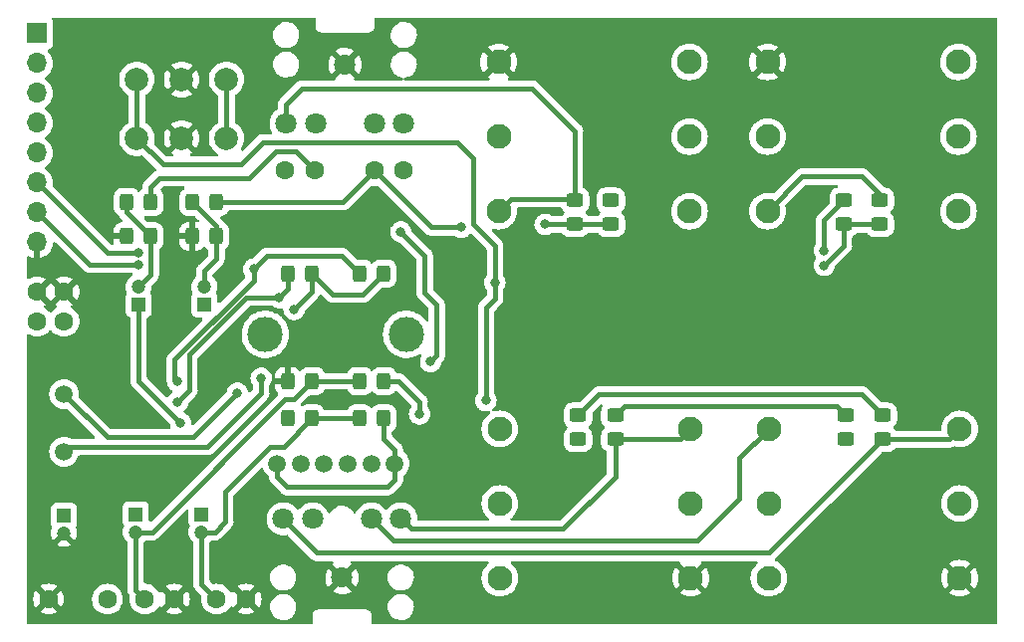
<source format=gbr>
%TF.GenerationSoftware,KiCad,Pcbnew,(5.99.0-11640-gb6664eecf2)*%
%TF.CreationDate,2021-09-02T00:48:36+05:30*%
%TF.ProjectId,AudioInterface,41756469-6f49-46e7-9465-72666163652e,rev?*%
%TF.SameCoordinates,Original*%
%TF.FileFunction,Copper,L2,Bot*%
%TF.FilePolarity,Positive*%
%FSLAX46Y46*%
G04 Gerber Fmt 4.6, Leading zero omitted, Abs format (unit mm)*
G04 Created by KiCad (PCBNEW (5.99.0-11640-gb6664eecf2)) date 2021-09-02 00:48:36*
%MOMM*%
%LPD*%
G01*
G04 APERTURE LIST*
G04 Aperture macros list*
%AMRoundRect*
0 Rectangle with rounded corners*
0 $1 Rounding radius*
0 $2 $3 $4 $5 $6 $7 $8 $9 X,Y pos of 4 corners*
0 Add a 4 corners polygon primitive as box body*
4,1,4,$2,$3,$4,$5,$6,$7,$8,$9,$2,$3,0*
0 Add four circle primitives for the rounded corners*
1,1,$1+$1,$2,$3*
1,1,$1+$1,$4,$5*
1,1,$1+$1,$6,$7*
1,1,$1+$1,$8,$9*
0 Add four rect primitives between the rounded corners*
20,1,$1+$1,$2,$3,$4,$5,0*
20,1,$1+$1,$4,$5,$6,$7,0*
20,1,$1+$1,$6,$7,$8,$9,0*
20,1,$1+$1,$8,$9,$2,$3,0*%
G04 Aperture macros list end*
%TA.AperFunction,ComponentPad*%
%ADD10C,2.000000*%
%TD*%
%TA.AperFunction,ComponentPad*%
%ADD11R,1.700000X1.700000*%
%TD*%
%TA.AperFunction,ComponentPad*%
%ADD12O,1.700000X1.700000*%
%TD*%
%TA.AperFunction,ComponentPad*%
%ADD13C,2.100000*%
%TD*%
%TA.AperFunction,ComponentPad*%
%ADD14C,1.600000*%
%TD*%
%TA.AperFunction,ComponentPad*%
%ADD15C,1.500000*%
%TD*%
%TA.AperFunction,ComponentPad*%
%ADD16C,1.800000*%
%TD*%
%TA.AperFunction,ComponentPad*%
%ADD17C,3.000000*%
%TD*%
%TA.AperFunction,ComponentPad*%
%ADD18R,1.200000X1.200000*%
%TD*%
%TA.AperFunction,ComponentPad*%
%ADD19C,1.200000*%
%TD*%
%TA.AperFunction,SMDPad,CuDef*%
%ADD20RoundRect,0.250000X0.325000X0.450000X-0.325000X0.450000X-0.325000X-0.450000X0.325000X-0.450000X0*%
%TD*%
%TA.AperFunction,SMDPad,CuDef*%
%ADD21RoundRect,0.250000X-0.450000X0.325000X-0.450000X-0.325000X0.450000X-0.325000X0.450000X0.325000X0*%
%TD*%
%TA.AperFunction,SMDPad,CuDef*%
%ADD22RoundRect,0.250000X-0.325000X-0.450000X0.325000X-0.450000X0.325000X0.450000X-0.325000X0.450000X0*%
%TD*%
%TA.AperFunction,SMDPad,CuDef*%
%ADD23RoundRect,0.250000X0.450000X-0.325000X0.450000X0.325000X-0.450000X0.325000X-0.450000X-0.325000X0*%
%TD*%
%TA.AperFunction,ViaPad*%
%ADD24C,0.800000*%
%TD*%
%TA.AperFunction,Conductor*%
%ADD25C,0.381000*%
%TD*%
G04 APERTURE END LIST*
D10*
%TO.P,J4,1,Pin_1*%
%TO.N,Net-(J4-Pad1)*%
X153265000Y-57930000D03*
X153265000Y-52930000D03*
%TO.P,J4,2,Pin_2*%
%TO.N,GND*%
X149455000Y-57930000D03*
X149455000Y-52930000D03*
%TO.P,J4,3,Pin_3*%
%TO.N,Net-(J4-Pad3)*%
X145645000Y-52930000D03*
X145645000Y-57930000D03*
%TD*%
D11*
%TO.P,J8,1,Pin_1*%
%TO.N,/+3V3*%
X137162000Y-48990000D03*
D12*
%TO.P,J8,2,Pin_2*%
%TO.N,/I2S_SCK*%
X137162000Y-51530000D03*
%TO.P,J8,3,Pin_3*%
%TO.N,/I2S_SOUT*%
X137162000Y-54070000D03*
%TO.P,J8,4,Pin_4*%
%TO.N,/I2S_LRCK*%
X137162000Y-56610000D03*
%TO.P,J8,5,Pin_5*%
%TO.N,/I2S_SIN*%
X137162000Y-59150000D03*
%TO.P,J8,6,Pin_6*%
%TO.N,/I2C_SCL*%
X137162000Y-61690000D03*
%TO.P,J8,7,Pin_7*%
%TO.N,/I2C_SDA*%
X137162000Y-64230000D03*
%TO.P,J8,8,Pin_8*%
%TO.N,GND*%
X137162000Y-66770000D03*
%TD*%
D13*
%TO.P,J2,R*%
%TO.N,unconnected-(J2-PadR)*%
X192720000Y-88990000D03*
%TO.P,J2,RN*%
%TO.N,unconnected-(J2-PadRN)*%
X176490000Y-88990000D03*
%TO.P,J2,S*%
%TO.N,GND*%
X192720000Y-95340000D03*
%TO.P,J2,SN*%
%TO.N,unconnected-(J2-PadSN)*%
X176490000Y-95340000D03*
%TO.P,J2,T*%
%TO.N,Net-(J2-PadT)*%
X192720000Y-82640000D03*
%TO.P,J2,TN*%
%TO.N,unconnected-(J2-PadTN)*%
X176490000Y-82640000D03*
%TD*%
D14*
%TO.P,C12,1*%
%TO.N,Net-(C12-Pad1)*%
X168308000Y-60674000D03*
%TO.P,C12,2*%
%TO.N,Net-(C12-Pad2)*%
X165808000Y-60674000D03*
%TD*%
%TO.P,C11,1*%
%TO.N,Net-(C11-Pad1)*%
X158264000Y-60674000D03*
%TO.P,C11,2*%
%TO.N,Net-(C11-Pad2)*%
X160764000Y-60674000D03*
%TD*%
D15*
%TO.P,Y1,1,1*%
%TO.N,Net-(C4-Pad2)*%
X139448000Y-79687000D03*
%TO.P,Y1,2,2*%
%TO.N,Net-(C3-Pad1)*%
X139448000Y-84587000D03*
%TD*%
D14*
%TO.P,C4,1*%
%TO.N,GND*%
X139448000Y-70981000D03*
%TO.P,C4,2*%
%TO.N,Net-(C4-Pad2)*%
X139448000Y-73481000D03*
%TD*%
D13*
%TO.P,J5,R*%
%TO.N,unconnected-(J5-PadR)*%
X199250000Y-57780000D03*
%TO.P,J5,RN*%
%TO.N,unconnected-(J5-PadRN)*%
X215480000Y-57780000D03*
%TO.P,J5,S*%
%TO.N,GND*%
X199250000Y-51430000D03*
%TO.P,J5,SN*%
%TO.N,unconnected-(J5-PadSN)*%
X215480000Y-51430000D03*
%TO.P,J5,T*%
%TO.N,Net-(J5-PadT)*%
X199250000Y-64130000D03*
%TO.P,J5,TN*%
%TO.N,unconnected-(J5-PadTN)*%
X215480000Y-64130000D03*
%TD*%
D16*
%TO.P,J3,R*%
%TO.N,Net-(J1-PadT)*%
X158075000Y-90290000D03*
%TO.P,J3,RN*%
%TO.N,unconnected-(J3-PadRN)*%
X160575000Y-90290000D03*
%TO.P,J3,S*%
%TO.N,GND*%
X163075000Y-95290000D03*
%TO.P,J3,T*%
%TO.N,Net-(J2-PadT)*%
X168075000Y-90290000D03*
%TO.P,J3,TN*%
%TO.N,Net-(J1-PadTN)*%
X165575000Y-90290000D03*
%TD*%
D13*
%TO.P,J1,R*%
%TO.N,unconnected-(J1-PadR)*%
X215580000Y-88990000D03*
%TO.P,J1,RN*%
%TO.N,unconnected-(J1-PadRN)*%
X199350000Y-88990000D03*
%TO.P,J1,S*%
%TO.N,GND*%
X215580000Y-95340000D03*
%TO.P,J1,SN*%
%TO.N,unconnected-(J1-PadSN)*%
X199350000Y-95340000D03*
%TO.P,J1,T*%
%TO.N,Net-(J1-PadT)*%
X215580000Y-82640000D03*
%TO.P,J1,TN*%
%TO.N,Net-(J1-PadTN)*%
X199350000Y-82640000D03*
%TD*%
D14*
%TO.P,C1,1*%
%TO.N,Net-(C1-Pad1)*%
X143142000Y-97123000D03*
%TO.P,C1,2*%
%TO.N,GND*%
X138142000Y-97123000D03*
%TD*%
D17*
%TO.P,RV1,*%
%TO.N,*%
X156562000Y-74599000D03*
X168562000Y-74599000D03*
D15*
%TO.P,RV1,1,1*%
%TO.N,Net-(R5-Pad2)*%
X161562000Y-85599000D03*
%TO.P,RV1,2,2*%
%TO.N,Net-(R7-Pad1)*%
X163562000Y-85599000D03*
%TO.P,RV1,3,3*%
X165562000Y-85599000D03*
%TO.P,RV1,4,4*%
%TO.N,Net-(R6-Pad2)*%
X159562000Y-85599000D03*
%TO.P,RV1,5,5*%
%TO.N,Net-(R8-Pad1)*%
X157562000Y-85599000D03*
%TO.P,RV1,6,6*%
X167562000Y-85599000D03*
%TD*%
D18*
%TO.P,C9,1*%
%TO.N,/ROUT*%
X145798000Y-72064600D03*
D19*
%TO.P,C9,2*%
%TO.N,Net-(C9-Pad2)*%
X145798000Y-70564600D03*
%TD*%
D14*
%TO.P,C3,1*%
%TO.N,Net-(C3-Pad1)*%
X137162000Y-73481000D03*
%TO.P,C3,2*%
%TO.N,GND*%
X137162000Y-70981000D03*
%TD*%
D16*
%TO.P,J7,R*%
%TO.N,Net-(J5-PadT)*%
X168330000Y-56640000D03*
%TO.P,J7,RN*%
%TO.N,unconnected-(J7-PadRN)*%
X165830000Y-56640000D03*
%TO.P,J7,S*%
%TO.N,GND*%
X163330000Y-51640000D03*
%TO.P,J7,T*%
%TO.N,Net-(J6-PadT)*%
X158330000Y-56640000D03*
%TO.P,J7,TN*%
%TO.N,unconnected-(J7-PadTN)*%
X160830000Y-56640000D03*
%TD*%
D18*
%TO.P,C8,1*%
%TO.N,/LIN*%
X151132000Y-89923401D03*
D19*
%TO.P,C8,2*%
%TO.N,Net-(C6-Pad2)*%
X151132000Y-91423401D03*
%TD*%
D18*
%TO.P,C2,1*%
%TO.N,Net-(C1-Pad1)*%
X139448000Y-90050401D03*
D19*
%TO.P,C2,2*%
%TO.N,GND*%
X139448000Y-91550401D03*
%TD*%
D13*
%TO.P,J6,R*%
%TO.N,unconnected-(J6-PadR)*%
X176390000Y-57780000D03*
%TO.P,J6,RN*%
%TO.N,unconnected-(J6-PadRN)*%
X192620000Y-57780000D03*
%TO.P,J6,S*%
%TO.N,GND*%
X176390000Y-51430000D03*
%TO.P,J6,SN*%
%TO.N,unconnected-(J6-PadSN)*%
X192620000Y-51430000D03*
%TO.P,J6,T*%
%TO.N,Net-(J6-PadT)*%
X176390000Y-64130000D03*
%TO.P,J6,TN*%
%TO.N,unconnected-(J6-PadTN)*%
X192620000Y-64130000D03*
%TD*%
D18*
%TO.P,C7,1*%
%TO.N,/RIN*%
X145544000Y-89923401D03*
D19*
%TO.P,C7,2*%
%TO.N,Net-(C5-Pad2)*%
X145544000Y-91423401D03*
%TD*%
D14*
%TO.P,C5,1*%
%TO.N,GND*%
X148826000Y-97123000D03*
%TO.P,C5,2*%
%TO.N,Net-(C5-Pad2)*%
X146326000Y-97123000D03*
%TD*%
%TO.P,C6,1*%
%TO.N,GND*%
X154922000Y-97123000D03*
%TO.P,C6,2*%
%TO.N,Net-(C6-Pad2)*%
X152422000Y-97123000D03*
%TD*%
D18*
%TO.P,C10,1*%
%TO.N,/LOUT*%
X151386000Y-72064600D03*
D19*
%TO.P,C10,2*%
%TO.N,Net-(C10-Pad2)*%
X151386000Y-70564600D03*
%TD*%
D20*
%TO.P,R7,1*%
%TO.N,Net-(R7-Pad1)*%
X166635000Y-78581000D03*
%TO.P,R7,2*%
%TO.N,Net-(C5-Pad2)*%
X164585000Y-78581000D03*
%TD*%
D21*
%TO.P,R6,1*%
%TO.N,Net-(R2-Pad2)*%
X205869000Y-81493000D03*
%TO.P,R6,2*%
%TO.N,Net-(R6-Pad2)*%
X205869000Y-83543000D03*
%TD*%
D20*
%TO.P,R3,1*%
%TO.N,/+3V3*%
X166635000Y-69437000D03*
%TO.P,R3,2*%
%TO.N,/I2C_SCL*%
X164585000Y-69437000D03*
%TD*%
D22*
%TO.P,R12,1*%
%TO.N,GND*%
X150361000Y-66262000D03*
%TO.P,R12,2*%
%TO.N,Net-(C10-Pad2)*%
X152411000Y-66262000D03*
%TD*%
%TO.P,R11,1*%
%TO.N,GND*%
X144773000Y-66262000D03*
%TO.P,R11,2*%
%TO.N,Net-(C9-Pad2)*%
X146823000Y-66262000D03*
%TD*%
%TO.P,R14,1*%
%TO.N,Net-(C10-Pad2)*%
X150361000Y-63341000D03*
%TO.P,R14,2*%
%TO.N,Net-(C12-Pad2)*%
X152411000Y-63341000D03*
%TD*%
D23*
%TO.P,R17,1*%
%TO.N,Net-(C11-Pad1)*%
X208790000Y-65255000D03*
%TO.P,R17,2*%
%TO.N,Net-(J5-PadT)*%
X208790000Y-63205000D03*
%TD*%
D20*
%TO.P,R4,1*%
%TO.N,/+3V3*%
X160539000Y-69437000D03*
%TO.P,R4,2*%
%TO.N,/I2C_SDA*%
X158489000Y-69437000D03*
%TD*%
D22*
%TO.P,R13,1*%
%TO.N,Net-(C9-Pad2)*%
X144773000Y-63341000D03*
%TO.P,R13,2*%
%TO.N,Net-(C11-Pad2)*%
X146823000Y-63341000D03*
%TD*%
%TO.P,R9,1*%
%TO.N,GND*%
X158489000Y-78581000D03*
%TO.P,R9,2*%
%TO.N,Net-(C5-Pad2)*%
X160539000Y-78581000D03*
%TD*%
D20*
%TO.P,R8,1*%
%TO.N,Net-(R8-Pad1)*%
X166635000Y-81756000D03*
%TO.P,R8,2*%
%TO.N,Net-(C6-Pad2)*%
X164585000Y-81756000D03*
%TD*%
D21*
%TO.P,R5,1*%
%TO.N,Net-(R1-Pad2)*%
X183136000Y-81493000D03*
%TO.P,R5,2*%
%TO.N,Net-(R5-Pad2)*%
X183136000Y-83543000D03*
%TD*%
D23*
%TO.P,R1,1*%
%TO.N,Net-(J1-PadT)*%
X209044000Y-83543000D03*
%TO.P,R1,2*%
%TO.N,Net-(R1-Pad2)*%
X209044000Y-81493000D03*
%TD*%
D21*
%TO.P,R15,1*%
%TO.N,Net-(C11-Pad2)*%
X205742000Y-63205000D03*
%TO.P,R15,2*%
%TO.N,Net-(C11-Pad1)*%
X205742000Y-65255000D03*
%TD*%
%TO.P,R16,1*%
%TO.N,Net-(C12-Pad2)*%
X185930000Y-63205000D03*
%TO.P,R16,2*%
%TO.N,Net-(C12-Pad1)*%
X185930000Y-65255000D03*
%TD*%
D23*
%TO.P,R18,1*%
%TO.N,Net-(C12-Pad1)*%
X182882000Y-65255000D03*
%TO.P,R18,2*%
%TO.N,Net-(J6-PadT)*%
X182882000Y-63205000D03*
%TD*%
D22*
%TO.P,R10,1*%
%TO.N,GND*%
X158489000Y-81756000D03*
%TO.P,R10,2*%
%TO.N,Net-(C6-Pad2)*%
X160539000Y-81756000D03*
%TD*%
D23*
%TO.P,R2,1*%
%TO.N,Net-(J2-PadT)*%
X186311000Y-83543000D03*
%TO.P,R2,2*%
%TO.N,Net-(R2-Pad2)*%
X186311000Y-81493000D03*
%TD*%
D24*
%TO.N,GND*%
X147322000Y-81756000D03*
X148846000Y-86328000D03*
X148338000Y-64992000D03*
X158498000Y-81756000D03*
X158498000Y-78581000D03*
%TO.N,Net-(C3-Pad1)*%
X156212000Y-78327000D03*
%TO.N,Net-(C4-Pad2)*%
X154180000Y-79597000D03*
%TO.N,/ROUT*%
X149354000Y-82137000D03*
%TO.N,Net-(C11-Pad1)*%
X204065000Y-68730000D03*
%TO.N,Net-(C11-Pad2)*%
X204065000Y-67460000D03*
%TO.N,Net-(C12-Pad1)*%
X180342000Y-65246000D03*
%TO.N,Net-(C12-Pad2)*%
X185930000Y-63214000D03*
X173230000Y-65500000D03*
%TO.N,Net-(R1-Pad2)*%
X183136000Y-81493000D03*
%TO.N,Net-(R2-Pad2)*%
X186311000Y-81493000D03*
%TO.N,/+3V3*%
X159006000Y-72485000D03*
%TO.N,/I2C_SCL*%
X145798000Y-67659000D03*
X149100000Y-78581000D03*
X155577000Y-69056000D03*
%TO.N,/I2C_SDA*%
X157736000Y-71469000D03*
X145798000Y-68675000D03*
X149100000Y-80359000D03*
%TO.N,Net-(R5-Pad2)*%
X183136000Y-83534000D03*
%TO.N,Net-(R6-Pad2)*%
X205869000Y-83534000D03*
%TO.N,Net-(R7-Pad1)*%
X169674000Y-81375000D03*
%TO.N,Net-(R8-Pad1)*%
X166626000Y-81756000D03*
%TO.N,Net-(J4-Pad3)*%
X175313000Y-80232000D03*
X176075000Y-70199000D03*
%TO.N,Net-(J4-Pad1)*%
X168074000Y-65881000D03*
X170614000Y-76930000D03*
%TD*%
D25*
%TO.N,Net-(C3-Pad1)*%
X139448000Y-84587000D02*
X139866000Y-84169000D01*
X156212000Y-79597000D02*
X156212000Y-78327000D01*
X139866000Y-84169000D02*
X151640000Y-84169000D01*
X151640000Y-84169000D02*
X156212000Y-79597000D01*
%TO.N,Net-(C4-Pad2)*%
X139448000Y-79687000D02*
X143113510Y-83352510D01*
X143113510Y-83352510D02*
X150424490Y-83352510D01*
X150424490Y-83352510D02*
X154180000Y-79597000D01*
%TO.N,Net-(C5-Pad2)*%
X146925599Y-91423401D02*
X145544000Y-91423401D01*
X158244000Y-80105000D02*
X146925599Y-91423401D01*
X160539000Y-78581000D02*
X159015000Y-80105000D01*
X159015000Y-80105000D02*
X158244000Y-80105000D01*
X145544000Y-96341000D02*
X146326000Y-97123000D01*
X164585000Y-78581000D02*
X160539000Y-78581000D01*
X145544000Y-91423401D02*
X145544000Y-96341000D01*
%TO.N,Net-(C6-Pad2)*%
X160539000Y-81756000D02*
X158126000Y-84169000D01*
X156974000Y-84169000D02*
X153164000Y-87979000D01*
X160539000Y-81756000D02*
X164585000Y-81756000D01*
X152259599Y-91423401D02*
X151132000Y-91423401D01*
X158126000Y-84169000D02*
X156974000Y-84169000D01*
X153164000Y-90519000D02*
X152259599Y-91423401D01*
X151132000Y-91423401D02*
X151132000Y-95833000D01*
X153164000Y-87979000D02*
X153164000Y-90519000D01*
X151132000Y-95833000D02*
X152422000Y-97123000D01*
%TO.N,/ROUT*%
X145798000Y-78581000D02*
X149354000Y-82137000D01*
X145798000Y-72064600D02*
X145798000Y-78581000D01*
%TO.N,Net-(C9-Pad2)*%
X145798000Y-70564600D02*
X146823000Y-69539600D01*
X144773000Y-63341000D02*
X144773000Y-64212000D01*
X146823000Y-69539600D02*
X146823000Y-66262000D01*
X144773000Y-64212000D02*
X146823000Y-66262000D01*
%TO.N,Net-(C10-Pad2)*%
X152411000Y-65391000D02*
X150361000Y-63341000D01*
X151386000Y-70564600D02*
X151386000Y-69183000D01*
X152411000Y-65391000D02*
X152411000Y-66262000D01*
X151386000Y-69183000D02*
X152411000Y-68158000D01*
X152411000Y-68158000D02*
X152411000Y-66262000D01*
%TO.N,Net-(C11-Pad1)*%
X205742000Y-67053000D02*
X204065000Y-68730000D01*
X205742000Y-65255000D02*
X205742000Y-67053000D01*
X205742000Y-65255000D02*
X208790000Y-65255000D01*
%TO.N,Net-(C11-Pad2)*%
X204065000Y-64882000D02*
X204065000Y-67460000D01*
X157482000Y-59023000D02*
X159113000Y-59023000D01*
X205742000Y-63205000D02*
X204065000Y-64882000D01*
X147576000Y-61309000D02*
X155196000Y-61309000D01*
X146823000Y-63341000D02*
X146823000Y-62062000D01*
X155196000Y-61309000D02*
X157482000Y-59023000D01*
X146823000Y-62062000D02*
X147576000Y-61309000D01*
X159113000Y-59023000D02*
X160764000Y-60674000D01*
%TO.N,Net-(C12-Pad1)*%
X180342000Y-65246000D02*
X182873000Y-65246000D01*
X185930000Y-65255000D02*
X182882000Y-65255000D01*
X182873000Y-65246000D02*
X182882000Y-65255000D01*
%TO.N,Net-(C12-Pad2)*%
X152411000Y-63341000D02*
X163141000Y-63341000D01*
X163141000Y-63341000D02*
X165808000Y-60674000D01*
X170634000Y-65500000D02*
X173230000Y-65500000D01*
X165808000Y-60674000D02*
X170634000Y-65500000D01*
X185930000Y-63205000D02*
X185930000Y-63214000D01*
%TO.N,Net-(J1-PadT)*%
X199401000Y-93186000D02*
X209044000Y-83543000D01*
X209044000Y-83543000D02*
X214677000Y-83543000D01*
X160971000Y-93186000D02*
X199401000Y-93186000D01*
X158075000Y-90290000D02*
X160971000Y-93186000D01*
X214677000Y-83543000D02*
X215580000Y-82640000D01*
%TO.N,Net-(J1-PadTN)*%
X193296000Y-92170000D02*
X167455000Y-92170000D01*
X167455000Y-92170000D02*
X165575000Y-90290000D01*
X196852000Y-85138000D02*
X196852000Y-88614000D01*
X199350000Y-82640000D02*
X196852000Y-85138000D01*
X196852000Y-88614000D02*
X193296000Y-92170000D01*
%TO.N,Net-(J2-PadT)*%
X191817000Y-83543000D02*
X192720000Y-82640000D01*
X168075000Y-90290000D02*
X168939000Y-91154000D01*
X181866000Y-91154000D02*
X186311000Y-86709000D01*
X186311000Y-86709000D02*
X186311000Y-83543000D01*
X168939000Y-91154000D02*
X181866000Y-91154000D01*
X186311000Y-83543000D02*
X191817000Y-83543000D01*
%TO.N,Net-(J5-PadT)*%
X207266000Y-61182000D02*
X208790000Y-62706000D01*
X202198000Y-61182000D02*
X207266000Y-61182000D01*
X199250000Y-64130000D02*
X202198000Y-61182000D01*
X208790000Y-62706000D02*
X208790000Y-63205000D01*
%TO.N,Net-(J6-PadT)*%
X182764000Y-63087000D02*
X182882000Y-63205000D01*
X158330000Y-55051000D02*
X159692000Y-53689000D01*
X158330000Y-56640000D02*
X158330000Y-55051000D01*
X159692000Y-53689000D02*
X179250000Y-53689000D01*
X182882000Y-57321000D02*
X182882000Y-63205000D01*
X176390000Y-64130000D02*
X177433000Y-63087000D01*
X179250000Y-53689000D02*
X182882000Y-57321000D01*
X177433000Y-63087000D02*
X182764000Y-63087000D01*
%TO.N,Net-(R1-Pad2)*%
X184905000Y-79724000D02*
X183136000Y-81493000D01*
X209044000Y-81493000D02*
X207275000Y-79724000D01*
X207275000Y-79724000D02*
X184905000Y-79724000D01*
%TO.N,Net-(R2-Pad2)*%
X187064000Y-80740000D02*
X186311000Y-81493000D01*
X205869000Y-81493000D02*
X205116000Y-80740000D01*
X205116000Y-80740000D02*
X187064000Y-80740000D01*
%TO.N,/+3V3*%
X162317000Y-71215000D02*
X164857000Y-71215000D01*
X160539000Y-70952000D02*
X159006000Y-72485000D01*
X164857000Y-71215000D02*
X166635000Y-69437000D01*
X160539000Y-69437000D02*
X160539000Y-70952000D01*
X160539000Y-69437000D02*
X162317000Y-71215000D01*
%TO.N,/I2C_SCL*%
X155577000Y-69056000D02*
X156720000Y-67913000D01*
X156720000Y-67913000D02*
X163061000Y-67913000D01*
X148846000Y-78327000D02*
X149100000Y-78581000D01*
X137162000Y-61690000D02*
X143131000Y-67659000D01*
X155577000Y-69056000D02*
X155577000Y-70013034D01*
X163061000Y-67913000D02*
X164585000Y-69437000D01*
X143131000Y-67659000D02*
X145798000Y-67659000D01*
X148846000Y-76744034D02*
X148846000Y-78327000D01*
X155577000Y-70013034D02*
X148846000Y-76744034D01*
%TO.N,/I2C_SDA*%
X141607000Y-68675000D02*
X145798000Y-68675000D01*
X158489000Y-70716000D02*
X157736000Y-71469000D01*
X157736000Y-71469000D02*
X154942000Y-71469000D01*
X150116000Y-76295000D02*
X150116000Y-79343000D01*
X137162000Y-64230000D02*
X141607000Y-68675000D01*
X154942000Y-71469000D02*
X150116000Y-76295000D01*
X150116000Y-79343000D02*
X149100000Y-80359000D01*
X158489000Y-69437000D02*
X158489000Y-70716000D01*
%TO.N,Net-(R7-Pad1)*%
X166635000Y-78581000D02*
X167896000Y-78581000D01*
X169420000Y-80105000D02*
X169674000Y-80359000D01*
X169674000Y-80359000D02*
X169674000Y-81375000D01*
X167896000Y-78581000D02*
X169420000Y-80105000D01*
%TO.N,Net-(R8-Pad1)*%
X167562000Y-86959000D02*
X167562000Y-85599000D01*
X167562000Y-85599000D02*
X167562000Y-84419000D01*
X158422000Y-87598000D02*
X166931000Y-87598000D01*
X167566000Y-86963000D02*
X167562000Y-86959000D01*
X166626000Y-83483000D02*
X166626000Y-81756000D01*
X157562000Y-85599000D02*
X157562000Y-86738000D01*
X157562000Y-86738000D02*
X158422000Y-87598000D01*
X166931000Y-87598000D02*
X167566000Y-86963000D01*
X167562000Y-84419000D02*
X166626000Y-83483000D01*
%TO.N,Net-(J4-Pad3)*%
X145645000Y-57930000D02*
X145645000Y-52930000D01*
X172849000Y-58261000D02*
X174246000Y-59658000D01*
X147881000Y-60166000D02*
X154476387Y-60166000D01*
X145645000Y-57930000D02*
X147881000Y-60166000D01*
X154476387Y-60166000D02*
X156381387Y-58261000D01*
X175313000Y-72358000D02*
X176075000Y-71596000D01*
X175313000Y-80232000D02*
X175313000Y-72358000D01*
X176075000Y-71596000D02*
X176075000Y-70199000D01*
X174246000Y-59658000D02*
X174246000Y-65246000D01*
X174246000Y-65246000D02*
X176075000Y-67075000D01*
X176075000Y-67075000D02*
X176075000Y-70199000D01*
X156381387Y-58261000D02*
X172849000Y-58261000D01*
%TO.N,Net-(J4-Pad1)*%
X170106000Y-71088000D02*
X170106000Y-67913000D01*
X153265000Y-57930000D02*
X153265000Y-52930000D01*
X170614000Y-76930000D02*
X171122000Y-76422000D01*
X171122000Y-76422000D02*
X171122000Y-72104000D01*
X170106000Y-67913000D02*
X168074000Y-65881000D01*
X171122000Y-72104000D02*
X170106000Y-71088000D01*
%TD*%
%TA.AperFunction,Conductor*%
%TO.N,GND*%
G36*
X160764121Y-47668002D02*
G01*
X160810614Y-47721658D01*
X160822000Y-47774000D01*
X160822000Y-48401298D01*
X160821998Y-48402068D01*
X160821524Y-48479652D01*
X160823990Y-48488281D01*
X160823991Y-48488286D01*
X160829639Y-48508048D01*
X160833217Y-48524809D01*
X160836130Y-48545152D01*
X160836133Y-48545162D01*
X160837405Y-48554045D01*
X160848021Y-48577395D01*
X160854464Y-48594907D01*
X160861512Y-48619565D01*
X160877274Y-48644548D01*
X160885404Y-48659614D01*
X160897633Y-48686510D01*
X160914374Y-48705939D01*
X160925479Y-48720947D01*
X160939160Y-48742631D01*
X160945888Y-48748573D01*
X160961296Y-48762181D01*
X160973340Y-48774373D01*
X160992619Y-48796747D01*
X161000147Y-48801626D01*
X161000150Y-48801629D01*
X161014139Y-48810696D01*
X161029013Y-48821986D01*
X161048228Y-48838956D01*
X161056354Y-48842771D01*
X161056355Y-48842772D01*
X161062021Y-48845432D01*
X161074966Y-48851510D01*
X161089935Y-48859824D01*
X161114727Y-48875893D01*
X161131650Y-48880954D01*
X161139290Y-48883239D01*
X161156736Y-48889901D01*
X161179948Y-48900799D01*
X161209130Y-48905343D01*
X161225849Y-48909126D01*
X161245536Y-48915014D01*
X161245539Y-48915015D01*
X161254141Y-48917587D01*
X161263116Y-48917642D01*
X161263117Y-48917642D01*
X161269810Y-48917683D01*
X161288556Y-48917797D01*
X161289328Y-48917830D01*
X161290423Y-48918000D01*
X161321298Y-48918000D01*
X161322068Y-48918002D01*
X161395716Y-48918452D01*
X161395717Y-48918452D01*
X161399652Y-48918476D01*
X161400996Y-48918092D01*
X161402341Y-48918000D01*
X165321298Y-48918000D01*
X165322069Y-48918002D01*
X165399652Y-48918476D01*
X165408281Y-48916010D01*
X165408286Y-48916009D01*
X165428048Y-48910361D01*
X165444809Y-48906783D01*
X165465152Y-48903870D01*
X165465162Y-48903867D01*
X165474045Y-48902595D01*
X165497395Y-48891979D01*
X165514907Y-48885536D01*
X165530937Y-48880954D01*
X165539565Y-48878488D01*
X165564548Y-48862726D01*
X165579614Y-48854596D01*
X165606510Y-48842367D01*
X165625939Y-48825626D01*
X165640947Y-48814521D01*
X165655039Y-48805630D01*
X165662631Y-48800840D01*
X165682182Y-48778703D01*
X165694374Y-48766659D01*
X165709949Y-48753239D01*
X165709950Y-48753237D01*
X165716747Y-48747381D01*
X165721626Y-48739853D01*
X165721629Y-48739850D01*
X165730696Y-48725861D01*
X165741986Y-48710987D01*
X165753012Y-48698502D01*
X165758956Y-48691772D01*
X165771510Y-48665034D01*
X165779824Y-48650065D01*
X165795893Y-48625273D01*
X165803239Y-48600709D01*
X165809901Y-48583264D01*
X165816983Y-48568179D01*
X165820799Y-48560052D01*
X165825343Y-48530870D01*
X165829126Y-48514151D01*
X165835014Y-48494464D01*
X165835015Y-48494461D01*
X165837587Y-48485859D01*
X165837797Y-48451444D01*
X165837830Y-48450672D01*
X165838000Y-48449577D01*
X165838000Y-48418702D01*
X165838002Y-48417932D01*
X165838452Y-48344284D01*
X165838452Y-48344283D01*
X165838476Y-48340348D01*
X165838092Y-48339004D01*
X165838000Y-48337659D01*
X165838000Y-47774000D01*
X165858002Y-47705879D01*
X165911658Y-47659386D01*
X165964000Y-47648000D01*
X218671000Y-47648000D01*
X218739121Y-47668002D01*
X218785614Y-47721658D01*
X218797000Y-47774000D01*
X218797000Y-99156000D01*
X218776998Y-99224121D01*
X218723342Y-99270614D01*
X218671000Y-99282000D01*
X165709000Y-99282000D01*
X165640879Y-99261998D01*
X165594386Y-99208342D01*
X165583000Y-99156000D01*
X165583000Y-98528702D01*
X165583002Y-98527932D01*
X165583421Y-98459322D01*
X165583476Y-98450348D01*
X165581010Y-98441719D01*
X165581009Y-98441714D01*
X165575361Y-98421952D01*
X165571783Y-98405191D01*
X165568870Y-98384848D01*
X165568867Y-98384838D01*
X165567595Y-98375955D01*
X165556979Y-98352605D01*
X165550536Y-98335093D01*
X165545954Y-98319063D01*
X165543488Y-98310435D01*
X165527726Y-98285452D01*
X165519596Y-98270386D01*
X165507367Y-98243490D01*
X165490626Y-98224061D01*
X165479521Y-98209053D01*
X165470630Y-98194961D01*
X165465840Y-98187369D01*
X165443703Y-98167818D01*
X165431659Y-98155626D01*
X165418239Y-98140051D01*
X165418237Y-98140050D01*
X165412381Y-98133253D01*
X165404853Y-98128374D01*
X165404850Y-98128371D01*
X165390861Y-98119304D01*
X165375987Y-98108014D01*
X165363502Y-98096988D01*
X165356772Y-98091044D01*
X165348646Y-98087229D01*
X165348645Y-98087228D01*
X165342979Y-98084568D01*
X165330034Y-98078490D01*
X165315065Y-98070176D01*
X165290273Y-98054107D01*
X165265709Y-98046761D01*
X165248264Y-98040099D01*
X165243827Y-98038016D01*
X165225052Y-98029201D01*
X165195870Y-98024657D01*
X165179151Y-98020874D01*
X165159464Y-98014986D01*
X165159461Y-98014985D01*
X165150859Y-98012413D01*
X165141884Y-98012358D01*
X165141883Y-98012358D01*
X165135190Y-98012317D01*
X165116444Y-98012203D01*
X165115672Y-98012170D01*
X165114577Y-98012000D01*
X165083702Y-98012000D01*
X165082932Y-98011998D01*
X165009284Y-98011548D01*
X165009283Y-98011548D01*
X165005348Y-98011524D01*
X165004004Y-98011908D01*
X165002659Y-98012000D01*
X161083702Y-98012000D01*
X161082932Y-98011998D01*
X161082078Y-98011993D01*
X161005348Y-98011524D01*
X160996719Y-98013990D01*
X160996714Y-98013991D01*
X160976952Y-98019639D01*
X160960191Y-98023217D01*
X160939848Y-98026130D01*
X160939838Y-98026133D01*
X160930955Y-98027405D01*
X160907605Y-98038021D01*
X160890093Y-98044464D01*
X160882057Y-98046761D01*
X160865435Y-98051512D01*
X160840452Y-98067274D01*
X160825386Y-98075404D01*
X160798490Y-98087633D01*
X160779061Y-98104374D01*
X160764053Y-98115479D01*
X160742369Y-98129160D01*
X160736427Y-98135888D01*
X160722819Y-98151296D01*
X160710627Y-98163340D01*
X160688253Y-98182619D01*
X160683374Y-98190147D01*
X160683371Y-98190150D01*
X160674304Y-98204139D01*
X160663014Y-98219013D01*
X160646044Y-98238228D01*
X160633490Y-98264966D01*
X160625176Y-98279935D01*
X160609107Y-98304727D01*
X160606535Y-98313327D01*
X160601761Y-98329290D01*
X160595099Y-98346736D01*
X160584201Y-98369948D01*
X160579658Y-98399128D01*
X160575874Y-98415849D01*
X160569986Y-98435536D01*
X160569985Y-98435539D01*
X160567413Y-98444141D01*
X160567358Y-98453116D01*
X160567358Y-98453117D01*
X160567203Y-98478546D01*
X160567170Y-98479328D01*
X160567000Y-98480423D01*
X160567000Y-98511298D01*
X160566998Y-98512068D01*
X160566524Y-98589652D01*
X160566908Y-98590996D01*
X160567000Y-98592341D01*
X160567000Y-99156000D01*
X160546998Y-99224121D01*
X160493342Y-99270614D01*
X160441000Y-99282000D01*
X136399000Y-99282000D01*
X136330879Y-99261998D01*
X136284386Y-99208342D01*
X136273000Y-99156000D01*
X136273000Y-98209062D01*
X137420493Y-98209062D01*
X137429789Y-98221077D01*
X137480994Y-98256931D01*
X137490489Y-98262414D01*
X137687947Y-98354490D01*
X137698239Y-98358236D01*
X137908688Y-98414625D01*
X137919481Y-98416528D01*
X138136525Y-98435517D01*
X138147475Y-98435517D01*
X138364519Y-98416528D01*
X138375312Y-98414625D01*
X138585761Y-98358236D01*
X138596053Y-98354490D01*
X138793511Y-98262414D01*
X138803006Y-98256931D01*
X138855048Y-98220491D01*
X138863424Y-98210012D01*
X138856356Y-98196566D01*
X138154812Y-97495022D01*
X138140868Y-97487408D01*
X138139035Y-97487539D01*
X138132420Y-97491790D01*
X137426923Y-98197287D01*
X137420493Y-98209062D01*
X136273000Y-98209062D01*
X136273000Y-97117525D01*
X136829483Y-97117525D01*
X136829483Y-97128475D01*
X136848472Y-97345519D01*
X136850375Y-97356312D01*
X136906764Y-97566761D01*
X136910510Y-97577053D01*
X137002586Y-97774511D01*
X137008069Y-97784006D01*
X137044509Y-97836048D01*
X137054988Y-97844424D01*
X137068434Y-97837356D01*
X137769978Y-97135812D01*
X137776356Y-97124132D01*
X138506408Y-97124132D01*
X138506539Y-97125965D01*
X138510790Y-97132580D01*
X139216287Y-97838077D01*
X139228062Y-97844507D01*
X139240077Y-97835211D01*
X139275931Y-97784006D01*
X139281414Y-97774511D01*
X139373490Y-97577053D01*
X139377236Y-97566761D01*
X139433625Y-97356312D01*
X139435528Y-97345519D01*
X139454517Y-97128475D01*
X139454517Y-97123000D01*
X141828502Y-97123000D01*
X141848457Y-97351087D01*
X141849881Y-97356400D01*
X141849881Y-97356402D01*
X141887025Y-97495022D01*
X141907716Y-97572243D01*
X141910039Y-97577224D01*
X141910039Y-97577225D01*
X142002151Y-97774762D01*
X142002154Y-97774767D01*
X142004477Y-97779749D01*
X142135802Y-97967300D01*
X142297700Y-98129198D01*
X142302208Y-98132355D01*
X142302211Y-98132357D01*
X142373993Y-98182619D01*
X142485251Y-98260523D01*
X142490233Y-98262846D01*
X142490238Y-98262849D01*
X142680010Y-98351340D01*
X142692757Y-98357284D01*
X142698065Y-98358706D01*
X142698067Y-98358707D01*
X142908598Y-98415119D01*
X142908600Y-98415119D01*
X142913913Y-98416543D01*
X143142000Y-98436498D01*
X143370087Y-98416543D01*
X143375400Y-98415119D01*
X143375402Y-98415119D01*
X143585933Y-98358707D01*
X143585935Y-98358706D01*
X143591243Y-98357284D01*
X143603990Y-98351340D01*
X143793762Y-98262849D01*
X143793767Y-98262846D01*
X143798749Y-98260523D01*
X143910007Y-98182619D01*
X143981789Y-98132357D01*
X143981792Y-98132355D01*
X143986300Y-98129198D01*
X144148198Y-97967300D01*
X144279523Y-97779749D01*
X144281846Y-97774767D01*
X144281849Y-97774762D01*
X144373961Y-97577225D01*
X144373961Y-97577224D01*
X144376284Y-97572243D01*
X144396976Y-97495022D01*
X144434119Y-97356402D01*
X144434119Y-97356400D01*
X144435543Y-97351087D01*
X144455498Y-97123000D01*
X144435543Y-96894913D01*
X144434056Y-96889363D01*
X144377707Y-96679067D01*
X144377706Y-96679065D01*
X144376284Y-96673757D01*
X144346102Y-96609030D01*
X144281849Y-96471238D01*
X144281846Y-96471233D01*
X144279523Y-96466251D01*
X144168017Y-96307004D01*
X144151357Y-96283211D01*
X144151355Y-96283208D01*
X144148198Y-96278700D01*
X143986300Y-96116802D01*
X143981792Y-96113645D01*
X143981789Y-96113643D01*
X143855920Y-96025509D01*
X143798749Y-95985477D01*
X143793767Y-95983154D01*
X143793762Y-95983151D01*
X143596225Y-95891039D01*
X143596224Y-95891039D01*
X143591243Y-95888716D01*
X143585935Y-95887294D01*
X143585933Y-95887293D01*
X143375402Y-95830881D01*
X143375400Y-95830881D01*
X143370087Y-95829457D01*
X143142000Y-95809502D01*
X142913913Y-95829457D01*
X142908600Y-95830881D01*
X142908598Y-95830881D01*
X142698067Y-95887293D01*
X142698065Y-95887294D01*
X142692757Y-95888716D01*
X142687776Y-95891039D01*
X142687775Y-95891039D01*
X142490238Y-95983151D01*
X142490233Y-95983154D01*
X142485251Y-95985477D01*
X142428080Y-96025509D01*
X142302211Y-96113643D01*
X142302208Y-96113645D01*
X142297700Y-96116802D01*
X142135802Y-96278700D01*
X142132645Y-96283208D01*
X142132643Y-96283211D01*
X142115983Y-96307004D01*
X142004477Y-96466251D01*
X142002154Y-96471233D01*
X142002151Y-96471238D01*
X141937898Y-96609030D01*
X141907716Y-96673757D01*
X141906294Y-96679065D01*
X141906293Y-96679067D01*
X141849944Y-96889363D01*
X141848457Y-96894913D01*
X141828502Y-97123000D01*
X139454517Y-97123000D01*
X139454517Y-97117525D01*
X139435528Y-96900481D01*
X139433625Y-96889688D01*
X139377236Y-96679239D01*
X139373490Y-96668947D01*
X139281414Y-96471489D01*
X139275931Y-96461994D01*
X139239491Y-96409952D01*
X139229012Y-96401576D01*
X139215566Y-96408644D01*
X138514022Y-97110188D01*
X138506408Y-97124132D01*
X137776356Y-97124132D01*
X137777592Y-97121868D01*
X137777461Y-97120035D01*
X137773210Y-97113420D01*
X137067713Y-96407923D01*
X137055938Y-96401493D01*
X137043923Y-96410789D01*
X137008069Y-96461994D01*
X137002586Y-96471489D01*
X136910510Y-96668947D01*
X136906764Y-96679239D01*
X136850375Y-96889688D01*
X136848472Y-96900481D01*
X136829483Y-97117525D01*
X136273000Y-97117525D01*
X136273000Y-96035988D01*
X137420576Y-96035988D01*
X137427644Y-96049434D01*
X138129188Y-96750978D01*
X138143132Y-96758592D01*
X138144965Y-96758461D01*
X138151580Y-96754210D01*
X138857077Y-96048713D01*
X138863507Y-96036938D01*
X138854211Y-96024923D01*
X138803006Y-95989069D01*
X138793511Y-95983586D01*
X138596053Y-95891510D01*
X138585761Y-95887764D01*
X138375312Y-95831375D01*
X138364519Y-95829472D01*
X138147475Y-95810483D01*
X138136525Y-95810483D01*
X137919481Y-95829472D01*
X137908688Y-95831375D01*
X137698239Y-95887764D01*
X137687947Y-95891510D01*
X137490489Y-95983586D01*
X137480994Y-95989069D01*
X137428952Y-96025509D01*
X137420576Y-96035988D01*
X136273000Y-96035988D01*
X136273000Y-92491695D01*
X138871066Y-92491695D01*
X138880948Y-92504184D01*
X138912239Y-92525092D01*
X138922349Y-92530582D01*
X139098835Y-92606406D01*
X139109778Y-92609961D01*
X139297120Y-92652353D01*
X139308530Y-92653855D01*
X139500469Y-92661396D01*
X139511951Y-92660794D01*
X139702045Y-92633233D01*
X139713240Y-92630545D01*
X139895131Y-92568801D01*
X139905628Y-92564127D01*
X140016032Y-92502299D01*
X140025895Y-92492222D01*
X140022940Y-92484552D01*
X139460811Y-91922422D01*
X139446868Y-91914809D01*
X139445034Y-91914940D01*
X139438420Y-91919191D01*
X138877259Y-92480353D01*
X138871066Y-92491695D01*
X136273000Y-92491695D01*
X136273000Y-91527039D01*
X138336012Y-91527039D01*
X138348575Y-91718705D01*
X138350376Y-91730075D01*
X138397657Y-91916244D01*
X138401498Y-91927091D01*
X138481916Y-92101531D01*
X138487664Y-92111487D01*
X138493788Y-92120152D01*
X138504377Y-92128541D01*
X138517676Y-92121514D01*
X139358905Y-91280286D01*
X139421217Y-91246261D01*
X139492033Y-91251326D01*
X139537095Y-91280286D01*
X140378239Y-92121429D01*
X140390614Y-92128186D01*
X140397194Y-92123260D01*
X140461726Y-92008029D01*
X140466400Y-91997532D01*
X140528144Y-91815641D01*
X140530832Y-91804446D01*
X140558689Y-91612312D01*
X140559319Y-91604929D01*
X140560650Y-91554105D01*
X140560407Y-91546706D01*
X140546400Y-91394260D01*
X144431132Y-91394260D01*
X144444457Y-91597552D01*
X144494605Y-91795011D01*
X144579898Y-91980025D01*
X144697479Y-92146398D01*
X144701613Y-92150425D01*
X144806922Y-92253013D01*
X144841759Y-92314875D01*
X144845000Y-92343267D01*
X144845000Y-96312401D01*
X144844708Y-96320971D01*
X144842969Y-96346483D01*
X144840830Y-96377852D01*
X144842135Y-96385328D01*
X144842135Y-96385332D01*
X144851663Y-96439924D01*
X144852626Y-96446449D01*
X144855023Y-96466251D01*
X144860191Y-96508960D01*
X144862875Y-96516062D01*
X144863719Y-96519500D01*
X144867583Y-96533623D01*
X144868613Y-96537034D01*
X144869919Y-96544517D01*
X144872972Y-96551472D01*
X144895239Y-96602198D01*
X144897730Y-96608304D01*
X144911553Y-96644883D01*
X144919994Y-96667222D01*
X144924293Y-96673477D01*
X144925935Y-96676618D01*
X144933033Y-96689372D01*
X144934870Y-96692478D01*
X144937923Y-96699433D01*
X144942548Y-96705460D01*
X144942550Y-96705464D01*
X144976265Y-96749402D01*
X144980129Y-96754720D01*
X145009935Y-96798088D01*
X145012637Y-96802019D01*
X145034736Y-96869489D01*
X145033072Y-96892619D01*
X145032457Y-96894913D01*
X145012502Y-97123000D01*
X145032457Y-97351087D01*
X145033881Y-97356400D01*
X145033881Y-97356402D01*
X145071025Y-97495022D01*
X145091716Y-97572243D01*
X145094039Y-97577224D01*
X145094039Y-97577225D01*
X145186151Y-97774762D01*
X145186154Y-97774767D01*
X145188477Y-97779749D01*
X145319802Y-97967300D01*
X145481700Y-98129198D01*
X145486208Y-98132355D01*
X145486211Y-98132357D01*
X145557993Y-98182619D01*
X145669251Y-98260523D01*
X145674233Y-98262846D01*
X145674238Y-98262849D01*
X145864010Y-98351340D01*
X145876757Y-98357284D01*
X145882065Y-98358706D01*
X145882067Y-98358707D01*
X146092598Y-98415119D01*
X146092600Y-98415119D01*
X146097913Y-98416543D01*
X146326000Y-98436498D01*
X146554087Y-98416543D01*
X146559400Y-98415119D01*
X146559402Y-98415119D01*
X146769933Y-98358707D01*
X146769935Y-98358706D01*
X146775243Y-98357284D01*
X146787990Y-98351340D01*
X146977762Y-98262849D01*
X146977767Y-98262846D01*
X146982749Y-98260523D01*
X147056243Y-98209062D01*
X148104493Y-98209062D01*
X148113789Y-98221077D01*
X148164994Y-98256931D01*
X148174489Y-98262414D01*
X148371947Y-98354490D01*
X148382239Y-98358236D01*
X148592688Y-98414625D01*
X148603481Y-98416528D01*
X148820525Y-98435517D01*
X148831475Y-98435517D01*
X149048519Y-98416528D01*
X149059312Y-98414625D01*
X149269761Y-98358236D01*
X149280053Y-98354490D01*
X149477511Y-98262414D01*
X149487006Y-98256931D01*
X149539048Y-98220491D01*
X149547424Y-98210012D01*
X149540356Y-98196566D01*
X148838812Y-97495022D01*
X148824868Y-97487408D01*
X148823035Y-97487539D01*
X148816420Y-97491790D01*
X148110923Y-98197287D01*
X148104493Y-98209062D01*
X147056243Y-98209062D01*
X147094007Y-98182619D01*
X147165789Y-98132357D01*
X147165792Y-98132355D01*
X147170300Y-98129198D01*
X147332198Y-97967300D01*
X147463523Y-97779749D01*
X147465847Y-97774765D01*
X147467171Y-97772472D01*
X147518553Y-97723479D01*
X147588267Y-97710043D01*
X147654178Y-97736429D01*
X147685409Y-97772472D01*
X147692066Y-97784002D01*
X147728509Y-97836048D01*
X147738988Y-97844424D01*
X147752434Y-97837356D01*
X148453978Y-97135812D01*
X148460356Y-97124132D01*
X149190408Y-97124132D01*
X149190539Y-97125965D01*
X149194790Y-97132580D01*
X149900287Y-97838077D01*
X149912062Y-97844507D01*
X149924077Y-97835211D01*
X149959931Y-97784006D01*
X149965414Y-97774511D01*
X150057490Y-97577053D01*
X150061236Y-97566761D01*
X150117625Y-97356312D01*
X150119528Y-97345519D01*
X150138517Y-97128475D01*
X150138517Y-97117525D01*
X150119528Y-96900481D01*
X150117625Y-96889688D01*
X150061236Y-96679239D01*
X150057490Y-96668947D01*
X149965414Y-96471489D01*
X149959931Y-96461994D01*
X149923491Y-96409952D01*
X149913012Y-96401576D01*
X149899566Y-96408644D01*
X149198022Y-97110188D01*
X149190408Y-97124132D01*
X148460356Y-97124132D01*
X148461592Y-97121868D01*
X148461461Y-97120035D01*
X148457210Y-97113420D01*
X147751713Y-96407923D01*
X147739938Y-96401493D01*
X147727923Y-96410789D01*
X147692066Y-96461998D01*
X147685409Y-96473528D01*
X147634027Y-96522521D01*
X147564313Y-96535958D01*
X147498402Y-96509571D01*
X147467171Y-96473528D01*
X147465847Y-96471235D01*
X147463523Y-96466251D01*
X147376472Y-96341929D01*
X147335357Y-96283211D01*
X147335355Y-96283208D01*
X147332198Y-96278700D01*
X147170300Y-96116802D01*
X147165792Y-96113645D01*
X147165789Y-96113643D01*
X147054886Y-96035988D01*
X148104576Y-96035988D01*
X148111644Y-96049434D01*
X148813188Y-96750978D01*
X148827132Y-96758592D01*
X148828965Y-96758461D01*
X148835580Y-96754210D01*
X149541077Y-96048713D01*
X149547507Y-96036938D01*
X149538211Y-96024923D01*
X149487006Y-95989069D01*
X149477511Y-95983586D01*
X149280053Y-95891510D01*
X149269761Y-95887764D01*
X149059312Y-95831375D01*
X149048519Y-95829472D01*
X148831475Y-95810483D01*
X148820525Y-95810483D01*
X148603481Y-95829472D01*
X148592688Y-95831375D01*
X148382239Y-95887764D01*
X148371947Y-95891510D01*
X148174489Y-95983586D01*
X148164994Y-95989069D01*
X148112952Y-96025509D01*
X148104576Y-96035988D01*
X147054886Y-96035988D01*
X147039920Y-96025509D01*
X146982749Y-95985477D01*
X146977767Y-95983154D01*
X146977762Y-95983151D01*
X146780225Y-95891039D01*
X146780224Y-95891039D01*
X146775243Y-95888716D01*
X146769935Y-95887294D01*
X146769933Y-95887293D01*
X146559402Y-95830881D01*
X146559400Y-95830881D01*
X146554087Y-95829457D01*
X146419511Y-95817683D01*
X146358018Y-95812303D01*
X146291900Y-95786439D01*
X146250261Y-95728936D01*
X146243000Y-95686782D01*
X146243000Y-92343021D01*
X146263002Y-92274900D01*
X146288430Y-92246147D01*
X146326754Y-92214273D01*
X146331186Y-92210587D01*
X146366746Y-92167831D01*
X146425684Y-92128248D01*
X146463620Y-92122401D01*
X146897000Y-92122401D01*
X146905570Y-92122693D01*
X146954876Y-92126055D01*
X146954880Y-92126055D01*
X146962451Y-92126571D01*
X146969927Y-92125266D01*
X146969931Y-92125266D01*
X147024523Y-92115738D01*
X147031048Y-92114775D01*
X147086017Y-92108123D01*
X147086019Y-92108122D01*
X147093559Y-92107210D01*
X147100661Y-92104526D01*
X147104099Y-92103682D01*
X147118222Y-92099818D01*
X147121633Y-92098788D01*
X147129116Y-92097482D01*
X147186796Y-92072162D01*
X147192903Y-92069671D01*
X147244716Y-92050092D01*
X147244717Y-92050091D01*
X147251821Y-92047407D01*
X147258076Y-92043108D01*
X147261217Y-92041466D01*
X147273971Y-92034368D01*
X147277077Y-92032531D01*
X147284032Y-92029478D01*
X147290059Y-92024853D01*
X147290063Y-92024851D01*
X147334001Y-91991136D01*
X147339319Y-91987272D01*
X147391251Y-91951580D01*
X147432118Y-91905712D01*
X147437098Y-91900437D01*
X149808405Y-89529130D01*
X149870717Y-89495104D01*
X149941532Y-89500169D01*
X149998368Y-89542716D01*
X150023179Y-89609236D01*
X150023500Y-89618225D01*
X150023500Y-90571535D01*
X150030255Y-90633717D01*
X150081385Y-90770106D01*
X150116860Y-90817440D01*
X150141706Y-90883945D01*
X150127541Y-90951670D01*
X150103492Y-90997379D01*
X150043078Y-91191944D01*
X150019132Y-91394260D01*
X150032457Y-91597552D01*
X150082605Y-91795011D01*
X150167898Y-91980025D01*
X150285479Y-92146398D01*
X150289613Y-92150425D01*
X150394922Y-92253013D01*
X150429759Y-92314875D01*
X150433000Y-92343267D01*
X150433000Y-95804401D01*
X150432708Y-95812971D01*
X150430414Y-95846624D01*
X150428830Y-95869852D01*
X150430135Y-95877328D01*
X150430135Y-95877332D01*
X150439663Y-95931924D01*
X150440626Y-95938449D01*
X150448191Y-96000960D01*
X150450875Y-96008062D01*
X150451719Y-96011500D01*
X150455583Y-96025623D01*
X150456613Y-96029034D01*
X150457919Y-96036517D01*
X150460972Y-96043472D01*
X150483239Y-96094198D01*
X150485730Y-96100304D01*
X150507994Y-96159222D01*
X150512293Y-96165477D01*
X150513935Y-96168618D01*
X150521033Y-96181372D01*
X150522870Y-96184478D01*
X150525923Y-96191433D01*
X150530548Y-96197460D01*
X150530550Y-96197464D01*
X150564265Y-96241402D01*
X150568129Y-96246720D01*
X150603821Y-96298652D01*
X150609491Y-96303704D01*
X150609492Y-96303705D01*
X150649688Y-96339518D01*
X150654964Y-96344499D01*
X151094020Y-96783555D01*
X151128046Y-96845867D01*
X151128980Y-96892961D01*
X151128457Y-96894913D01*
X151127978Y-96900384D01*
X151127978Y-96900386D01*
X151127417Y-96906800D01*
X151108502Y-97123000D01*
X151128457Y-97351087D01*
X151129881Y-97356400D01*
X151129881Y-97356402D01*
X151167025Y-97495022D01*
X151187716Y-97572243D01*
X151190039Y-97577224D01*
X151190039Y-97577225D01*
X151282151Y-97774762D01*
X151282154Y-97774767D01*
X151284477Y-97779749D01*
X151415802Y-97967300D01*
X151577700Y-98129198D01*
X151582208Y-98132355D01*
X151582211Y-98132357D01*
X151653993Y-98182619D01*
X151765251Y-98260523D01*
X151770233Y-98262846D01*
X151770238Y-98262849D01*
X151960010Y-98351340D01*
X151972757Y-98357284D01*
X151978065Y-98358706D01*
X151978067Y-98358707D01*
X152188598Y-98415119D01*
X152188600Y-98415119D01*
X152193913Y-98416543D01*
X152422000Y-98436498D01*
X152650087Y-98416543D01*
X152655400Y-98415119D01*
X152655402Y-98415119D01*
X152865933Y-98358707D01*
X152865935Y-98358706D01*
X152871243Y-98357284D01*
X152883990Y-98351340D01*
X153073762Y-98262849D01*
X153073767Y-98262846D01*
X153078749Y-98260523D01*
X153152243Y-98209062D01*
X154200493Y-98209062D01*
X154209789Y-98221077D01*
X154260994Y-98256931D01*
X154270489Y-98262414D01*
X154467947Y-98354490D01*
X154478239Y-98358236D01*
X154688688Y-98414625D01*
X154699481Y-98416528D01*
X154916525Y-98435517D01*
X154927475Y-98435517D01*
X155144519Y-98416528D01*
X155155312Y-98414625D01*
X155365761Y-98358236D01*
X155376053Y-98354490D01*
X155573511Y-98262414D01*
X155583006Y-98256931D01*
X155635048Y-98220491D01*
X155643424Y-98210012D01*
X155636356Y-98196566D01*
X154934812Y-97495022D01*
X154920868Y-97487408D01*
X154919035Y-97487539D01*
X154912420Y-97491790D01*
X154206923Y-98197287D01*
X154200493Y-98209062D01*
X153152243Y-98209062D01*
X153190007Y-98182619D01*
X153261789Y-98132357D01*
X153261792Y-98132355D01*
X153266300Y-98129198D01*
X153428198Y-97967300D01*
X153559523Y-97779749D01*
X153561847Y-97774765D01*
X153563171Y-97772472D01*
X153614553Y-97723479D01*
X153684267Y-97710043D01*
X153750178Y-97736429D01*
X153781409Y-97772472D01*
X153788066Y-97784002D01*
X153824509Y-97836048D01*
X153834988Y-97844424D01*
X153848434Y-97837356D01*
X154549978Y-97135812D01*
X154556356Y-97124132D01*
X155286408Y-97124132D01*
X155286539Y-97125965D01*
X155290790Y-97132580D01*
X155996287Y-97838077D01*
X156008062Y-97844507D01*
X156020077Y-97835211D01*
X156055931Y-97784006D01*
X156061414Y-97774511D01*
X156067780Y-97760859D01*
X156962132Y-97760859D01*
X156975457Y-97964151D01*
X157025605Y-98161610D01*
X157110898Y-98346624D01*
X157228479Y-98512997D01*
X157374410Y-98655157D01*
X157379206Y-98658362D01*
X157379209Y-98658364D01*
X157447149Y-98703760D01*
X157543803Y-98768342D01*
X157549106Y-98770620D01*
X157549109Y-98770622D01*
X157638115Y-98808862D01*
X157730987Y-98848763D01*
X157803817Y-98865243D01*
X157924055Y-98892450D01*
X157924060Y-98892451D01*
X157929692Y-98893725D01*
X157935463Y-98893952D01*
X157935465Y-98893952D01*
X157998470Y-98896427D01*
X158133263Y-98901723D01*
X158334883Y-98872490D01*
X158340347Y-98870635D01*
X158340352Y-98870634D01*
X158522327Y-98808862D01*
X158522332Y-98808860D01*
X158527799Y-98807004D01*
X158705551Y-98707458D01*
X158862186Y-98577186D01*
X158992458Y-98420551D01*
X159072181Y-98278195D01*
X159089180Y-98247842D01*
X159089181Y-98247840D01*
X159092004Y-98242799D01*
X159093860Y-98237332D01*
X159093862Y-98237327D01*
X159155634Y-98055352D01*
X159155635Y-98055347D01*
X159157490Y-98049883D01*
X159186723Y-97848263D01*
X159188249Y-97790000D01*
X159185571Y-97760859D01*
X166962132Y-97760859D01*
X166975457Y-97964151D01*
X167025605Y-98161610D01*
X167110898Y-98346624D01*
X167228479Y-98512997D01*
X167374410Y-98655157D01*
X167379206Y-98658362D01*
X167379209Y-98658364D01*
X167447149Y-98703760D01*
X167543803Y-98768342D01*
X167549106Y-98770620D01*
X167549109Y-98770622D01*
X167638115Y-98808862D01*
X167730987Y-98848763D01*
X167803817Y-98865243D01*
X167924055Y-98892450D01*
X167924060Y-98892451D01*
X167929692Y-98893725D01*
X167935463Y-98893952D01*
X167935465Y-98893952D01*
X167998470Y-98896427D01*
X168133263Y-98901723D01*
X168334883Y-98872490D01*
X168340347Y-98870635D01*
X168340352Y-98870634D01*
X168522327Y-98808862D01*
X168522332Y-98808860D01*
X168527799Y-98807004D01*
X168705551Y-98707458D01*
X168862186Y-98577186D01*
X168992458Y-98420551D01*
X169072181Y-98278195D01*
X169089180Y-98247842D01*
X169089181Y-98247840D01*
X169092004Y-98242799D01*
X169093860Y-98237332D01*
X169093862Y-98237327D01*
X169155634Y-98055352D01*
X169155635Y-98055347D01*
X169157490Y-98049883D01*
X169186723Y-97848263D01*
X169188249Y-97790000D01*
X169169608Y-97587126D01*
X169166767Y-97577053D01*
X169115875Y-97396606D01*
X169115874Y-97396604D01*
X169114307Y-97391047D01*
X169103680Y-97369496D01*
X169026756Y-97213510D01*
X169024201Y-97208329D01*
X169005796Y-97183681D01*
X168905758Y-97049715D01*
X168905758Y-97049714D01*
X168902305Y-97045091D01*
X168752703Y-96906800D01*
X168626993Y-96827483D01*
X168585288Y-96801169D01*
X168585283Y-96801167D01*
X168580404Y-96798088D01*
X168391180Y-96722595D01*
X168191366Y-96682849D01*
X168185592Y-96682773D01*
X168185588Y-96682773D01*
X168082452Y-96681424D01*
X167987655Y-96680183D01*
X167981958Y-96681162D01*
X167981957Y-96681162D01*
X167792567Y-96713705D01*
X167786870Y-96714684D01*
X167595734Y-96785198D01*
X167590773Y-96788150D01*
X167590772Y-96788150D01*
X167524660Y-96827483D01*
X167420649Y-96889363D01*
X167267478Y-97023690D01*
X167263911Y-97028215D01*
X167263906Y-97028220D01*
X167189188Y-97123000D01*
X167141351Y-97183681D01*
X167046492Y-97363978D01*
X166986078Y-97558543D01*
X166962132Y-97760859D01*
X159185571Y-97760859D01*
X159169608Y-97587126D01*
X159166767Y-97577053D01*
X159115875Y-97396606D01*
X159115874Y-97396604D01*
X159114307Y-97391047D01*
X159103680Y-97369496D01*
X159026756Y-97213510D01*
X159024201Y-97208329D01*
X159005796Y-97183681D01*
X158905758Y-97049715D01*
X158905758Y-97049714D01*
X158902305Y-97045091D01*
X158752703Y-96906800D01*
X158626993Y-96827483D01*
X158585288Y-96801169D01*
X158585283Y-96801167D01*
X158580404Y-96798088D01*
X158391180Y-96722595D01*
X158191366Y-96682849D01*
X158185592Y-96682773D01*
X158185588Y-96682773D01*
X158082452Y-96681424D01*
X157987655Y-96680183D01*
X157981958Y-96681162D01*
X157981957Y-96681162D01*
X157792567Y-96713705D01*
X157786870Y-96714684D01*
X157595734Y-96785198D01*
X157590773Y-96788150D01*
X157590772Y-96788150D01*
X157524660Y-96827483D01*
X157420649Y-96889363D01*
X157267478Y-97023690D01*
X157263911Y-97028215D01*
X157263906Y-97028220D01*
X157189188Y-97123000D01*
X157141351Y-97183681D01*
X157046492Y-97363978D01*
X156986078Y-97558543D01*
X156962132Y-97760859D01*
X156067780Y-97760859D01*
X156153490Y-97577053D01*
X156157236Y-97566761D01*
X156213625Y-97356312D01*
X156215528Y-97345519D01*
X156234517Y-97128475D01*
X156234517Y-97117525D01*
X156215528Y-96900481D01*
X156213625Y-96889688D01*
X156157236Y-96679239D01*
X156153490Y-96668947D01*
X156061414Y-96471489D01*
X156055931Y-96461994D01*
X156048517Y-96451406D01*
X162278423Y-96451406D01*
X162283704Y-96458461D01*
X162460080Y-96561527D01*
X162469363Y-96565974D01*
X162676003Y-96644883D01*
X162685901Y-96647759D01*
X162902653Y-96691857D01*
X162912883Y-96693076D01*
X163133914Y-96701182D01*
X163144223Y-96700714D01*
X163363623Y-96672608D01*
X163373688Y-96670468D01*
X163585557Y-96606905D01*
X163595152Y-96603144D01*
X163793778Y-96505838D01*
X163802636Y-96500559D01*
X163860097Y-96459572D01*
X163868497Y-96448874D01*
X163861510Y-96435721D01*
X163087811Y-95662021D01*
X163073868Y-95654408D01*
X163072034Y-95654539D01*
X163065420Y-95658790D01*
X162285180Y-96439031D01*
X162278423Y-96451406D01*
X156048517Y-96451406D01*
X156019491Y-96409952D01*
X156009012Y-96401576D01*
X155995566Y-96408644D01*
X155294022Y-97110188D01*
X155286408Y-97124132D01*
X154556356Y-97124132D01*
X154557592Y-97121868D01*
X154557461Y-97120035D01*
X154553210Y-97113420D01*
X153847713Y-96407923D01*
X153835938Y-96401493D01*
X153823923Y-96410789D01*
X153788066Y-96461998D01*
X153781409Y-96473528D01*
X153730027Y-96522521D01*
X153660313Y-96535958D01*
X153594402Y-96509571D01*
X153563171Y-96473528D01*
X153561847Y-96471235D01*
X153559523Y-96466251D01*
X153472472Y-96341929D01*
X153431357Y-96283211D01*
X153431355Y-96283208D01*
X153428198Y-96278700D01*
X153266300Y-96116802D01*
X153261792Y-96113645D01*
X153261789Y-96113643D01*
X153150886Y-96035988D01*
X154200576Y-96035988D01*
X154207644Y-96049434D01*
X154909188Y-96750978D01*
X154923132Y-96758592D01*
X154924965Y-96758461D01*
X154931580Y-96754210D01*
X155637077Y-96048713D01*
X155643507Y-96036938D01*
X155634211Y-96024923D01*
X155583006Y-95989069D01*
X155573511Y-95983586D01*
X155376053Y-95891510D01*
X155365761Y-95887764D01*
X155155312Y-95831375D01*
X155144519Y-95829472D01*
X154927475Y-95810483D01*
X154916525Y-95810483D01*
X154699481Y-95829472D01*
X154688688Y-95831375D01*
X154478239Y-95887764D01*
X154467947Y-95891510D01*
X154270489Y-95983586D01*
X154260994Y-95989069D01*
X154208952Y-96025509D01*
X154200576Y-96035988D01*
X153150886Y-96035988D01*
X153135920Y-96025509D01*
X153078749Y-95985477D01*
X153073767Y-95983154D01*
X153073762Y-95983151D01*
X152876225Y-95891039D01*
X152876224Y-95891039D01*
X152871243Y-95888716D01*
X152865935Y-95887294D01*
X152865933Y-95887293D01*
X152655402Y-95830881D01*
X152655400Y-95830881D01*
X152650087Y-95829457D01*
X152422000Y-95809502D01*
X152416525Y-95809981D01*
X152199384Y-95828978D01*
X152199380Y-95828979D01*
X152193913Y-95829457D01*
X152192344Y-95829877D01*
X152122975Y-95822143D01*
X152082557Y-95795021D01*
X151867905Y-95580370D01*
X151833880Y-95518058D01*
X151831000Y-95491274D01*
X151831000Y-95260859D01*
X156962132Y-95260859D01*
X156975457Y-95464151D01*
X157025605Y-95661610D01*
X157110898Y-95846624D01*
X157228479Y-96012997D01*
X157270519Y-96053951D01*
X157335038Y-96116802D01*
X157374410Y-96155157D01*
X157379206Y-96158362D01*
X157379209Y-96158364D01*
X157507392Y-96244013D01*
X157543803Y-96268342D01*
X157549106Y-96270620D01*
X157549109Y-96270622D01*
X157721062Y-96344499D01*
X157730987Y-96348763D01*
X157803817Y-96365243D01*
X157924055Y-96392450D01*
X157924060Y-96392451D01*
X157929692Y-96393725D01*
X157935463Y-96393952D01*
X157935465Y-96393952D01*
X157998470Y-96396427D01*
X158133263Y-96401723D01*
X158334883Y-96372490D01*
X158340347Y-96370635D01*
X158340352Y-96370634D01*
X158522327Y-96308862D01*
X158522332Y-96308860D01*
X158527799Y-96307004D01*
X158570285Y-96283211D01*
X158635408Y-96246740D01*
X158705551Y-96207458D01*
X158862186Y-96077186D01*
X158992458Y-95920551D01*
X159092004Y-95742799D01*
X159093860Y-95737332D01*
X159093862Y-95737327D01*
X159155634Y-95555352D01*
X159155635Y-95555347D01*
X159157490Y-95549883D01*
X159186723Y-95348263D01*
X159188249Y-95290000D01*
X159185551Y-95260638D01*
X161662893Y-95260638D01*
X161675627Y-95481468D01*
X161677061Y-95491670D01*
X161725685Y-95707439D01*
X161728773Y-95717292D01*
X161811986Y-95922220D01*
X161816634Y-95931421D01*
X161905097Y-96075781D01*
X161915553Y-96085242D01*
X161924331Y-96081458D01*
X162702979Y-95302811D01*
X162709356Y-95291132D01*
X163439408Y-95291132D01*
X163439539Y-95292966D01*
X163443790Y-95299580D01*
X164221307Y-96077096D01*
X164233313Y-96083652D01*
X164245052Y-96074684D01*
X164283010Y-96021859D01*
X164288321Y-96013020D01*
X164386318Y-95814737D01*
X164390117Y-95805142D01*
X164454415Y-95593517D01*
X164456594Y-95583436D01*
X164485702Y-95362338D01*
X164486221Y-95355663D01*
X164487744Y-95293364D01*
X164487550Y-95286646D01*
X164485430Y-95260859D01*
X166962132Y-95260859D01*
X166975457Y-95464151D01*
X167025605Y-95661610D01*
X167110898Y-95846624D01*
X167228479Y-96012997D01*
X167270519Y-96053951D01*
X167335038Y-96116802D01*
X167374410Y-96155157D01*
X167379206Y-96158362D01*
X167379209Y-96158364D01*
X167507392Y-96244013D01*
X167543803Y-96268342D01*
X167549106Y-96270620D01*
X167549109Y-96270622D01*
X167721062Y-96344499D01*
X167730987Y-96348763D01*
X167803817Y-96365243D01*
X167924055Y-96392450D01*
X167924060Y-96392451D01*
X167929692Y-96393725D01*
X167935463Y-96393952D01*
X167935465Y-96393952D01*
X167998470Y-96396427D01*
X168133263Y-96401723D01*
X168334883Y-96372490D01*
X168340347Y-96370635D01*
X168340352Y-96370634D01*
X168522327Y-96308862D01*
X168522332Y-96308860D01*
X168527799Y-96307004D01*
X168570285Y-96283211D01*
X168635408Y-96246740D01*
X168705551Y-96207458D01*
X168862186Y-96077186D01*
X168992458Y-95920551D01*
X169092004Y-95742799D01*
X169093860Y-95737332D01*
X169093862Y-95737327D01*
X169155634Y-95555352D01*
X169155635Y-95555347D01*
X169157490Y-95549883D01*
X169186723Y-95348263D01*
X169188249Y-95290000D01*
X169169608Y-95087126D01*
X169168040Y-95081566D01*
X169115875Y-94896606D01*
X169115874Y-94896604D01*
X169114307Y-94891047D01*
X169103680Y-94869496D01*
X169026756Y-94713510D01*
X169024201Y-94708329D01*
X169005796Y-94683681D01*
X168905758Y-94549715D01*
X168905758Y-94549714D01*
X168902305Y-94545091D01*
X168812646Y-94462211D01*
X168756943Y-94410719D01*
X168756940Y-94410717D01*
X168752703Y-94406800D01*
X168706675Y-94377759D01*
X168585288Y-94301169D01*
X168585283Y-94301167D01*
X168580404Y-94298088D01*
X168391180Y-94222595D01*
X168191366Y-94182849D01*
X168185592Y-94182773D01*
X168185588Y-94182773D01*
X168082452Y-94181424D01*
X167987655Y-94180183D01*
X167981958Y-94181162D01*
X167981957Y-94181162D01*
X167792567Y-94213705D01*
X167786870Y-94214684D01*
X167595734Y-94285198D01*
X167420649Y-94389363D01*
X167267478Y-94523690D01*
X167263911Y-94528215D01*
X167263906Y-94528220D01*
X167179855Y-94634839D01*
X167141351Y-94683681D01*
X167046492Y-94863978D01*
X166986078Y-95058543D01*
X166962132Y-95260859D01*
X164485430Y-95260859D01*
X164469279Y-95064400D01*
X164467596Y-95054238D01*
X164413710Y-94839708D01*
X164410389Y-94829953D01*
X164322193Y-94627118D01*
X164317315Y-94618020D01*
X164244224Y-94505038D01*
X164233538Y-94495835D01*
X164223973Y-94500238D01*
X163447021Y-95277189D01*
X163439408Y-95291132D01*
X162709356Y-95291132D01*
X162710592Y-95288868D01*
X162710461Y-95287034D01*
X162706210Y-95280420D01*
X161928862Y-94503073D01*
X161917330Y-94496776D01*
X161905048Y-94506399D01*
X161849467Y-94587877D01*
X161844379Y-94596833D01*
X161751252Y-94797459D01*
X161747689Y-94807146D01*
X161688581Y-95020280D01*
X161686650Y-95030400D01*
X161663145Y-95250349D01*
X161662893Y-95260638D01*
X159185551Y-95260638D01*
X159169608Y-95087126D01*
X159168040Y-95081566D01*
X159115875Y-94896606D01*
X159115874Y-94896604D01*
X159114307Y-94891047D01*
X159103680Y-94869496D01*
X159026756Y-94713510D01*
X159024201Y-94708329D01*
X159005796Y-94683681D01*
X158905758Y-94549715D01*
X158905758Y-94549714D01*
X158902305Y-94545091D01*
X158812646Y-94462211D01*
X158756943Y-94410719D01*
X158756940Y-94410717D01*
X158752703Y-94406800D01*
X158706675Y-94377759D01*
X158585288Y-94301169D01*
X158585283Y-94301167D01*
X158580404Y-94298088D01*
X158391180Y-94222595D01*
X158191366Y-94182849D01*
X158185592Y-94182773D01*
X158185588Y-94182773D01*
X158082452Y-94181424D01*
X157987655Y-94180183D01*
X157981958Y-94181162D01*
X157981957Y-94181162D01*
X157792567Y-94213705D01*
X157786870Y-94214684D01*
X157595734Y-94285198D01*
X157420649Y-94389363D01*
X157267478Y-94523690D01*
X157263911Y-94528215D01*
X157263906Y-94528220D01*
X157179855Y-94634839D01*
X157141351Y-94683681D01*
X157046492Y-94863978D01*
X156986078Y-95058543D01*
X156962132Y-95260859D01*
X151831000Y-95260859D01*
X151831000Y-92343021D01*
X151851002Y-92274900D01*
X151876430Y-92246147D01*
X151914754Y-92214273D01*
X151919186Y-92210587D01*
X151954746Y-92167831D01*
X152013684Y-92128248D01*
X152051620Y-92122401D01*
X152231000Y-92122401D01*
X152239570Y-92122693D01*
X152288876Y-92126055D01*
X152288880Y-92126055D01*
X152296451Y-92126571D01*
X152303927Y-92125266D01*
X152303931Y-92125266D01*
X152358523Y-92115738D01*
X152365048Y-92114775D01*
X152420017Y-92108123D01*
X152420019Y-92108122D01*
X152427559Y-92107210D01*
X152434661Y-92104526D01*
X152438099Y-92103682D01*
X152452222Y-92099818D01*
X152455633Y-92098788D01*
X152463116Y-92097482D01*
X152520796Y-92072162D01*
X152526903Y-92069671D01*
X152578716Y-92050092D01*
X152578717Y-92050091D01*
X152585821Y-92047407D01*
X152592076Y-92043108D01*
X152595217Y-92041466D01*
X152607971Y-92034368D01*
X152611077Y-92032531D01*
X152618032Y-92029478D01*
X152624059Y-92024853D01*
X152624063Y-92024851D01*
X152668001Y-91991136D01*
X152673319Y-91987272D01*
X152725251Y-91951580D01*
X152766118Y-91905712D01*
X152771098Y-91900437D01*
X153638038Y-91033497D01*
X153644304Y-91027643D01*
X153661093Y-91012997D01*
X153687274Y-90990158D01*
X153723494Y-90938622D01*
X153727427Y-90933326D01*
X153761606Y-90889737D01*
X153761608Y-90889734D01*
X153766292Y-90883760D01*
X153769418Y-90876836D01*
X153771256Y-90873801D01*
X153778500Y-90861102D01*
X153780188Y-90857954D01*
X153784556Y-90851739D01*
X153807438Y-90793050D01*
X153809978Y-90787005D01*
X153835913Y-90729565D01*
X153837298Y-90722092D01*
X153838369Y-90718674D01*
X153842354Y-90704685D01*
X153843251Y-90701193D01*
X153846012Y-90694111D01*
X153854233Y-90631670D01*
X153855265Y-90625157D01*
X153865361Y-90570682D01*
X153865361Y-90570680D01*
X153866745Y-90563213D01*
X153863209Y-90501887D01*
X153863000Y-90494635D01*
X153863000Y-90255469D01*
X156662095Y-90255469D01*
X156662392Y-90260622D01*
X156662392Y-90260625D01*
X156671791Y-90423633D01*
X156675427Y-90486697D01*
X156676564Y-90491743D01*
X156676565Y-90491749D01*
X156698408Y-90588671D01*
X156726346Y-90712642D01*
X156728288Y-90717424D01*
X156728289Y-90717428D01*
X156791786Y-90873801D01*
X156813484Y-90927237D01*
X156934501Y-91124719D01*
X157086147Y-91299784D01*
X157264349Y-91447730D01*
X157464322Y-91564584D01*
X157680694Y-91647209D01*
X157685760Y-91648240D01*
X157685761Y-91648240D01*
X157691217Y-91649350D01*
X157907656Y-91693385D01*
X158038324Y-91698176D01*
X158133949Y-91701683D01*
X158133953Y-91701683D01*
X158139113Y-91701872D01*
X158144233Y-91701216D01*
X158144235Y-91701216D01*
X158217270Y-91691860D01*
X158368847Y-91672442D01*
X158373807Y-91670954D01*
X158378854Y-91669881D01*
X158379081Y-91670947D01*
X158444717Y-91670557D01*
X158499032Y-91702567D01*
X160456503Y-93660038D01*
X160462356Y-93666303D01*
X160499842Y-93709274D01*
X160506056Y-93713641D01*
X160551389Y-93745502D01*
X160556684Y-93749435D01*
X160606239Y-93788291D01*
X160613163Y-93791417D01*
X160616212Y-93793264D01*
X160628878Y-93800489D01*
X160632043Y-93802186D01*
X160638261Y-93806556D01*
X160696996Y-93829456D01*
X160703009Y-93831983D01*
X160760435Y-93857912D01*
X160767903Y-93859296D01*
X160771311Y-93860364D01*
X160785350Y-93864364D01*
X160788814Y-93865253D01*
X160795889Y-93868012D01*
X160803418Y-93869003D01*
X160803421Y-93869004D01*
X160858345Y-93876235D01*
X160864859Y-93877267D01*
X160919317Y-93887360D01*
X160919320Y-93887360D01*
X160926786Y-93888744D01*
X160934366Y-93888307D01*
X160934367Y-93888307D01*
X160988094Y-93885209D01*
X160995347Y-93885000D01*
X162223465Y-93885000D01*
X162291586Y-93905002D01*
X162338079Y-93958658D01*
X162348183Y-94028932D01*
X162318689Y-94093512D01*
X162299117Y-94111761D01*
X162288961Y-94119386D01*
X162280508Y-94130711D01*
X162287251Y-94143040D01*
X163062189Y-94917979D01*
X163076132Y-94925592D01*
X163077966Y-94925461D01*
X163084580Y-94921210D01*
X163863994Y-94141795D01*
X163871011Y-94128944D01*
X163863237Y-94118274D01*
X163860901Y-94116429D01*
X163860175Y-94115947D01*
X163859948Y-94115677D01*
X163856846Y-94113227D01*
X163857352Y-94112587D01*
X163814506Y-94061589D01*
X163805474Y-93991169D01*
X163835948Y-93927046D01*
X163896253Y-93889577D01*
X163929904Y-93885000D01*
X175452318Y-93885000D01*
X175520439Y-93905002D01*
X175566932Y-93958658D01*
X175577036Y-94028932D01*
X175547542Y-94093512D01*
X175534150Y-94106810D01*
X175384567Y-94234567D01*
X175381359Y-94238323D01*
X175234118Y-94410719D01*
X175225248Y-94421104D01*
X175097073Y-94630268D01*
X175064739Y-94708329D01*
X175010320Y-94839708D01*
X175003195Y-94856908D01*
X174983351Y-94939563D01*
X174947925Y-95087126D01*
X174945928Y-95095443D01*
X174926681Y-95340000D01*
X174945928Y-95584557D01*
X174947082Y-95589364D01*
X174947083Y-95589370D01*
X174977795Y-95717292D01*
X175003195Y-95823092D01*
X175005088Y-95827663D01*
X175005089Y-95827665D01*
X175031340Y-95891039D01*
X175097073Y-96049732D01*
X175159814Y-96152117D01*
X175216128Y-96244013D01*
X175225248Y-96258896D01*
X175228463Y-96262660D01*
X175228465Y-96262663D01*
X175294106Y-96339518D01*
X175384567Y-96445433D01*
X175388323Y-96448641D01*
X175565182Y-96599694D01*
X175571104Y-96604752D01*
X175575327Y-96607340D01*
X175575330Y-96607342D01*
X175644515Y-96649738D01*
X175780268Y-96732927D01*
X175913587Y-96788150D01*
X176002335Y-96824911D01*
X176002337Y-96824912D01*
X176006908Y-96826805D01*
X176043659Y-96835628D01*
X176240630Y-96882917D01*
X176240636Y-96882918D01*
X176245443Y-96884072D01*
X176490000Y-96903319D01*
X176734557Y-96884072D01*
X176739364Y-96882918D01*
X176739370Y-96882917D01*
X176936341Y-96835628D01*
X176973092Y-96826805D01*
X176977663Y-96824912D01*
X176977665Y-96824911D01*
X177066413Y-96788150D01*
X177199732Y-96732927D01*
X177335485Y-96649738D01*
X177401915Y-96609030D01*
X191815800Y-96609030D01*
X191821527Y-96616680D01*
X192006272Y-96729893D01*
X192015067Y-96734375D01*
X192232490Y-96824434D01*
X192241875Y-96827483D01*
X192470708Y-96882422D01*
X192480455Y-96883965D01*
X192715070Y-96902430D01*
X192724930Y-96902430D01*
X192959545Y-96883965D01*
X192969292Y-96882422D01*
X193198125Y-96827483D01*
X193207510Y-96824434D01*
X193424933Y-96734375D01*
X193433728Y-96729893D01*
X193614805Y-96618928D01*
X193624267Y-96608470D01*
X193620484Y-96599694D01*
X192732812Y-95712022D01*
X192718868Y-95704408D01*
X192717035Y-95704539D01*
X192710420Y-95708790D01*
X191822560Y-96596650D01*
X191815800Y-96609030D01*
X177401915Y-96609030D01*
X177404670Y-96607342D01*
X177404673Y-96607340D01*
X177408896Y-96604752D01*
X177414819Y-96599694D01*
X177591677Y-96448641D01*
X177595433Y-96445433D01*
X177685894Y-96339518D01*
X177751535Y-96262663D01*
X177751537Y-96262660D01*
X177754752Y-96258896D01*
X177763873Y-96244013D01*
X177820186Y-96152117D01*
X177882927Y-96049732D01*
X177948660Y-95891039D01*
X177974911Y-95827665D01*
X177974912Y-95827663D01*
X177976805Y-95823092D01*
X178002205Y-95717292D01*
X178032917Y-95589370D01*
X178032918Y-95589364D01*
X178034072Y-95584557D01*
X178053319Y-95340000D01*
X178052931Y-95335070D01*
X191157570Y-95335070D01*
X191157570Y-95344930D01*
X191176035Y-95579545D01*
X191177578Y-95589292D01*
X191232517Y-95818125D01*
X191235566Y-95827510D01*
X191325625Y-96044933D01*
X191330107Y-96053728D01*
X191441072Y-96234805D01*
X191451530Y-96244267D01*
X191460306Y-96240484D01*
X192347978Y-95352812D01*
X192354356Y-95341132D01*
X193084408Y-95341132D01*
X193084539Y-95342965D01*
X193088790Y-95349580D01*
X193976650Y-96237440D01*
X193989030Y-96244200D01*
X193996680Y-96238473D01*
X194109893Y-96053728D01*
X194114375Y-96044933D01*
X194204434Y-95827510D01*
X194207483Y-95818125D01*
X194262422Y-95589292D01*
X194263965Y-95579545D01*
X194282430Y-95344930D01*
X194282430Y-95335070D01*
X194263965Y-95100455D01*
X194262422Y-95090708D01*
X194207483Y-94861875D01*
X194204434Y-94852490D01*
X194114375Y-94635067D01*
X194109893Y-94626272D01*
X193998928Y-94445195D01*
X193988470Y-94435733D01*
X193979694Y-94439516D01*
X193092022Y-95327188D01*
X193084408Y-95341132D01*
X192354356Y-95341132D01*
X192355592Y-95338868D01*
X192355461Y-95337035D01*
X192351210Y-95330420D01*
X191463350Y-94442560D01*
X191450970Y-94435800D01*
X191443320Y-94441527D01*
X191330107Y-94626272D01*
X191325625Y-94635067D01*
X191235566Y-94852490D01*
X191232517Y-94861875D01*
X191177578Y-95090708D01*
X191176035Y-95100455D01*
X191157570Y-95335070D01*
X178052931Y-95335070D01*
X178034072Y-95095443D01*
X178032076Y-95087126D01*
X177996649Y-94939563D01*
X177976805Y-94856908D01*
X177969681Y-94839708D01*
X177915261Y-94708329D01*
X177882927Y-94630268D01*
X177754752Y-94421104D01*
X177745883Y-94410719D01*
X177598641Y-94238323D01*
X177595433Y-94234567D01*
X177445851Y-94106811D01*
X177407042Y-94047360D01*
X177406536Y-93976365D01*
X177444492Y-93916367D01*
X177508861Y-93886414D01*
X177527682Y-93885000D01*
X191700582Y-93885000D01*
X191768703Y-93905002D01*
X191815196Y-93958658D01*
X191825300Y-94028932D01*
X191819918Y-94040391D01*
X191815028Y-94069895D01*
X191819516Y-94080306D01*
X192707188Y-94967978D01*
X192721132Y-94975592D01*
X192722965Y-94975461D01*
X192729580Y-94971210D01*
X193617440Y-94083350D01*
X193625054Y-94069406D01*
X193624011Y-94054816D01*
X193611021Y-94019991D01*
X193626112Y-93950616D01*
X193676313Y-93900413D01*
X193736700Y-93885000D01*
X198312318Y-93885000D01*
X198380439Y-93905002D01*
X198426932Y-93958658D01*
X198437036Y-94028932D01*
X198407542Y-94093512D01*
X198394150Y-94106810D01*
X198244567Y-94234567D01*
X198241359Y-94238323D01*
X198094118Y-94410719D01*
X198085248Y-94421104D01*
X197957073Y-94630268D01*
X197924739Y-94708329D01*
X197870320Y-94839708D01*
X197863195Y-94856908D01*
X197843351Y-94939563D01*
X197807925Y-95087126D01*
X197805928Y-95095443D01*
X197786681Y-95340000D01*
X197805928Y-95584557D01*
X197807082Y-95589364D01*
X197807083Y-95589370D01*
X197837795Y-95717292D01*
X197863195Y-95823092D01*
X197865088Y-95827663D01*
X197865089Y-95827665D01*
X197891340Y-95891039D01*
X197957073Y-96049732D01*
X198019814Y-96152117D01*
X198076128Y-96244013D01*
X198085248Y-96258896D01*
X198088463Y-96262660D01*
X198088465Y-96262663D01*
X198154106Y-96339518D01*
X198244567Y-96445433D01*
X198248323Y-96448641D01*
X198425182Y-96599694D01*
X198431104Y-96604752D01*
X198435327Y-96607340D01*
X198435330Y-96607342D01*
X198504515Y-96649738D01*
X198640268Y-96732927D01*
X198773587Y-96788150D01*
X198862335Y-96824911D01*
X198862337Y-96824912D01*
X198866908Y-96826805D01*
X198903659Y-96835628D01*
X199100630Y-96882917D01*
X199100636Y-96882918D01*
X199105443Y-96884072D01*
X199350000Y-96903319D01*
X199594557Y-96884072D01*
X199599364Y-96882918D01*
X199599370Y-96882917D01*
X199796341Y-96835628D01*
X199833092Y-96826805D01*
X199837663Y-96824912D01*
X199837665Y-96824911D01*
X199926413Y-96788150D01*
X200059732Y-96732927D01*
X200195485Y-96649738D01*
X200261915Y-96609030D01*
X214675800Y-96609030D01*
X214681527Y-96616680D01*
X214866272Y-96729893D01*
X214875067Y-96734375D01*
X215092490Y-96824434D01*
X215101875Y-96827483D01*
X215330708Y-96882422D01*
X215340455Y-96883965D01*
X215575070Y-96902430D01*
X215584930Y-96902430D01*
X215819545Y-96883965D01*
X215829292Y-96882422D01*
X216058125Y-96827483D01*
X216067510Y-96824434D01*
X216284933Y-96734375D01*
X216293728Y-96729893D01*
X216474805Y-96618928D01*
X216484267Y-96608470D01*
X216480484Y-96599694D01*
X215592812Y-95712022D01*
X215578868Y-95704408D01*
X215577035Y-95704539D01*
X215570420Y-95708790D01*
X214682560Y-96596650D01*
X214675800Y-96609030D01*
X200261915Y-96609030D01*
X200264670Y-96607342D01*
X200264673Y-96607340D01*
X200268896Y-96604752D01*
X200274819Y-96599694D01*
X200451677Y-96448641D01*
X200455433Y-96445433D01*
X200545894Y-96339518D01*
X200611535Y-96262663D01*
X200611537Y-96262660D01*
X200614752Y-96258896D01*
X200623873Y-96244013D01*
X200680186Y-96152117D01*
X200742927Y-96049732D01*
X200808660Y-95891039D01*
X200834911Y-95827665D01*
X200834912Y-95827663D01*
X200836805Y-95823092D01*
X200862205Y-95717292D01*
X200892917Y-95589370D01*
X200892918Y-95589364D01*
X200894072Y-95584557D01*
X200913319Y-95340000D01*
X200912931Y-95335070D01*
X214017570Y-95335070D01*
X214017570Y-95344930D01*
X214036035Y-95579545D01*
X214037578Y-95589292D01*
X214092517Y-95818125D01*
X214095566Y-95827510D01*
X214185625Y-96044933D01*
X214190107Y-96053728D01*
X214301072Y-96234805D01*
X214311530Y-96244267D01*
X214320306Y-96240484D01*
X215207978Y-95352812D01*
X215214356Y-95341132D01*
X215944408Y-95341132D01*
X215944539Y-95342965D01*
X215948790Y-95349580D01*
X216836650Y-96237440D01*
X216849030Y-96244200D01*
X216856680Y-96238473D01*
X216969893Y-96053728D01*
X216974375Y-96044933D01*
X217064434Y-95827510D01*
X217067483Y-95818125D01*
X217122422Y-95589292D01*
X217123965Y-95579545D01*
X217142430Y-95344930D01*
X217142430Y-95335070D01*
X217123965Y-95100455D01*
X217122422Y-95090708D01*
X217067483Y-94861875D01*
X217064434Y-94852490D01*
X216974375Y-94635067D01*
X216969893Y-94626272D01*
X216858928Y-94445195D01*
X216848470Y-94435733D01*
X216839694Y-94439516D01*
X215952022Y-95327188D01*
X215944408Y-95341132D01*
X215214356Y-95341132D01*
X215215592Y-95338868D01*
X215215461Y-95337035D01*
X215211210Y-95330420D01*
X214323350Y-94442560D01*
X214310970Y-94435800D01*
X214303320Y-94441527D01*
X214190107Y-94626272D01*
X214185625Y-94635067D01*
X214095566Y-94852490D01*
X214092517Y-94861875D01*
X214037578Y-95090708D01*
X214036035Y-95100455D01*
X214017570Y-95335070D01*
X200912931Y-95335070D01*
X200894072Y-95095443D01*
X200892076Y-95087126D01*
X200856649Y-94939563D01*
X200836805Y-94856908D01*
X200829681Y-94839708D01*
X200775261Y-94708329D01*
X200742927Y-94630268D01*
X200614752Y-94421104D01*
X200605883Y-94410719D01*
X200458641Y-94238323D01*
X200455433Y-94234567D01*
X200346812Y-94141795D01*
X200272663Y-94078465D01*
X200272660Y-94078463D01*
X200268896Y-94075248D01*
X200264673Y-94072660D01*
X200264670Y-94072658D01*
X200262829Y-94071530D01*
X214675733Y-94071530D01*
X214679516Y-94080306D01*
X215567188Y-94967978D01*
X215581132Y-94975592D01*
X215582965Y-94975461D01*
X215589580Y-94971210D01*
X216477440Y-94083350D01*
X216484200Y-94070970D01*
X216478473Y-94063320D01*
X216293728Y-93950107D01*
X216284933Y-93945625D01*
X216067510Y-93855566D01*
X216058125Y-93852517D01*
X215829292Y-93797578D01*
X215819545Y-93796035D01*
X215584930Y-93777570D01*
X215575070Y-93777570D01*
X215340455Y-93796035D01*
X215330708Y-93797578D01*
X215101875Y-93852517D01*
X215092490Y-93855566D01*
X214875067Y-93945625D01*
X214866272Y-93950107D01*
X214685195Y-94061072D01*
X214675733Y-94071530D01*
X200262829Y-94071530D01*
X200178724Y-94019991D01*
X200059732Y-93947073D01*
X199930937Y-93893724D01*
X199875657Y-93849175D01*
X199853236Y-93781812D01*
X199870795Y-93713020D01*
X199885075Y-93693502D01*
X199907535Y-93668292D01*
X199912499Y-93663036D01*
X204585535Y-88990000D01*
X214016681Y-88990000D01*
X214035928Y-89234557D01*
X214037082Y-89239364D01*
X214037083Y-89239370D01*
X214061263Y-89340085D01*
X214093195Y-89473092D01*
X214095088Y-89477663D01*
X214095089Y-89477665D01*
X214127136Y-89555033D01*
X214187073Y-89699732D01*
X214315248Y-89908896D01*
X214318463Y-89912660D01*
X214318465Y-89912663D01*
X214439313Y-90054156D01*
X214474567Y-90095433D01*
X214478323Y-90098641D01*
X214655934Y-90250336D01*
X214661104Y-90254752D01*
X214665327Y-90257340D01*
X214665330Y-90257342D01*
X214718624Y-90290000D01*
X214870268Y-90382927D01*
X214995978Y-90434998D01*
X215092335Y-90474911D01*
X215092337Y-90474912D01*
X215096908Y-90476805D01*
X215163824Y-90492870D01*
X215330630Y-90532917D01*
X215330636Y-90532918D01*
X215335443Y-90534072D01*
X215580000Y-90553319D01*
X215824557Y-90534072D01*
X215829364Y-90532918D01*
X215829370Y-90532917D01*
X215996176Y-90492870D01*
X216063092Y-90476805D01*
X216067663Y-90474912D01*
X216067665Y-90474911D01*
X216164022Y-90434998D01*
X216289732Y-90382927D01*
X216441376Y-90290000D01*
X216494670Y-90257342D01*
X216494673Y-90257340D01*
X216498896Y-90254752D01*
X216504067Y-90250336D01*
X216681677Y-90098641D01*
X216685433Y-90095433D01*
X216720687Y-90054156D01*
X216841535Y-89912663D01*
X216841537Y-89912660D01*
X216844752Y-89908896D01*
X216972927Y-89699732D01*
X217032864Y-89555033D01*
X217064911Y-89477665D01*
X217064912Y-89477663D01*
X217066805Y-89473092D01*
X217098737Y-89340085D01*
X217122917Y-89239370D01*
X217122918Y-89239364D01*
X217124072Y-89234557D01*
X217143319Y-88990000D01*
X217124072Y-88745443D01*
X217119562Y-88726655D01*
X217067960Y-88511720D01*
X217066805Y-88506908D01*
X216972927Y-88280268D01*
X216850401Y-88080322D01*
X216847342Y-88075330D01*
X216847340Y-88075327D01*
X216844752Y-88071104D01*
X216783799Y-87999737D01*
X216688641Y-87888323D01*
X216685433Y-87884567D01*
X216578592Y-87793315D01*
X216502663Y-87728465D01*
X216502660Y-87728463D01*
X216498896Y-87725248D01*
X216494673Y-87722660D01*
X216494670Y-87722658D01*
X216370000Y-87646261D01*
X216289732Y-87597073D01*
X216074311Y-87507842D01*
X216067665Y-87505089D01*
X216067663Y-87505088D01*
X216063092Y-87503195D01*
X215980437Y-87483351D01*
X215829370Y-87447083D01*
X215829364Y-87447082D01*
X215824557Y-87445928D01*
X215580000Y-87426681D01*
X215335443Y-87445928D01*
X215330636Y-87447082D01*
X215330630Y-87447083D01*
X215179563Y-87483351D01*
X215096908Y-87503195D01*
X215092337Y-87505088D01*
X215092335Y-87505089D01*
X215085689Y-87507842D01*
X214870268Y-87597073D01*
X214790000Y-87646261D01*
X214665330Y-87722658D01*
X214665327Y-87722660D01*
X214661104Y-87725248D01*
X214657340Y-87728463D01*
X214657337Y-87728465D01*
X214581408Y-87793315D01*
X214474567Y-87884567D01*
X214471359Y-87888323D01*
X214376202Y-87999737D01*
X214315248Y-88071104D01*
X214312660Y-88075327D01*
X214312658Y-88075330D01*
X214309599Y-88080322D01*
X214187073Y-88280268D01*
X214093195Y-88506908D01*
X214092040Y-88511720D01*
X214040439Y-88726655D01*
X214035928Y-88745443D01*
X214016681Y-88990000D01*
X204585535Y-88990000D01*
X208912130Y-84663405D01*
X208974442Y-84629379D01*
X209001225Y-84626500D01*
X209544400Y-84626500D01*
X209547646Y-84626163D01*
X209547650Y-84626163D01*
X209643308Y-84616238D01*
X209643312Y-84616237D01*
X209650166Y-84615526D01*
X209656702Y-84613345D01*
X209656704Y-84613345D01*
X209788806Y-84569272D01*
X209817946Y-84559550D01*
X209968348Y-84466478D01*
X210093305Y-84341303D01*
X210106390Y-84320076D01*
X210117604Y-84301884D01*
X210170377Y-84254390D01*
X210224864Y-84242000D01*
X214648401Y-84242000D01*
X214656971Y-84242292D01*
X214706277Y-84245654D01*
X214706281Y-84245654D01*
X214713852Y-84246170D01*
X214721328Y-84244865D01*
X214721332Y-84244865D01*
X214775924Y-84235337D01*
X214782449Y-84234374D01*
X214837418Y-84227722D01*
X214837420Y-84227721D01*
X214844960Y-84226809D01*
X214852062Y-84224125D01*
X214855500Y-84223281D01*
X214869623Y-84219417D01*
X214873034Y-84218387D01*
X214880517Y-84217081D01*
X214926336Y-84196968D01*
X214938198Y-84191761D01*
X214944304Y-84189270D01*
X214996117Y-84169691D01*
X214996118Y-84169690D01*
X215003222Y-84167006D01*
X215009477Y-84162707D01*
X215012618Y-84161065D01*
X215025385Y-84153959D01*
X215028477Y-84152131D01*
X215035433Y-84149077D01*
X215037057Y-84147831D01*
X215103579Y-84130952D01*
X215128318Y-84134346D01*
X215330630Y-84182917D01*
X215330636Y-84182918D01*
X215335443Y-84184072D01*
X215580000Y-84203319D01*
X215824557Y-84184072D01*
X215829364Y-84182918D01*
X215829370Y-84182917D01*
X215980437Y-84146649D01*
X216063092Y-84126805D01*
X216067663Y-84124912D01*
X216067665Y-84124911D01*
X216198825Y-84070582D01*
X216289732Y-84032927D01*
X216471406Y-83921598D01*
X216494670Y-83907342D01*
X216494673Y-83907340D01*
X216498896Y-83904752D01*
X216573033Y-83841433D01*
X216681677Y-83748641D01*
X216685433Y-83745433D01*
X216733295Y-83689394D01*
X216841535Y-83562663D01*
X216841537Y-83562660D01*
X216844752Y-83558896D01*
X216849622Y-83550950D01*
X216901466Y-83466347D01*
X216972927Y-83349732D01*
X217066805Y-83123092D01*
X217099936Y-82985093D01*
X217122917Y-82889370D01*
X217122918Y-82889364D01*
X217124072Y-82884557D01*
X217143319Y-82640000D01*
X217124072Y-82395443D01*
X217112799Y-82348485D01*
X217074580Y-82189292D01*
X217066805Y-82156908D01*
X217060608Y-82141946D01*
X216993818Y-81980704D01*
X216972927Y-81930268D01*
X216875775Y-81771729D01*
X216847342Y-81725330D01*
X216847340Y-81725327D01*
X216844752Y-81721104D01*
X216781317Y-81646831D01*
X216688641Y-81538323D01*
X216685433Y-81534567D01*
X216659781Y-81512658D01*
X216502663Y-81378465D01*
X216502660Y-81378463D01*
X216498896Y-81375248D01*
X216494671Y-81372659D01*
X216494670Y-81372658D01*
X216332098Y-81273035D01*
X216289732Y-81247073D01*
X216118725Y-81176239D01*
X216067665Y-81155089D01*
X216067663Y-81155088D01*
X216063092Y-81153195D01*
X215928432Y-81120866D01*
X215829370Y-81097083D01*
X215829364Y-81097082D01*
X215824557Y-81095928D01*
X215580000Y-81076681D01*
X215335443Y-81095928D01*
X215330636Y-81097082D01*
X215330630Y-81097083D01*
X215231568Y-81120866D01*
X215096908Y-81153195D01*
X215092337Y-81155088D01*
X215092335Y-81155089D01*
X215041275Y-81176239D01*
X214870268Y-81247073D01*
X214827902Y-81273035D01*
X214665330Y-81372658D01*
X214665329Y-81372659D01*
X214661104Y-81375248D01*
X214657340Y-81378463D01*
X214657337Y-81378465D01*
X214500219Y-81512658D01*
X214474567Y-81534567D01*
X214471359Y-81538323D01*
X214378684Y-81646831D01*
X214315248Y-81721104D01*
X214312660Y-81725327D01*
X214312658Y-81725330D01*
X214284225Y-81771729D01*
X214187073Y-81930268D01*
X214166182Y-81980704D01*
X214099393Y-82141946D01*
X214093195Y-82156908D01*
X214085420Y-82189292D01*
X214047202Y-82348485D01*
X214035928Y-82395443D01*
X214016681Y-82640000D01*
X214019857Y-82680348D01*
X214022042Y-82708114D01*
X214007446Y-82777594D01*
X213957604Y-82828153D01*
X213896430Y-82844000D01*
X210224779Y-82844000D01*
X210156658Y-82823998D01*
X210117636Y-82784304D01*
X210096334Y-82749881D01*
X210096328Y-82749873D01*
X210092478Y-82743652D01*
X209967303Y-82618695D01*
X209963084Y-82616094D01*
X209922583Y-82558970D01*
X209919351Y-82488047D01*
X209954976Y-82426635D01*
X209962530Y-82420078D01*
X209968348Y-82416478D01*
X210093305Y-82291303D01*
X210109385Y-82265217D01*
X210182275Y-82146968D01*
X210182276Y-82146966D01*
X210186115Y-82140738D01*
X210241797Y-81972861D01*
X210252500Y-81868400D01*
X210252500Y-81117600D01*
X210250371Y-81097083D01*
X210242238Y-81018692D01*
X210242237Y-81018688D01*
X210241526Y-81011834D01*
X210185550Y-80844054D01*
X210092478Y-80693652D01*
X210031900Y-80633179D01*
X209972483Y-80573866D01*
X209967303Y-80568695D01*
X209950282Y-80558203D01*
X209822968Y-80479725D01*
X209822966Y-80479724D01*
X209816738Y-80475885D01*
X209717119Y-80442843D01*
X209655389Y-80422368D01*
X209655387Y-80422368D01*
X209648861Y-80420203D01*
X209642025Y-80419503D01*
X209642022Y-80419502D01*
X209598969Y-80415091D01*
X209544400Y-80409500D01*
X209001225Y-80409500D01*
X208933104Y-80389498D01*
X208912130Y-80372595D01*
X207789497Y-79249962D01*
X207783643Y-79243696D01*
X207781891Y-79241688D01*
X207746158Y-79200726D01*
X207694622Y-79164506D01*
X207689326Y-79160573D01*
X207645737Y-79126394D01*
X207645734Y-79126392D01*
X207639760Y-79121708D01*
X207632836Y-79118582D01*
X207629801Y-79116744D01*
X207617102Y-79109500D01*
X207613954Y-79107812D01*
X207607739Y-79103444D01*
X207549050Y-79080562D01*
X207543005Y-79078022D01*
X207485565Y-79052087D01*
X207478092Y-79050702D01*
X207474674Y-79049631D01*
X207460685Y-79045646D01*
X207457193Y-79044749D01*
X207450111Y-79041988D01*
X207442578Y-79040996D01*
X207442577Y-79040996D01*
X207387670Y-79033767D01*
X207381157Y-79032735D01*
X207326682Y-79022639D01*
X207326680Y-79022639D01*
X207319213Y-79021255D01*
X207311633Y-79021692D01*
X207311632Y-79021692D01*
X207257888Y-79024791D01*
X207250635Y-79025000D01*
X184933600Y-79025000D01*
X184925029Y-79024708D01*
X184868149Y-79020830D01*
X184806065Y-79031666D01*
X184799586Y-79032622D01*
X184737040Y-79040191D01*
X184729938Y-79042875D01*
X184726456Y-79043730D01*
X184712421Y-79047570D01*
X184708973Y-79048611D01*
X184701483Y-79049918D01*
X184694522Y-79052974D01*
X184694521Y-79052974D01*
X184643805Y-79075237D01*
X184637697Y-79077730D01*
X184585886Y-79097308D01*
X184578778Y-79099994D01*
X184572512Y-79104300D01*
X184569357Y-79105950D01*
X184556565Y-79113069D01*
X184553521Y-79114869D01*
X184546567Y-79117922D01*
X184540539Y-79122547D01*
X184540538Y-79122548D01*
X184496604Y-79156260D01*
X184491267Y-79160138D01*
X184484912Y-79164506D01*
X184439348Y-79195821D01*
X184434296Y-79201491D01*
X184434295Y-79201492D01*
X184398482Y-79241688D01*
X184393501Y-79246964D01*
X183267870Y-80372595D01*
X183205558Y-80406621D01*
X183178775Y-80409500D01*
X182635600Y-80409500D01*
X182632354Y-80409837D01*
X182632350Y-80409837D01*
X182536692Y-80419762D01*
X182536688Y-80419763D01*
X182529834Y-80420474D01*
X182523298Y-80422655D01*
X182523296Y-80422655D01*
X182506658Y-80428206D01*
X182362054Y-80476450D01*
X182211652Y-80569522D01*
X182086695Y-80694697D01*
X182082855Y-80700927D01*
X182082854Y-80700928D01*
X181999271Y-80836525D01*
X181993885Y-80845262D01*
X181984313Y-80874120D01*
X181941419Y-81003444D01*
X181938203Y-81013139D01*
X181937503Y-81019975D01*
X181937502Y-81019978D01*
X181935669Y-81037866D01*
X181927500Y-81117600D01*
X181927500Y-81868400D01*
X181927837Y-81871646D01*
X181927837Y-81871650D01*
X181936344Y-81953635D01*
X181938474Y-81974166D01*
X181940655Y-81980702D01*
X181940655Y-81980704D01*
X181984660Y-82112603D01*
X181994450Y-82141946D01*
X182087522Y-82292348D01*
X182212697Y-82417305D01*
X182216916Y-82419906D01*
X182257417Y-82477030D01*
X182260649Y-82547953D01*
X182225024Y-82609365D01*
X182217470Y-82615922D01*
X182211652Y-82619522D01*
X182086695Y-82744697D01*
X182082855Y-82750927D01*
X182082854Y-82750928D01*
X182000484Y-82884557D01*
X181993885Y-82895262D01*
X181938203Y-83063139D01*
X181927500Y-83167600D01*
X181927500Y-83918400D01*
X181927837Y-83921646D01*
X181927837Y-83921650D01*
X181937067Y-84010604D01*
X181938474Y-84024166D01*
X181940655Y-84030702D01*
X181940655Y-84030704D01*
X181974101Y-84130952D01*
X181994450Y-84191946D01*
X182087522Y-84342348D01*
X182212697Y-84467305D01*
X182218927Y-84471145D01*
X182218928Y-84471146D01*
X182356100Y-84555700D01*
X182363262Y-84560115D01*
X182427812Y-84581525D01*
X182524611Y-84613632D01*
X182524613Y-84613632D01*
X182531139Y-84615797D01*
X182537975Y-84616497D01*
X182537978Y-84616498D01*
X182581031Y-84620909D01*
X182635600Y-84626500D01*
X183636400Y-84626500D01*
X183639646Y-84626163D01*
X183639650Y-84626163D01*
X183735308Y-84616238D01*
X183735312Y-84616237D01*
X183742166Y-84615526D01*
X183748702Y-84613345D01*
X183748704Y-84613345D01*
X183880806Y-84569272D01*
X183909946Y-84559550D01*
X184060348Y-84466478D01*
X184185305Y-84341303D01*
X184244264Y-84245654D01*
X184274275Y-84196968D01*
X184274276Y-84196966D01*
X184278115Y-84190738D01*
X184323290Y-84054538D01*
X184331632Y-84029389D01*
X184331632Y-84029387D01*
X184333797Y-84022861D01*
X184344500Y-83918400D01*
X184344500Y-83167600D01*
X184341390Y-83137626D01*
X184334238Y-83068692D01*
X184334237Y-83068688D01*
X184333526Y-83061834D01*
X184297392Y-82953526D01*
X184279868Y-82901002D01*
X184277550Y-82894054D01*
X184184478Y-82743652D01*
X184059303Y-82618695D01*
X184055084Y-82616094D01*
X184014583Y-82558970D01*
X184011351Y-82488047D01*
X184046976Y-82426635D01*
X184054530Y-82420078D01*
X184060348Y-82416478D01*
X184185305Y-82291303D01*
X184201385Y-82265217D01*
X184274275Y-82146968D01*
X184274276Y-82146966D01*
X184278115Y-82140738D01*
X184333797Y-81972861D01*
X184344500Y-81868400D01*
X184344500Y-81325225D01*
X184364502Y-81257104D01*
X184381405Y-81236130D01*
X185044917Y-80572618D01*
X185107229Y-80538592D01*
X185178044Y-80543657D01*
X185234880Y-80586204D01*
X185259691Y-80652724D01*
X185241272Y-80727829D01*
X185174271Y-80836525D01*
X185168885Y-80845262D01*
X185159313Y-80874120D01*
X185116419Y-81003444D01*
X185113203Y-81013139D01*
X185112503Y-81019975D01*
X185112502Y-81019978D01*
X185110669Y-81037866D01*
X185102500Y-81117600D01*
X185102500Y-81868400D01*
X185102837Y-81871646D01*
X185102837Y-81871650D01*
X185111344Y-81953635D01*
X185113474Y-81974166D01*
X185115655Y-81980702D01*
X185115655Y-81980704D01*
X185159660Y-82112603D01*
X185169450Y-82141946D01*
X185262522Y-82292348D01*
X185387697Y-82417305D01*
X185391916Y-82419906D01*
X185432417Y-82477030D01*
X185435649Y-82547953D01*
X185400024Y-82609365D01*
X185392470Y-82615922D01*
X185386652Y-82619522D01*
X185261695Y-82744697D01*
X185257855Y-82750927D01*
X185257854Y-82750928D01*
X185175484Y-82884557D01*
X185168885Y-82895262D01*
X185113203Y-83063139D01*
X185102500Y-83167600D01*
X185102500Y-83918400D01*
X185102837Y-83921646D01*
X185102837Y-83921650D01*
X185112067Y-84010604D01*
X185113474Y-84024166D01*
X185115655Y-84030702D01*
X185115655Y-84030704D01*
X185149101Y-84130952D01*
X185169450Y-84191946D01*
X185262522Y-84342348D01*
X185387697Y-84467305D01*
X185393927Y-84471145D01*
X185393928Y-84471146D01*
X185532035Y-84556277D01*
X185532038Y-84556278D01*
X185538262Y-84560115D01*
X185540710Y-84560927D01*
X185592534Y-84606556D01*
X185612000Y-84673835D01*
X185612000Y-86367274D01*
X185591998Y-86435395D01*
X185575095Y-86456369D01*
X181613370Y-90418095D01*
X181551058Y-90452121D01*
X181524275Y-90455000D01*
X177515974Y-90455000D01*
X177447853Y-90434998D01*
X177401360Y-90381342D01*
X177391256Y-90311068D01*
X177420750Y-90246488D01*
X177434143Y-90233189D01*
X177591677Y-90098641D01*
X177595433Y-90095433D01*
X177630687Y-90054156D01*
X177751535Y-89912663D01*
X177751537Y-89912660D01*
X177754752Y-89908896D01*
X177882927Y-89699732D01*
X177942864Y-89555033D01*
X177974911Y-89477665D01*
X177974912Y-89477663D01*
X177976805Y-89473092D01*
X178008737Y-89340085D01*
X178032917Y-89239370D01*
X178032918Y-89239364D01*
X178034072Y-89234557D01*
X178053319Y-88990000D01*
X178034072Y-88745443D01*
X178029562Y-88726655D01*
X177977960Y-88511720D01*
X177976805Y-88506908D01*
X177882927Y-88280268D01*
X177760401Y-88080322D01*
X177757342Y-88075330D01*
X177757340Y-88075327D01*
X177754752Y-88071104D01*
X177693799Y-87999737D01*
X177598641Y-87888323D01*
X177595433Y-87884567D01*
X177488592Y-87793315D01*
X177412663Y-87728465D01*
X177412660Y-87728463D01*
X177408896Y-87725248D01*
X177404673Y-87722660D01*
X177404670Y-87722658D01*
X177280000Y-87646261D01*
X177199732Y-87597073D01*
X176984311Y-87507842D01*
X176977665Y-87505089D01*
X176977663Y-87505088D01*
X176973092Y-87503195D01*
X176890437Y-87483351D01*
X176739370Y-87447083D01*
X176739364Y-87447082D01*
X176734557Y-87445928D01*
X176490000Y-87426681D01*
X176245443Y-87445928D01*
X176240636Y-87447082D01*
X176240630Y-87447083D01*
X176089563Y-87483351D01*
X176006908Y-87503195D01*
X176002337Y-87505088D01*
X176002335Y-87505089D01*
X175995689Y-87507842D01*
X175780268Y-87597073D01*
X175700000Y-87646261D01*
X175575330Y-87722658D01*
X175575327Y-87722660D01*
X175571104Y-87725248D01*
X175567340Y-87728463D01*
X175567337Y-87728465D01*
X175491408Y-87793315D01*
X175384567Y-87884567D01*
X175381359Y-87888323D01*
X175286202Y-87999737D01*
X175225248Y-88071104D01*
X175222660Y-88075327D01*
X175222658Y-88075330D01*
X175219599Y-88080322D01*
X175097073Y-88280268D01*
X175003195Y-88506908D01*
X175002040Y-88511720D01*
X174950439Y-88726655D01*
X174945928Y-88745443D01*
X174926681Y-88990000D01*
X174945928Y-89234557D01*
X174947082Y-89239364D01*
X174947083Y-89239370D01*
X174971263Y-89340085D01*
X175003195Y-89473092D01*
X175005088Y-89477663D01*
X175005089Y-89477665D01*
X175037136Y-89555033D01*
X175097073Y-89699732D01*
X175225248Y-89908896D01*
X175228463Y-89912660D01*
X175228465Y-89912663D01*
X175349313Y-90054156D01*
X175384567Y-90095433D01*
X175388323Y-90098641D01*
X175545857Y-90233189D01*
X175584666Y-90292640D01*
X175585172Y-90363635D01*
X175547216Y-90423633D01*
X175482847Y-90453586D01*
X175464026Y-90455000D01*
X169613411Y-90455000D01*
X169545290Y-90434998D01*
X169498797Y-90381342D01*
X169487449Y-90325921D01*
X169488245Y-90293364D01*
X169488245Y-90293360D01*
X169488327Y-90290000D01*
X169475982Y-90139843D01*
X169469773Y-90064318D01*
X169469772Y-90064312D01*
X169469349Y-90059167D01*
X169412925Y-89834533D01*
X169410866Y-89829797D01*
X169322630Y-89626868D01*
X169322628Y-89626865D01*
X169320570Y-89622131D01*
X169194764Y-89427665D01*
X169179345Y-89410719D01*
X169122221Y-89347941D01*
X169038887Y-89256358D01*
X169034836Y-89253159D01*
X169034832Y-89253155D01*
X168861177Y-89116011D01*
X168861172Y-89116008D01*
X168857123Y-89112810D01*
X168852607Y-89110317D01*
X168852604Y-89110315D01*
X168658879Y-89003373D01*
X168658875Y-89003371D01*
X168654355Y-89000876D01*
X168649486Y-88999152D01*
X168649482Y-88999150D01*
X168440903Y-88925288D01*
X168440899Y-88925287D01*
X168436028Y-88923562D01*
X168430935Y-88922655D01*
X168430932Y-88922654D01*
X168213095Y-88883851D01*
X168213089Y-88883850D01*
X168208006Y-88882945D01*
X168127861Y-88881966D01*
X167981581Y-88880179D01*
X167981579Y-88880179D01*
X167976411Y-88880116D01*
X167747464Y-88915150D01*
X167527314Y-88987106D01*
X167522726Y-88989494D01*
X167522722Y-88989496D01*
X167339061Y-89085104D01*
X167321872Y-89094052D01*
X167317739Y-89097155D01*
X167317736Y-89097157D01*
X167140790Y-89230012D01*
X167136655Y-89233117D01*
X166976639Y-89400564D01*
X166929836Y-89469174D01*
X166874927Y-89514175D01*
X166804402Y-89522346D01*
X166740655Y-89491092D01*
X166719959Y-89466609D01*
X166697577Y-89432013D01*
X166697574Y-89432009D01*
X166694764Y-89427665D01*
X166679345Y-89410719D01*
X166622221Y-89347941D01*
X166538887Y-89256358D01*
X166534836Y-89253159D01*
X166534832Y-89253155D01*
X166361177Y-89116011D01*
X166361172Y-89116008D01*
X166357123Y-89112810D01*
X166352607Y-89110317D01*
X166352604Y-89110315D01*
X166158879Y-89003373D01*
X166158875Y-89003371D01*
X166154355Y-89000876D01*
X166149486Y-88999152D01*
X166149482Y-88999150D01*
X165940903Y-88925288D01*
X165940899Y-88925287D01*
X165936028Y-88923562D01*
X165930935Y-88922655D01*
X165930932Y-88922654D01*
X165713095Y-88883851D01*
X165713089Y-88883850D01*
X165708006Y-88882945D01*
X165627861Y-88881966D01*
X165481581Y-88880179D01*
X165481579Y-88880179D01*
X165476411Y-88880116D01*
X165247464Y-88915150D01*
X165027314Y-88987106D01*
X165022726Y-88989494D01*
X165022722Y-88989496D01*
X164839061Y-89085104D01*
X164821872Y-89094052D01*
X164817739Y-89097155D01*
X164817736Y-89097157D01*
X164640790Y-89230012D01*
X164636655Y-89233117D01*
X164476639Y-89400564D01*
X164473730Y-89404829D01*
X164473724Y-89404837D01*
X164458152Y-89427665D01*
X164346119Y-89591899D01*
X164343944Y-89596585D01*
X164343937Y-89596597D01*
X164273037Y-89749338D01*
X164226213Y-89802705D01*
X164157970Y-89822285D01*
X164089975Y-89801861D01*
X164045745Y-89752016D01*
X164024201Y-89708329D01*
X164005796Y-89683681D01*
X163905758Y-89549715D01*
X163905758Y-89549714D01*
X163902305Y-89545091D01*
X163752703Y-89406800D01*
X163605679Y-89314035D01*
X163585288Y-89301169D01*
X163585283Y-89301167D01*
X163580404Y-89298088D01*
X163391180Y-89222595D01*
X163191366Y-89182849D01*
X163185592Y-89182773D01*
X163185588Y-89182773D01*
X163082452Y-89181424D01*
X162987655Y-89180183D01*
X162981958Y-89181162D01*
X162981957Y-89181162D01*
X162792567Y-89213705D01*
X162786870Y-89214684D01*
X162595734Y-89285198D01*
X162590773Y-89288150D01*
X162590772Y-89288150D01*
X162503478Y-89340085D01*
X162420649Y-89389363D01*
X162267478Y-89523690D01*
X162263911Y-89528215D01*
X162263906Y-89528220D01*
X162200039Y-89609236D01*
X162141351Y-89683681D01*
X162138662Y-89688792D01*
X162138660Y-89688795D01*
X162102683Y-89757176D01*
X162053263Y-89808148D01*
X161984131Y-89824311D01*
X161917235Y-89800532D01*
X161875625Y-89748750D01*
X161860301Y-89713505D01*
X161820570Y-89622131D01*
X161694764Y-89427665D01*
X161679345Y-89410719D01*
X161622221Y-89347941D01*
X161538887Y-89256358D01*
X161534836Y-89253159D01*
X161534832Y-89253155D01*
X161361177Y-89116011D01*
X161361172Y-89116008D01*
X161357123Y-89112810D01*
X161352607Y-89110317D01*
X161352604Y-89110315D01*
X161158879Y-89003373D01*
X161158875Y-89003371D01*
X161154355Y-89000876D01*
X161149486Y-88999152D01*
X161149482Y-88999150D01*
X160940903Y-88925288D01*
X160940899Y-88925287D01*
X160936028Y-88923562D01*
X160930935Y-88922655D01*
X160930932Y-88922654D01*
X160713095Y-88883851D01*
X160713089Y-88883850D01*
X160708006Y-88882945D01*
X160627861Y-88881966D01*
X160481581Y-88880179D01*
X160481579Y-88880179D01*
X160476411Y-88880116D01*
X160247464Y-88915150D01*
X160027314Y-88987106D01*
X160022726Y-88989494D01*
X160022722Y-88989496D01*
X159839061Y-89085104D01*
X159821872Y-89094052D01*
X159817739Y-89097155D01*
X159817736Y-89097157D01*
X159640790Y-89230012D01*
X159636655Y-89233117D01*
X159476639Y-89400564D01*
X159429836Y-89469174D01*
X159374927Y-89514175D01*
X159304402Y-89522346D01*
X159240655Y-89491092D01*
X159219959Y-89466609D01*
X159197577Y-89432013D01*
X159197574Y-89432009D01*
X159194764Y-89427665D01*
X159179345Y-89410719D01*
X159122221Y-89347941D01*
X159038887Y-89256358D01*
X159034836Y-89253159D01*
X159034832Y-89253155D01*
X158861177Y-89116011D01*
X158861172Y-89116008D01*
X158857123Y-89112810D01*
X158852607Y-89110317D01*
X158852604Y-89110315D01*
X158658879Y-89003373D01*
X158658875Y-89003371D01*
X158654355Y-89000876D01*
X158649486Y-88999152D01*
X158649482Y-88999150D01*
X158440903Y-88925288D01*
X158440899Y-88925287D01*
X158436028Y-88923562D01*
X158430935Y-88922655D01*
X158430932Y-88922654D01*
X158213095Y-88883851D01*
X158213089Y-88883850D01*
X158208006Y-88882945D01*
X158127861Y-88881966D01*
X157981581Y-88880179D01*
X157981579Y-88880179D01*
X157976411Y-88880116D01*
X157747464Y-88915150D01*
X157527314Y-88987106D01*
X157522726Y-88989494D01*
X157522722Y-88989496D01*
X157339061Y-89085104D01*
X157321872Y-89094052D01*
X157317739Y-89097155D01*
X157317736Y-89097157D01*
X157140790Y-89230012D01*
X157136655Y-89233117D01*
X156976639Y-89400564D01*
X156973730Y-89404829D01*
X156973724Y-89404837D01*
X156958152Y-89427665D01*
X156846119Y-89591899D01*
X156748602Y-89801981D01*
X156686707Y-90025169D01*
X156662095Y-90255469D01*
X153863000Y-90255469D01*
X153863000Y-88320725D01*
X153883002Y-88252604D01*
X153899905Y-88231630D01*
X156162570Y-85968965D01*
X156224882Y-85934939D01*
X156295697Y-85940004D01*
X156352533Y-85982551D01*
X156371097Y-86020766D01*
X156371574Y-86020592D01*
X156373252Y-86025202D01*
X156373372Y-86025449D01*
X156374880Y-86031076D01*
X156377205Y-86036061D01*
X156465618Y-86225666D01*
X156465621Y-86225671D01*
X156467944Y-86230653D01*
X156594251Y-86411038D01*
X156749962Y-86566749D01*
X156754471Y-86569906D01*
X156754473Y-86569908D01*
X156809135Y-86608183D01*
X156853464Y-86663641D01*
X156862572Y-86719966D01*
X156860179Y-86755068D01*
X156858830Y-86774852D01*
X156860135Y-86782328D01*
X156860135Y-86782332D01*
X156869663Y-86836924D01*
X156870626Y-86843449D01*
X156874636Y-86876580D01*
X156878191Y-86905960D01*
X156880875Y-86913062D01*
X156881719Y-86916500D01*
X156885583Y-86930623D01*
X156886613Y-86934034D01*
X156887919Y-86941517D01*
X156890972Y-86948472D01*
X156913239Y-86999198D01*
X156915730Y-87005304D01*
X156937994Y-87064222D01*
X156942293Y-87070477D01*
X156943935Y-87073618D01*
X156951033Y-87086372D01*
X156952870Y-87089478D01*
X156955923Y-87096433D01*
X156960548Y-87102460D01*
X156960550Y-87102464D01*
X156994265Y-87146402D01*
X156998129Y-87151720D01*
X157033821Y-87203652D01*
X157079697Y-87244526D01*
X157084955Y-87249490D01*
X157907517Y-88072053D01*
X157913370Y-88078319D01*
X157950842Y-88121274D01*
X158002383Y-88157498D01*
X158007668Y-88161423D01*
X158048365Y-88193333D01*
X158057240Y-88200292D01*
X158064158Y-88203416D01*
X158067179Y-88205245D01*
X158079898Y-88212500D01*
X158083046Y-88214188D01*
X158089261Y-88218556D01*
X158147950Y-88241438D01*
X158153995Y-88243978D01*
X158211435Y-88269913D01*
X158218908Y-88271298D01*
X158222326Y-88272369D01*
X158236315Y-88276354D01*
X158239807Y-88277251D01*
X158246889Y-88280012D01*
X158254422Y-88281004D01*
X158254423Y-88281004D01*
X158309330Y-88288233D01*
X158315843Y-88289265D01*
X158370318Y-88299361D01*
X158370320Y-88299361D01*
X158377787Y-88300745D01*
X158385367Y-88300308D01*
X158385368Y-88300308D01*
X158439112Y-88297209D01*
X158446365Y-88297000D01*
X166902401Y-88297000D01*
X166910971Y-88297292D01*
X166960277Y-88300654D01*
X166960281Y-88300654D01*
X166967852Y-88301170D01*
X166975328Y-88299865D01*
X166975332Y-88299865D01*
X167029924Y-88290337D01*
X167036449Y-88289374D01*
X167091418Y-88282722D01*
X167091420Y-88282721D01*
X167098960Y-88281809D01*
X167106062Y-88279125D01*
X167109500Y-88278281D01*
X167123623Y-88274417D01*
X167127034Y-88273387D01*
X167134517Y-88272081D01*
X167192197Y-88246761D01*
X167198304Y-88244270D01*
X167250117Y-88224691D01*
X167250118Y-88224690D01*
X167257222Y-88222006D01*
X167263477Y-88217707D01*
X167266618Y-88216065D01*
X167279372Y-88208967D01*
X167282478Y-88207130D01*
X167289433Y-88204077D01*
X167295460Y-88199452D01*
X167295464Y-88199450D01*
X167339402Y-88165735D01*
X167344720Y-88161871D01*
X167396652Y-88126179D01*
X167437526Y-88080303D01*
X167442490Y-88075045D01*
X168054156Y-87463380D01*
X168054624Y-87462915D01*
X168112425Y-87405717D01*
X168112426Y-87405716D01*
X168117826Y-87400372D01*
X168137174Y-87368799D01*
X168145450Y-87356892D01*
X168163604Y-87333739D01*
X168163604Y-87333738D01*
X168168292Y-87327760D01*
X168171416Y-87320842D01*
X168171418Y-87320838D01*
X168181744Y-87297967D01*
X168189148Y-87283984D01*
X168202253Y-87262599D01*
X168202254Y-87262596D01*
X168206224Y-87256118D01*
X168217482Y-87220842D01*
X168222675Y-87207315D01*
X168237913Y-87173565D01*
X168239297Y-87166097D01*
X168239299Y-87166091D01*
X168243869Y-87141429D01*
X168247721Y-87126091D01*
X168257662Y-87094942D01*
X168260180Y-87058008D01*
X168261998Y-87043617D01*
X168267361Y-87014680D01*
X168268745Y-87007213D01*
X168266863Y-86974578D01*
X168266946Y-86958758D01*
X168269170Y-86926149D01*
X168265647Y-86905960D01*
X168262876Y-86890087D01*
X168261000Y-86868423D01*
X168261000Y-86711491D01*
X168281002Y-86643370D01*
X168314729Y-86608278D01*
X168369527Y-86569908D01*
X168369529Y-86569906D01*
X168374038Y-86566749D01*
X168529749Y-86411038D01*
X168656056Y-86230653D01*
X168658379Y-86225671D01*
X168658382Y-86225666D01*
X168746795Y-86036061D01*
X168749120Y-86031076D01*
X168806115Y-85818371D01*
X168825307Y-85599000D01*
X168806115Y-85379629D01*
X168749120Y-85166924D01*
X168680178Y-85019076D01*
X168658382Y-84972334D01*
X168658379Y-84972329D01*
X168656056Y-84967347D01*
X168651884Y-84961389D01*
X168532908Y-84791473D01*
X168532906Y-84791470D01*
X168529749Y-84786962D01*
X168374038Y-84631251D01*
X168362975Y-84623504D01*
X168314729Y-84589722D01*
X168270401Y-84534264D01*
X168261000Y-84486509D01*
X168261000Y-84447599D01*
X168261292Y-84439029D01*
X168264654Y-84389723D01*
X168264654Y-84389719D01*
X168265170Y-84382148D01*
X168263865Y-84374672D01*
X168263865Y-84374668D01*
X168254337Y-84320076D01*
X168253374Y-84313551D01*
X168246722Y-84258582D01*
X168246721Y-84258580D01*
X168245809Y-84251040D01*
X168243125Y-84243938D01*
X168242281Y-84240500D01*
X168238417Y-84226377D01*
X168237387Y-84222965D01*
X168236081Y-84215483D01*
X168233029Y-84208530D01*
X168233027Y-84208524D01*
X168210763Y-84157806D01*
X168208270Y-84151698D01*
X168207606Y-84149939D01*
X168197184Y-84122359D01*
X168188692Y-84099885D01*
X168188690Y-84099882D01*
X168186006Y-84092778D01*
X168181701Y-84086514D01*
X168180045Y-84083347D01*
X168172940Y-84070582D01*
X168171132Y-84067525D01*
X168168078Y-84060567D01*
X168163452Y-84054538D01*
X168129740Y-84010604D01*
X168125862Y-84005267D01*
X168094481Y-83959607D01*
X168094479Y-83959605D01*
X168090179Y-83953348D01*
X168044311Y-83912481D01*
X168039036Y-83907501D01*
X167361905Y-83230370D01*
X167327879Y-83168058D01*
X167325000Y-83141275D01*
X167325000Y-82942347D01*
X167345002Y-82874226D01*
X167384697Y-82835203D01*
X167428120Y-82808332D01*
X167434348Y-82804478D01*
X167559305Y-82679303D01*
X167575204Y-82653510D01*
X167648275Y-82534968D01*
X167648276Y-82534966D01*
X167652115Y-82528738D01*
X167688476Y-82419113D01*
X167705632Y-82367389D01*
X167705632Y-82367387D01*
X167707797Y-82360861D01*
X167710631Y-82333207D01*
X167715864Y-82282128D01*
X167718500Y-82256400D01*
X167718500Y-81255600D01*
X167715688Y-81228500D01*
X167708238Y-81156692D01*
X167708237Y-81156688D01*
X167707526Y-81149834D01*
X167697862Y-81120866D01*
X167653868Y-80989002D01*
X167651550Y-80982054D01*
X167558478Y-80831652D01*
X167433303Y-80706695D01*
X167413839Y-80694697D01*
X167288968Y-80617725D01*
X167288966Y-80617724D01*
X167282738Y-80613885D01*
X167194464Y-80584606D01*
X167121389Y-80560368D01*
X167121387Y-80560368D01*
X167114861Y-80558203D01*
X167108025Y-80557503D01*
X167108022Y-80557502D01*
X167064969Y-80553091D01*
X167010400Y-80547500D01*
X166259600Y-80547500D01*
X166256354Y-80547837D01*
X166256350Y-80547837D01*
X166160692Y-80557762D01*
X166160688Y-80557763D01*
X166153834Y-80558474D01*
X166147298Y-80560655D01*
X166147296Y-80560655D01*
X166018707Y-80603556D01*
X165986054Y-80614450D01*
X165835652Y-80707522D01*
X165710695Y-80832697D01*
X165708094Y-80836916D01*
X165650970Y-80877417D01*
X165580047Y-80880649D01*
X165518635Y-80845024D01*
X165512078Y-80837470D01*
X165508478Y-80831652D01*
X165383303Y-80706695D01*
X165363839Y-80694697D01*
X165238968Y-80617725D01*
X165238966Y-80617724D01*
X165232738Y-80613885D01*
X165144464Y-80584606D01*
X165071389Y-80560368D01*
X165071387Y-80560368D01*
X165064861Y-80558203D01*
X165058025Y-80557503D01*
X165058022Y-80557502D01*
X165014969Y-80553091D01*
X164960400Y-80547500D01*
X164209600Y-80547500D01*
X164206354Y-80547837D01*
X164206350Y-80547837D01*
X164110692Y-80557762D01*
X164110688Y-80557763D01*
X164103834Y-80558474D01*
X164097298Y-80560655D01*
X164097296Y-80560655D01*
X163968707Y-80603556D01*
X163936054Y-80614450D01*
X163785652Y-80707522D01*
X163660695Y-80832697D01*
X163656855Y-80838927D01*
X163656854Y-80838928D01*
X163572470Y-80975824D01*
X163567885Y-80983262D01*
X163567073Y-80985710D01*
X163521444Y-81037534D01*
X163454165Y-81057000D01*
X161669838Y-81057000D01*
X161601717Y-81036998D01*
X161556728Y-80985584D01*
X161555550Y-80982054D01*
X161547936Y-80969749D01*
X161466332Y-80837880D01*
X161462478Y-80831652D01*
X161337303Y-80706695D01*
X161317839Y-80694697D01*
X161192968Y-80617725D01*
X161192966Y-80617724D01*
X161186738Y-80613885D01*
X161098464Y-80584606D01*
X161025389Y-80560368D01*
X161025387Y-80560368D01*
X161018861Y-80558203D01*
X161012025Y-80557503D01*
X161012022Y-80557502D01*
X160968969Y-80553091D01*
X160914400Y-80547500D01*
X160163600Y-80547500D01*
X160160354Y-80547837D01*
X160160350Y-80547837D01*
X160064692Y-80557762D01*
X160064688Y-80557763D01*
X160057834Y-80558474D01*
X160051298Y-80560655D01*
X160051296Y-80560655D01*
X159922707Y-80603556D01*
X159890054Y-80614450D01*
X159859788Y-80633179D01*
X159773752Y-80686420D01*
X159705300Y-80705258D01*
X159637530Y-80684097D01*
X159591959Y-80629656D01*
X159583055Y-80559220D01*
X159618354Y-80490181D01*
X160282130Y-79826405D01*
X160344442Y-79792379D01*
X160371225Y-79789500D01*
X160914400Y-79789500D01*
X160917646Y-79789163D01*
X160917650Y-79789163D01*
X161013308Y-79779238D01*
X161013312Y-79779237D01*
X161020166Y-79778526D01*
X161026702Y-79776345D01*
X161026704Y-79776345D01*
X161158806Y-79732272D01*
X161187946Y-79722550D01*
X161338348Y-79629478D01*
X161463305Y-79504303D01*
X161485911Y-79467629D01*
X161552277Y-79359965D01*
X161552278Y-79359962D01*
X161556115Y-79353738D01*
X161556927Y-79351290D01*
X161602556Y-79299466D01*
X161669835Y-79280000D01*
X163454162Y-79280000D01*
X163522283Y-79300002D01*
X163567272Y-79351416D01*
X163568450Y-79354946D01*
X163572299Y-79361166D01*
X163572300Y-79361168D01*
X163613494Y-79427736D01*
X163661522Y-79505348D01*
X163786697Y-79630305D01*
X163792927Y-79634145D01*
X163792928Y-79634146D01*
X163930090Y-79718694D01*
X163937262Y-79723115D01*
X163984666Y-79738838D01*
X164098611Y-79776632D01*
X164098613Y-79776632D01*
X164105139Y-79778797D01*
X164111975Y-79779497D01*
X164111978Y-79779498D01*
X164155031Y-79783909D01*
X164209600Y-79789500D01*
X164960400Y-79789500D01*
X164963646Y-79789163D01*
X164963650Y-79789163D01*
X165059308Y-79779238D01*
X165059312Y-79779237D01*
X165066166Y-79778526D01*
X165072702Y-79776345D01*
X165072704Y-79776345D01*
X165204806Y-79732272D01*
X165233946Y-79722550D01*
X165384348Y-79629478D01*
X165509305Y-79504303D01*
X165511906Y-79500084D01*
X165569030Y-79459583D01*
X165639953Y-79456351D01*
X165701365Y-79491976D01*
X165707922Y-79499530D01*
X165711522Y-79505348D01*
X165836697Y-79630305D01*
X165842927Y-79634145D01*
X165842928Y-79634146D01*
X165980090Y-79718694D01*
X165987262Y-79723115D01*
X166034666Y-79738838D01*
X166148611Y-79776632D01*
X166148613Y-79776632D01*
X166155139Y-79778797D01*
X166161975Y-79779497D01*
X166161978Y-79779498D01*
X166205031Y-79783909D01*
X166259600Y-79789500D01*
X167010400Y-79789500D01*
X167013646Y-79789163D01*
X167013650Y-79789163D01*
X167109308Y-79779238D01*
X167109312Y-79779237D01*
X167116166Y-79778526D01*
X167122702Y-79776345D01*
X167122704Y-79776345D01*
X167254806Y-79732272D01*
X167283946Y-79722550D01*
X167434348Y-79629478D01*
X167559305Y-79504303D01*
X167563148Y-79498069D01*
X167579184Y-79472054D01*
X167631956Y-79424560D01*
X167702027Y-79413136D01*
X167767151Y-79441410D01*
X167775539Y-79449074D01*
X168938095Y-80611630D01*
X168972121Y-80673942D01*
X168975000Y-80700725D01*
X168975000Y-80745221D01*
X168954998Y-80813342D01*
X168942641Y-80829525D01*
X168934960Y-80838056D01*
X168892923Y-80910866D01*
X168851823Y-80982054D01*
X168839473Y-81003444D01*
X168780458Y-81185072D01*
X168779768Y-81191633D01*
X168779768Y-81191635D01*
X168763839Y-81343197D01*
X168760496Y-81375000D01*
X168761186Y-81381565D01*
X168768826Y-81454251D01*
X168780458Y-81564928D01*
X168839473Y-81746556D01*
X168934960Y-81911944D01*
X168939378Y-81916851D01*
X168939379Y-81916852D01*
X168966589Y-81947072D01*
X169062747Y-82053866D01*
X169143591Y-82112603D01*
X169211195Y-82161720D01*
X169217248Y-82166118D01*
X169223276Y-82168802D01*
X169223278Y-82168803D01*
X169370507Y-82234353D01*
X169391712Y-82243794D01*
X169466064Y-82259598D01*
X169572056Y-82282128D01*
X169572061Y-82282128D01*
X169578513Y-82283500D01*
X169769487Y-82283500D01*
X169775939Y-82282128D01*
X169775944Y-82282128D01*
X169881936Y-82259598D01*
X169956288Y-82243794D01*
X169977493Y-82234353D01*
X170124722Y-82168803D01*
X170124724Y-82168802D01*
X170130752Y-82166118D01*
X170136806Y-82161720D01*
X170204409Y-82112603D01*
X170285253Y-82053866D01*
X170381411Y-81947072D01*
X170408621Y-81916852D01*
X170408622Y-81916851D01*
X170413040Y-81911944D01*
X170508527Y-81746556D01*
X170567542Y-81564928D01*
X170579175Y-81454251D01*
X170586814Y-81381565D01*
X170587504Y-81375000D01*
X170584161Y-81343197D01*
X170568232Y-81191635D01*
X170568232Y-81191633D01*
X170567542Y-81185072D01*
X170508527Y-81003444D01*
X170496178Y-80982054D01*
X170455077Y-80910866D01*
X170413040Y-80838056D01*
X170405363Y-80829530D01*
X170374647Y-80765524D01*
X170373000Y-80745221D01*
X170373000Y-80387589D01*
X170373292Y-80379019D01*
X170376653Y-80329724D01*
X170376653Y-80329720D01*
X170377169Y-80322148D01*
X170366337Y-80260085D01*
X170365375Y-80253564D01*
X170358722Y-80198582D01*
X170358721Y-80198579D01*
X170357809Y-80191040D01*
X170355123Y-80183931D01*
X170354277Y-80180488D01*
X170350414Y-80166363D01*
X170349386Y-80162958D01*
X170348081Y-80155482D01*
X170322765Y-80097810D01*
X170320277Y-80091715D01*
X170300690Y-80039880D01*
X170300689Y-80039878D01*
X170298006Y-80032778D01*
X170293709Y-80026526D01*
X170292066Y-80023383D01*
X170284971Y-80010635D01*
X170283130Y-80007523D01*
X170280077Y-80000567D01*
X170241732Y-79950593D01*
X170237861Y-79945266D01*
X170234373Y-79940190D01*
X170214779Y-79911681D01*
X170206481Y-79899607D01*
X170206480Y-79899605D01*
X170202179Y-79893348D01*
X170165249Y-79860444D01*
X170156320Y-79852489D01*
X170151044Y-79847508D01*
X169183009Y-78879473D01*
X168410496Y-78106961D01*
X168404642Y-78100695D01*
X168372152Y-78063451D01*
X168367158Y-78057726D01*
X168315622Y-78021506D01*
X168310326Y-78017573D01*
X168266737Y-77983394D01*
X168266734Y-77983392D01*
X168260760Y-77978708D01*
X168253836Y-77975582D01*
X168250801Y-77973744D01*
X168238102Y-77966500D01*
X168234954Y-77964812D01*
X168228739Y-77960444D01*
X168170050Y-77937562D01*
X168164005Y-77935022D01*
X168106565Y-77909087D01*
X168099092Y-77907702D01*
X168095674Y-77906631D01*
X168081685Y-77902646D01*
X168078193Y-77901749D01*
X168071111Y-77898988D01*
X168063578Y-77897996D01*
X168063577Y-77897996D01*
X168008670Y-77890767D01*
X168002157Y-77889735D01*
X167947682Y-77879639D01*
X167947680Y-77879639D01*
X167940213Y-77878255D01*
X167932633Y-77878692D01*
X167932632Y-77878692D01*
X167878888Y-77881791D01*
X167871635Y-77882000D01*
X167765838Y-77882000D01*
X167697717Y-77861998D01*
X167652728Y-77810584D01*
X167651550Y-77807054D01*
X167641032Y-77790056D01*
X167562332Y-77662880D01*
X167558478Y-77656652D01*
X167433303Y-77531695D01*
X167318982Y-77461226D01*
X167288968Y-77442725D01*
X167288966Y-77442724D01*
X167282738Y-77438885D01*
X167202995Y-77412436D01*
X167121389Y-77385368D01*
X167121387Y-77385368D01*
X167114861Y-77383203D01*
X167108025Y-77382503D01*
X167108022Y-77382502D01*
X167064969Y-77378091D01*
X167010400Y-77372500D01*
X166259600Y-77372500D01*
X166256354Y-77372837D01*
X166256350Y-77372837D01*
X166160692Y-77382762D01*
X166160688Y-77382763D01*
X166153834Y-77383474D01*
X166147298Y-77385655D01*
X166147296Y-77385655D01*
X166044736Y-77419872D01*
X165986054Y-77439450D01*
X165835652Y-77532522D01*
X165710695Y-77657697D01*
X165708094Y-77661916D01*
X165650970Y-77702417D01*
X165580047Y-77705649D01*
X165518635Y-77670024D01*
X165512078Y-77662470D01*
X165508478Y-77656652D01*
X165383303Y-77531695D01*
X165268982Y-77461226D01*
X165238968Y-77442725D01*
X165238966Y-77442724D01*
X165232738Y-77438885D01*
X165152995Y-77412436D01*
X165071389Y-77385368D01*
X165071387Y-77385368D01*
X165064861Y-77383203D01*
X165058025Y-77382503D01*
X165058022Y-77382502D01*
X165014969Y-77378091D01*
X164960400Y-77372500D01*
X164209600Y-77372500D01*
X164206354Y-77372837D01*
X164206350Y-77372837D01*
X164110692Y-77382762D01*
X164110688Y-77382763D01*
X164103834Y-77383474D01*
X164097298Y-77385655D01*
X164097296Y-77385655D01*
X163994736Y-77419872D01*
X163936054Y-77439450D01*
X163785652Y-77532522D01*
X163660695Y-77657697D01*
X163656855Y-77663927D01*
X163656854Y-77663928D01*
X163575583Y-77795774D01*
X163567885Y-77808262D01*
X163567073Y-77810710D01*
X163521444Y-77862534D01*
X163454165Y-77882000D01*
X161669838Y-77882000D01*
X161601717Y-77861998D01*
X161556728Y-77810584D01*
X161555550Y-77807054D01*
X161545032Y-77790056D01*
X161466332Y-77662880D01*
X161462478Y-77656652D01*
X161337303Y-77531695D01*
X161222982Y-77461226D01*
X161192968Y-77442725D01*
X161192966Y-77442724D01*
X161186738Y-77438885D01*
X161106995Y-77412436D01*
X161025389Y-77385368D01*
X161025387Y-77385368D01*
X161018861Y-77383203D01*
X161012025Y-77382503D01*
X161012022Y-77382502D01*
X160968969Y-77378091D01*
X160914400Y-77372500D01*
X160163600Y-77372500D01*
X160160354Y-77372837D01*
X160160350Y-77372837D01*
X160064692Y-77382762D01*
X160064688Y-77382763D01*
X160057834Y-77383474D01*
X160051298Y-77385655D01*
X160051296Y-77385655D01*
X159948736Y-77419872D01*
X159890054Y-77439450D01*
X159739652Y-77532522D01*
X159614695Y-77657697D01*
X159611898Y-77662235D01*
X159554647Y-77702824D01*
X159483724Y-77706054D01*
X159422313Y-77670428D01*
X159414938Y-77661932D01*
X159406902Y-77651793D01*
X159292171Y-77537261D01*
X159280760Y-77528249D01*
X159142757Y-77443184D01*
X159129576Y-77437037D01*
X158975290Y-77385862D01*
X158961914Y-77382995D01*
X158867562Y-77373328D01*
X158861145Y-77373000D01*
X158761115Y-77373000D01*
X158745876Y-77377475D01*
X158744671Y-77378865D01*
X158743000Y-77386548D01*
X158743000Y-78709000D01*
X158722998Y-78777121D01*
X158669342Y-78823614D01*
X158617000Y-78835000D01*
X157424116Y-78835000D01*
X157408877Y-78839475D01*
X157407672Y-78840865D01*
X157406001Y-78848548D01*
X157406001Y-79078095D01*
X157406338Y-79084614D01*
X157416257Y-79180206D01*
X157419149Y-79193600D01*
X157470588Y-79347784D01*
X157476761Y-79360962D01*
X157562063Y-79498807D01*
X157571099Y-79510208D01*
X157621549Y-79560570D01*
X157655628Y-79622852D01*
X157650625Y-79693672D01*
X157621626Y-79738838D01*
X152188230Y-85172235D01*
X146867595Y-90492870D01*
X146805283Y-90526896D01*
X146734468Y-90521831D01*
X146677632Y-90479284D01*
X146652821Y-90412764D01*
X146652500Y-90403775D01*
X146652500Y-89275267D01*
X146645745Y-89213085D01*
X146594615Y-89076696D01*
X146507261Y-88960140D01*
X146390705Y-88872786D01*
X146254316Y-88821656D01*
X146192134Y-88814901D01*
X144895866Y-88814901D01*
X144833684Y-88821656D01*
X144697295Y-88872786D01*
X144580739Y-88960140D01*
X144493385Y-89076696D01*
X144442255Y-89213085D01*
X144435500Y-89275267D01*
X144435500Y-90571535D01*
X144442255Y-90633717D01*
X144493385Y-90770106D01*
X144528860Y-90817440D01*
X144553706Y-90883945D01*
X144539541Y-90951670D01*
X144515492Y-90997379D01*
X144455078Y-91191944D01*
X144431132Y-91394260D01*
X140546400Y-91394260D01*
X140542643Y-91353376D01*
X140540545Y-91342055D01*
X140488408Y-91157192D01*
X140484285Y-91146450D01*
X140450026Y-91076980D01*
X140437836Y-91007037D01*
X140462206Y-90945686D01*
X140498615Y-90897106D01*
X140549745Y-90760717D01*
X140556500Y-90698535D01*
X140556500Y-89402267D01*
X140549745Y-89340085D01*
X140498615Y-89203696D01*
X140411261Y-89087140D01*
X140294705Y-88999786D01*
X140158316Y-88948656D01*
X140096134Y-88941901D01*
X138799866Y-88941901D01*
X138737684Y-88948656D01*
X138601295Y-88999786D01*
X138484739Y-89087140D01*
X138397385Y-89203696D01*
X138346255Y-89340085D01*
X138339500Y-89402267D01*
X138339500Y-90698535D01*
X138346255Y-90760717D01*
X138397385Y-90897106D01*
X138433192Y-90944883D01*
X138458038Y-91011388D01*
X138443873Y-91079113D01*
X138422647Y-91119457D01*
X138418240Y-91130096D01*
X138361281Y-91313533D01*
X138358891Y-91324777D01*
X138336313Y-91515538D01*
X138336012Y-91527039D01*
X136273000Y-91527039D01*
X136273000Y-74697943D01*
X136293002Y-74629822D01*
X136346658Y-74583329D01*
X136416932Y-74573225D01*
X136471271Y-74594730D01*
X136505251Y-74618523D01*
X136510233Y-74620846D01*
X136510238Y-74620849D01*
X136707775Y-74712961D01*
X136712757Y-74715284D01*
X136718065Y-74716706D01*
X136718067Y-74716707D01*
X136928598Y-74773119D01*
X136928600Y-74773119D01*
X136933913Y-74774543D01*
X137162000Y-74794498D01*
X137390087Y-74774543D01*
X137395400Y-74773119D01*
X137395402Y-74773119D01*
X137605933Y-74716707D01*
X137605935Y-74716706D01*
X137611243Y-74715284D01*
X137616225Y-74712961D01*
X137813762Y-74620849D01*
X137813767Y-74620846D01*
X137818749Y-74618523D01*
X137923611Y-74545098D01*
X138001789Y-74490357D01*
X138001792Y-74490355D01*
X138006300Y-74487198D01*
X138168198Y-74325300D01*
X138179488Y-74309177D01*
X138201787Y-74277330D01*
X138257244Y-74233002D01*
X138327863Y-74225693D01*
X138391224Y-74257724D01*
X138408213Y-74277330D01*
X138430513Y-74309177D01*
X138441802Y-74325300D01*
X138603700Y-74487198D01*
X138608208Y-74490355D01*
X138608211Y-74490357D01*
X138686389Y-74545098D01*
X138791251Y-74618523D01*
X138796233Y-74620846D01*
X138796238Y-74620849D01*
X138993775Y-74712961D01*
X138998757Y-74715284D01*
X139004065Y-74716706D01*
X139004067Y-74716707D01*
X139214598Y-74773119D01*
X139214600Y-74773119D01*
X139219913Y-74774543D01*
X139448000Y-74794498D01*
X139676087Y-74774543D01*
X139681400Y-74773119D01*
X139681402Y-74773119D01*
X139891933Y-74716707D01*
X139891935Y-74716706D01*
X139897243Y-74715284D01*
X139902225Y-74712961D01*
X140099762Y-74620849D01*
X140099767Y-74620846D01*
X140104749Y-74618523D01*
X140209611Y-74545098D01*
X140287789Y-74490357D01*
X140287792Y-74490355D01*
X140292300Y-74487198D01*
X140454198Y-74325300D01*
X140465488Y-74309177D01*
X140582366Y-74142257D01*
X140585523Y-74137749D01*
X140587846Y-74132767D01*
X140587849Y-74132762D01*
X140679961Y-73935225D01*
X140679961Y-73935224D01*
X140682284Y-73930243D01*
X140741543Y-73709087D01*
X140761498Y-73481000D01*
X140741543Y-73252913D01*
X140716367Y-73158955D01*
X140683707Y-73037067D01*
X140683706Y-73037065D01*
X140682284Y-73031757D01*
X140600587Y-72856556D01*
X140587849Y-72829238D01*
X140587846Y-72829233D01*
X140585523Y-72824251D01*
X140454198Y-72636700D01*
X140292300Y-72474802D01*
X140287792Y-72471645D01*
X140287789Y-72471643D01*
X140176239Y-72393535D01*
X140104749Y-72343477D01*
X140099765Y-72341153D01*
X140097472Y-72339829D01*
X140048479Y-72288447D01*
X140035043Y-72218733D01*
X140061429Y-72152822D01*
X140097472Y-72121591D01*
X140109002Y-72114934D01*
X140161048Y-72078491D01*
X140169424Y-72068012D01*
X140162356Y-72054566D01*
X139460812Y-71353022D01*
X139446868Y-71345408D01*
X139445035Y-71345539D01*
X139438420Y-71349790D01*
X138732923Y-72055287D01*
X138726493Y-72067062D01*
X138735789Y-72079077D01*
X138786998Y-72114934D01*
X138798528Y-72121591D01*
X138847521Y-72172973D01*
X138860958Y-72242687D01*
X138834571Y-72308598D01*
X138798528Y-72339829D01*
X138796235Y-72341153D01*
X138791251Y-72343477D01*
X138719761Y-72393535D01*
X138608211Y-72471643D01*
X138608208Y-72471645D01*
X138603700Y-72474802D01*
X138441802Y-72636700D01*
X138438645Y-72641208D01*
X138438643Y-72641211D01*
X138408213Y-72684670D01*
X138352756Y-72728998D01*
X138282137Y-72736307D01*
X138218776Y-72704276D01*
X138201787Y-72684670D01*
X138171357Y-72641211D01*
X138171355Y-72641208D01*
X138168198Y-72636700D01*
X138006300Y-72474802D01*
X138001792Y-72471645D01*
X138001789Y-72471643D01*
X137890239Y-72393535D01*
X137818749Y-72343477D01*
X137813765Y-72341153D01*
X137811472Y-72339829D01*
X137762479Y-72288447D01*
X137749043Y-72218733D01*
X137775429Y-72152822D01*
X137811472Y-72121591D01*
X137823002Y-72114934D01*
X137875048Y-72078491D01*
X137883424Y-72068012D01*
X137876356Y-72054566D01*
X136891885Y-71070095D01*
X136857859Y-71007783D01*
X136859694Y-70982132D01*
X137526408Y-70982132D01*
X137526539Y-70983965D01*
X137530790Y-70990580D01*
X138236287Y-71696077D01*
X138250231Y-71703691D01*
X138268921Y-71702355D01*
X138293248Y-71692839D01*
X138333414Y-71700912D01*
X138358854Y-71703545D01*
X138374434Y-71695356D01*
X139075978Y-70993812D01*
X139082356Y-70982132D01*
X139812408Y-70982132D01*
X139812539Y-70983965D01*
X139816790Y-70990580D01*
X140522287Y-71696077D01*
X140534062Y-71702507D01*
X140546077Y-71693211D01*
X140581931Y-71642006D01*
X140587414Y-71632511D01*
X140679490Y-71435053D01*
X140683236Y-71424761D01*
X140739625Y-71214312D01*
X140741528Y-71203519D01*
X140760517Y-70986475D01*
X140760517Y-70975525D01*
X140741528Y-70758481D01*
X140739625Y-70747688D01*
X140683236Y-70537239D01*
X140679490Y-70526947D01*
X140587414Y-70329489D01*
X140581931Y-70319994D01*
X140545491Y-70267952D01*
X140535012Y-70259576D01*
X140521566Y-70266644D01*
X139820022Y-70968188D01*
X139812408Y-70982132D01*
X139082356Y-70982132D01*
X139083592Y-70979868D01*
X139083461Y-70978035D01*
X139079210Y-70971420D01*
X138373713Y-70265923D01*
X138359769Y-70258309D01*
X138341079Y-70259645D01*
X138316752Y-70269161D01*
X138276586Y-70261088D01*
X138251146Y-70258455D01*
X138235566Y-70266644D01*
X137534022Y-70968188D01*
X137526408Y-70982132D01*
X136859694Y-70982132D01*
X136862924Y-70936968D01*
X136891885Y-70891905D01*
X137877077Y-69906713D01*
X137883507Y-69894938D01*
X137882772Y-69893988D01*
X138726576Y-69893988D01*
X138733644Y-69907434D01*
X139435188Y-70608978D01*
X139449132Y-70616592D01*
X139450965Y-70616461D01*
X139457580Y-70612210D01*
X140163077Y-69906713D01*
X140169507Y-69894938D01*
X140160211Y-69882923D01*
X140109006Y-69847069D01*
X140099511Y-69841586D01*
X139902053Y-69749510D01*
X139891761Y-69745764D01*
X139681312Y-69689375D01*
X139670519Y-69687472D01*
X139453475Y-69668483D01*
X139442525Y-69668483D01*
X139225481Y-69687472D01*
X139214688Y-69689375D01*
X139004239Y-69745764D01*
X138993947Y-69749510D01*
X138796489Y-69841586D01*
X138786994Y-69847069D01*
X138734952Y-69883509D01*
X138726576Y-69893988D01*
X137882772Y-69893988D01*
X137874211Y-69882923D01*
X137823006Y-69847069D01*
X137813511Y-69841586D01*
X137616053Y-69749510D01*
X137605761Y-69745764D01*
X137395312Y-69689375D01*
X137384519Y-69687472D01*
X137167475Y-69668483D01*
X137156525Y-69668483D01*
X136939481Y-69687472D01*
X136928688Y-69689375D01*
X136718239Y-69745764D01*
X136707947Y-69749510D01*
X136510489Y-69841586D01*
X136500994Y-69847069D01*
X136471271Y-69867881D01*
X136403997Y-69890569D01*
X136335137Y-69873284D01*
X136286552Y-69821515D01*
X136273000Y-69764668D01*
X136273000Y-68043017D01*
X136293002Y-67974896D01*
X136346658Y-67928403D01*
X136416932Y-67918299D01*
X136462571Y-67934229D01*
X136568761Y-67996282D01*
X136578042Y-68000729D01*
X136777001Y-68076703D01*
X136786899Y-68079579D01*
X136890250Y-68100606D01*
X136904299Y-68099410D01*
X136908000Y-68089065D01*
X136908000Y-66642000D01*
X136928002Y-66573879D01*
X136981658Y-66527386D01*
X137034000Y-66516000D01*
X137290000Y-66516000D01*
X137358121Y-66536002D01*
X137404614Y-66589658D01*
X137416000Y-66642000D01*
X137416000Y-68088517D01*
X137420064Y-68102359D01*
X137433478Y-68104393D01*
X137440184Y-68103534D01*
X137450262Y-68101392D01*
X137654255Y-68040191D01*
X137663842Y-68036433D01*
X137855095Y-67942739D01*
X137863945Y-67937464D01*
X138037328Y-67813792D01*
X138045200Y-67807139D01*
X138196052Y-67656812D01*
X138202730Y-67648965D01*
X138327003Y-67476020D01*
X138332313Y-67467183D01*
X138426670Y-67276267D01*
X138430469Y-67266672D01*
X138492376Y-67062915D01*
X138494555Y-67052834D01*
X138519576Y-66862777D01*
X138548298Y-66797850D01*
X138607563Y-66758758D01*
X138678555Y-66757913D01*
X138733593Y-66790128D01*
X141092503Y-69149038D01*
X141098356Y-69155303D01*
X141135842Y-69198274D01*
X141142056Y-69202641D01*
X141187389Y-69234502D01*
X141192684Y-69238435D01*
X141242239Y-69277291D01*
X141249163Y-69280417D01*
X141252212Y-69282264D01*
X141264878Y-69289489D01*
X141268043Y-69291186D01*
X141274261Y-69295556D01*
X141332996Y-69318456D01*
X141339009Y-69320983D01*
X141396435Y-69346912D01*
X141403903Y-69348296D01*
X141407311Y-69349364D01*
X141421358Y-69353366D01*
X141424813Y-69354253D01*
X141431889Y-69357012D01*
X141494353Y-69365235D01*
X141500845Y-69366263D01*
X141562787Y-69377744D01*
X141570367Y-69377307D01*
X141570368Y-69377307D01*
X141624094Y-69374209D01*
X141631347Y-69374000D01*
X145172812Y-69374000D01*
X145240933Y-69394002D01*
X145287426Y-69447658D01*
X145297530Y-69517932D01*
X145268036Y-69582512D01*
X145237235Y-69608285D01*
X145155096Y-69657153D01*
X145143649Y-69663963D01*
X144990478Y-69798290D01*
X144986911Y-69802815D01*
X144986906Y-69802820D01*
X144914710Y-69894401D01*
X144864351Y-69958281D01*
X144861662Y-69963392D01*
X144861660Y-69963395D01*
X144823299Y-70036308D01*
X144769492Y-70138578D01*
X144729320Y-70267952D01*
X144714531Y-70315583D01*
X144709078Y-70333143D01*
X144685132Y-70535459D01*
X144698457Y-70738751D01*
X144748605Y-70936210D01*
X144751024Y-70941457D01*
X144797096Y-71041396D01*
X144807451Y-71111634D01*
X144783496Y-71169712D01*
X144768173Y-71190158D01*
X144747385Y-71217895D01*
X144696255Y-71354284D01*
X144689500Y-71416466D01*
X144689500Y-72712734D01*
X144696255Y-72774916D01*
X144747385Y-72911305D01*
X144834739Y-73027861D01*
X144951295Y-73115215D01*
X144977037Y-73124865D01*
X145017230Y-73139933D01*
X145073994Y-73182575D01*
X145098694Y-73249136D01*
X145099000Y-73257915D01*
X145099000Y-78552401D01*
X145098708Y-78560971D01*
X145096687Y-78590619D01*
X145094830Y-78617852D01*
X145096135Y-78625328D01*
X145096135Y-78625332D01*
X145105663Y-78679924D01*
X145106626Y-78686449D01*
X145110596Y-78719251D01*
X145114191Y-78748960D01*
X145116875Y-78756062D01*
X145117719Y-78759500D01*
X145121583Y-78773623D01*
X145122613Y-78777034D01*
X145123919Y-78784517D01*
X145126972Y-78791472D01*
X145149239Y-78842198D01*
X145151730Y-78848304D01*
X145161804Y-78874962D01*
X145173994Y-78907222D01*
X145178293Y-78913477D01*
X145179935Y-78916618D01*
X145187033Y-78929372D01*
X145188870Y-78932478D01*
X145191923Y-78939433D01*
X145196548Y-78945460D01*
X145196550Y-78945464D01*
X145230265Y-78989402D01*
X145234129Y-78994720D01*
X145269821Y-79046652D01*
X145275491Y-79051704D01*
X145275492Y-79051705D01*
X145315688Y-79087518D01*
X145320964Y-79092499D01*
X148417757Y-82189292D01*
X148451783Y-82251604D01*
X148453972Y-82265215D01*
X148460458Y-82326928D01*
X148462498Y-82333205D01*
X148462498Y-82333207D01*
X148512980Y-82488574D01*
X148515008Y-82559541D01*
X148478345Y-82620339D01*
X148414633Y-82651665D01*
X148393147Y-82653510D01*
X143455235Y-82653510D01*
X143387114Y-82633508D01*
X143366140Y-82616605D01*
X140730749Y-79981214D01*
X140696723Y-79918902D01*
X140694323Y-79881138D01*
X140710828Y-79692475D01*
X140711307Y-79687000D01*
X140692115Y-79467629D01*
X140635120Y-79254924D01*
X140573001Y-79121708D01*
X140544382Y-79060334D01*
X140544379Y-79060329D01*
X140542056Y-79055347D01*
X140537411Y-79048713D01*
X140418908Y-78879473D01*
X140418906Y-78879470D01*
X140415749Y-78874962D01*
X140260038Y-78719251D01*
X140245399Y-78709000D01*
X140180759Y-78663739D01*
X140079654Y-78592944D01*
X139880076Y-78499880D01*
X139667371Y-78442885D01*
X139448000Y-78423693D01*
X139228629Y-78442885D01*
X139015924Y-78499880D01*
X138927555Y-78541087D01*
X138821334Y-78590618D01*
X138821329Y-78590621D01*
X138816347Y-78592944D01*
X138811840Y-78596100D01*
X138811838Y-78596101D01*
X138640473Y-78716092D01*
X138640470Y-78716094D01*
X138635962Y-78719251D01*
X138480251Y-78874962D01*
X138477094Y-78879470D01*
X138477092Y-78879473D01*
X138358589Y-79048713D01*
X138353944Y-79055347D01*
X138351621Y-79060329D01*
X138351618Y-79060334D01*
X138322999Y-79121708D01*
X138260880Y-79254924D01*
X138203885Y-79467629D01*
X138184693Y-79687000D01*
X138203885Y-79906371D01*
X138260880Y-80119076D01*
X138289517Y-80180488D01*
X138351618Y-80313666D01*
X138351621Y-80313671D01*
X138353944Y-80318653D01*
X138357100Y-80323160D01*
X138357101Y-80323162D01*
X138471974Y-80487217D01*
X138480251Y-80499038D01*
X138635962Y-80654749D01*
X138640471Y-80657906D01*
X138640473Y-80657908D01*
X138691521Y-80693652D01*
X138816346Y-80781056D01*
X139015924Y-80874120D01*
X139228629Y-80931115D01*
X139448000Y-80950307D01*
X139453475Y-80949828D01*
X139642138Y-80933323D01*
X139711743Y-80947313D01*
X139742214Y-80969749D01*
X142027370Y-83254905D01*
X142061396Y-83317217D01*
X142056331Y-83388032D01*
X142013784Y-83444868D01*
X141947264Y-83469679D01*
X141938275Y-83470000D01*
X140058384Y-83470000D01*
X140005134Y-83458195D01*
X139951306Y-83433095D01*
X139880076Y-83399880D01*
X139667371Y-83342885D01*
X139448000Y-83323693D01*
X139228629Y-83342885D01*
X139015924Y-83399880D01*
X138944694Y-83433095D01*
X138821334Y-83490618D01*
X138821329Y-83490621D01*
X138816347Y-83492944D01*
X138811840Y-83496100D01*
X138811838Y-83496101D01*
X138640473Y-83616092D01*
X138640470Y-83616094D01*
X138635962Y-83619251D01*
X138480251Y-83774962D01*
X138477094Y-83779470D01*
X138477092Y-83779473D01*
X138377575Y-83921598D01*
X138353944Y-83955347D01*
X138351621Y-83960329D01*
X138351618Y-83960334D01*
X138317768Y-84032927D01*
X138260880Y-84154924D01*
X138203885Y-84367629D01*
X138184693Y-84587000D01*
X138203885Y-84806371D01*
X138260880Y-85019076D01*
X138295718Y-85093787D01*
X138351618Y-85213666D01*
X138351621Y-85213671D01*
X138353944Y-85218653D01*
X138357100Y-85223160D01*
X138357101Y-85223162D01*
X138474364Y-85390630D01*
X138480251Y-85399038D01*
X138635962Y-85554749D01*
X138640471Y-85557906D01*
X138640473Y-85557908D01*
X138706978Y-85604475D01*
X138816346Y-85681056D01*
X139015924Y-85774120D01*
X139228629Y-85831115D01*
X139448000Y-85850307D01*
X139667371Y-85831115D01*
X139880076Y-85774120D01*
X140079654Y-85681056D01*
X140189022Y-85604475D01*
X140255527Y-85557908D01*
X140255529Y-85557906D01*
X140260038Y-85554749D01*
X140415749Y-85399038D01*
X140421637Y-85390630D01*
X140538899Y-85223162D01*
X140538900Y-85223160D01*
X140542056Y-85218653D01*
X140544379Y-85213671D01*
X140544382Y-85213666D01*
X140632797Y-85024058D01*
X140632797Y-85024057D01*
X140635120Y-85019076D01*
X140650578Y-84961388D01*
X140687529Y-84900766D01*
X140751389Y-84869745D01*
X140772284Y-84868000D01*
X151611401Y-84868000D01*
X151619971Y-84868292D01*
X151669277Y-84871654D01*
X151669281Y-84871654D01*
X151676852Y-84872170D01*
X151684328Y-84870865D01*
X151684332Y-84870865D01*
X151738924Y-84861337D01*
X151745449Y-84860374D01*
X151800418Y-84853722D01*
X151800420Y-84853721D01*
X151807960Y-84852809D01*
X151815062Y-84850125D01*
X151818500Y-84849281D01*
X151832623Y-84845417D01*
X151836034Y-84844387D01*
X151843517Y-84843081D01*
X151850472Y-84840028D01*
X151901198Y-84817761D01*
X151907304Y-84815270D01*
X151959117Y-84795691D01*
X151959118Y-84795690D01*
X151966222Y-84793006D01*
X151972477Y-84788707D01*
X151975618Y-84787065D01*
X151988372Y-84779967D01*
X151991478Y-84778130D01*
X151998433Y-84775077D01*
X152004460Y-84770452D01*
X152004464Y-84770450D01*
X152048402Y-84736735D01*
X152053720Y-84732871D01*
X152105652Y-84697179D01*
X152117555Y-84683820D01*
X152146518Y-84651312D01*
X152151499Y-84646036D01*
X156686038Y-80111497D01*
X156692304Y-80105643D01*
X156729549Y-80073152D01*
X156735274Y-80068158D01*
X156771502Y-80016610D01*
X156775435Y-80011316D01*
X156783863Y-80000567D01*
X156814291Y-79961761D01*
X156817417Y-79954837D01*
X156819264Y-79951788D01*
X156826489Y-79939122D01*
X156828186Y-79935957D01*
X156832556Y-79929739D01*
X156855456Y-79871004D01*
X156857983Y-79864991D01*
X156883912Y-79807565D01*
X156885296Y-79800097D01*
X156886364Y-79796689D01*
X156890364Y-79782650D01*
X156891253Y-79779186D01*
X156894012Y-79772111D01*
X156895004Y-79764579D01*
X156902235Y-79709655D01*
X156903267Y-79703141D01*
X156913360Y-79648683D01*
X156913360Y-79648680D01*
X156914744Y-79641214D01*
X156911209Y-79579905D01*
X156911000Y-79572653D01*
X156911000Y-78956779D01*
X156931002Y-78888658D01*
X156943359Y-78872475D01*
X156951040Y-78863944D01*
X157046527Y-78698556D01*
X157105542Y-78516928D01*
X157107090Y-78502205D01*
X157124814Y-78333565D01*
X157125504Y-78327000D01*
X157105542Y-78137072D01*
X157088251Y-78083855D01*
X157406000Y-78083855D01*
X157406000Y-78308885D01*
X157410475Y-78324124D01*
X157411865Y-78325329D01*
X157419548Y-78327000D01*
X158216885Y-78327000D01*
X158232124Y-78322525D01*
X158233329Y-78321135D01*
X158235000Y-78313452D01*
X158235000Y-77391116D01*
X158230525Y-77375877D01*
X158229135Y-77374672D01*
X158221452Y-77373001D01*
X158116905Y-77373001D01*
X158110386Y-77373338D01*
X158014794Y-77383257D01*
X158001400Y-77386149D01*
X157847216Y-77437588D01*
X157834038Y-77443761D01*
X157696193Y-77529063D01*
X157684792Y-77538099D01*
X157570261Y-77652829D01*
X157561249Y-77664240D01*
X157476184Y-77802243D01*
X157470037Y-77815424D01*
X157418862Y-77969710D01*
X157415995Y-77983086D01*
X157406328Y-78077438D01*
X157406000Y-78083855D01*
X157088251Y-78083855D01*
X157046527Y-77955444D01*
X156951040Y-77790056D01*
X156823253Y-77648134D01*
X156668752Y-77535882D01*
X156662724Y-77533198D01*
X156662722Y-77533197D01*
X156500319Y-77460891D01*
X156500318Y-77460891D01*
X156494288Y-77458206D01*
X156400888Y-77438353D01*
X156313944Y-77419872D01*
X156313939Y-77419872D01*
X156307487Y-77418500D01*
X156116513Y-77418500D01*
X156110061Y-77419872D01*
X156110056Y-77419872D01*
X156023112Y-77438353D01*
X155929712Y-77458206D01*
X155923682Y-77460891D01*
X155923681Y-77460891D01*
X155761278Y-77533197D01*
X155761276Y-77533198D01*
X155755248Y-77535882D01*
X155600747Y-77648134D01*
X155472960Y-77790056D01*
X155377473Y-77955444D01*
X155318458Y-78137072D01*
X155298496Y-78327000D01*
X155299186Y-78333565D01*
X155316911Y-78502205D01*
X155318458Y-78516928D01*
X155377473Y-78698556D01*
X155472960Y-78863944D01*
X155480637Y-78872470D01*
X155511353Y-78936476D01*
X155513000Y-78956779D01*
X155513000Y-79255273D01*
X155492998Y-79323394D01*
X155476096Y-79344368D01*
X155302354Y-79518111D01*
X155292658Y-79527807D01*
X155230346Y-79561832D01*
X155159530Y-79556768D01*
X155102694Y-79514221D01*
X155078252Y-79451883D01*
X155074232Y-79413635D01*
X155074232Y-79413633D01*
X155073542Y-79407072D01*
X155014527Y-79225444D01*
X155003562Y-79206451D01*
X154948152Y-79110479D01*
X154919040Y-79060056D01*
X154912664Y-79052974D01*
X154795675Y-78923045D01*
X154795674Y-78923044D01*
X154791253Y-78918134D01*
X154690875Y-78845205D01*
X154642094Y-78809763D01*
X154642093Y-78809762D01*
X154636752Y-78805882D01*
X154630724Y-78803198D01*
X154630722Y-78803197D01*
X154468319Y-78730891D01*
X154468318Y-78730891D01*
X154462288Y-78728206D01*
X154349721Y-78704279D01*
X154281944Y-78689872D01*
X154281939Y-78689872D01*
X154275487Y-78688500D01*
X154084513Y-78688500D01*
X154078061Y-78689872D01*
X154078056Y-78689872D01*
X154010279Y-78704279D01*
X153897712Y-78728206D01*
X153891682Y-78730891D01*
X153891681Y-78730891D01*
X153729278Y-78803197D01*
X153729276Y-78803198D01*
X153723248Y-78805882D01*
X153717907Y-78809762D01*
X153717906Y-78809763D01*
X153669125Y-78845205D01*
X153568747Y-78918134D01*
X153564326Y-78923044D01*
X153564325Y-78923045D01*
X153447337Y-79052974D01*
X153440960Y-79060056D01*
X153411848Y-79110479D01*
X153356439Y-79206451D01*
X153345473Y-79225444D01*
X153343431Y-79231729D01*
X153292911Y-79387213D01*
X153286458Y-79407072D01*
X153285768Y-79413635D01*
X153285768Y-79413637D01*
X153279972Y-79468782D01*
X153252959Y-79534439D01*
X153243757Y-79544707D01*
X151711396Y-81077069D01*
X150474006Y-82314459D01*
X150411694Y-82348485D01*
X150340879Y-82343420D01*
X150284043Y-82300873D01*
X150259232Y-82234353D01*
X150259601Y-82212194D01*
X150266814Y-82143565D01*
X150267504Y-82137000D01*
X150264940Y-82112603D01*
X150248232Y-81953635D01*
X150248232Y-81953633D01*
X150247542Y-81947072D01*
X150188527Y-81765444D01*
X150093040Y-81600056D01*
X150077622Y-81582932D01*
X149969675Y-81463045D01*
X149969674Y-81463044D01*
X149965253Y-81458134D01*
X149859865Y-81381565D01*
X149816094Y-81349763D01*
X149816093Y-81349762D01*
X149810752Y-81345882D01*
X149804724Y-81343198D01*
X149804722Y-81343197D01*
X149685566Y-81290146D01*
X149631471Y-81244166D01*
X149610821Y-81176239D01*
X149630173Y-81107931D01*
X149662752Y-81073104D01*
X149711253Y-81037866D01*
X149724532Y-81023118D01*
X149834621Y-80900852D01*
X149834622Y-80900851D01*
X149839040Y-80895944D01*
X149906511Y-80779081D01*
X149931223Y-80736279D01*
X149931224Y-80736278D01*
X149934527Y-80730556D01*
X149971188Y-80617725D01*
X149991502Y-80555207D01*
X149991502Y-80555205D01*
X149993542Y-80548928D01*
X150000028Y-80487217D01*
X150027041Y-80421560D01*
X150036243Y-80411292D01*
X150590038Y-79857497D01*
X150596304Y-79851643D01*
X150633549Y-79819152D01*
X150639274Y-79814158D01*
X150675494Y-79762622D01*
X150679427Y-79757326D01*
X150713606Y-79713737D01*
X150713608Y-79713734D01*
X150718292Y-79707760D01*
X150721418Y-79700836D01*
X150723256Y-79697801D01*
X150730500Y-79685102D01*
X150732188Y-79681954D01*
X150736556Y-79675739D01*
X150759438Y-79617050D01*
X150761978Y-79611005D01*
X150787913Y-79553565D01*
X150789298Y-79546092D01*
X150790369Y-79542674D01*
X150794354Y-79528685D01*
X150795251Y-79525193D01*
X150798012Y-79518111D01*
X150799011Y-79510521D01*
X150806233Y-79455670D01*
X150807265Y-79449157D01*
X150817361Y-79394682D01*
X150817361Y-79394680D01*
X150818745Y-79387213D01*
X150816885Y-79354946D01*
X150815209Y-79325888D01*
X150815000Y-79318635D01*
X150815000Y-76636725D01*
X150835002Y-76568604D01*
X150851905Y-76547630D01*
X152821617Y-74577918D01*
X154548917Y-74577918D01*
X154564682Y-74851320D01*
X154565507Y-74855525D01*
X154565508Y-74855533D01*
X154576127Y-74909657D01*
X154617405Y-75120053D01*
X154618792Y-75124103D01*
X154618793Y-75124108D01*
X154704723Y-75375088D01*
X154706112Y-75379144D01*
X154829160Y-75623799D01*
X154831586Y-75627328D01*
X154831589Y-75627334D01*
X154960387Y-75814735D01*
X154984274Y-75849490D01*
X155168582Y-76052043D01*
X155171877Y-76054798D01*
X155171878Y-76054799D01*
X155203080Y-76080888D01*
X155378675Y-76227707D01*
X155382316Y-76229991D01*
X155607024Y-76370951D01*
X155607028Y-76370953D01*
X155610664Y-76373234D01*
X155710638Y-76418374D01*
X155856345Y-76484164D01*
X155856349Y-76484166D01*
X155860257Y-76485930D01*
X155864377Y-76487150D01*
X155864376Y-76487150D01*
X156118723Y-76562491D01*
X156118727Y-76562492D01*
X156122836Y-76563709D01*
X156127070Y-76564357D01*
X156127075Y-76564358D01*
X156389298Y-76604483D01*
X156389300Y-76604483D01*
X156393540Y-76605132D01*
X156532912Y-76607322D01*
X156663071Y-76609367D01*
X156663077Y-76609367D01*
X156667362Y-76609434D01*
X156939235Y-76576534D01*
X157204127Y-76507041D01*
X157208087Y-76505401D01*
X157208092Y-76505399D01*
X157341850Y-76449994D01*
X157457136Y-76402241D01*
X157669396Y-76278206D01*
X157689879Y-76266237D01*
X157689880Y-76266236D01*
X157693582Y-76264073D01*
X157909089Y-76095094D01*
X157947614Y-76055340D01*
X158092495Y-75905834D01*
X158099669Y-75898431D01*
X158102202Y-75894983D01*
X158102206Y-75894978D01*
X158259257Y-75681178D01*
X158261795Y-75677723D01*
X158289154Y-75627334D01*
X158390418Y-75440830D01*
X158390419Y-75440828D01*
X158392468Y-75437054D01*
X158489269Y-75180877D01*
X158550407Y-74913933D01*
X158562805Y-74775022D01*
X158574531Y-74643627D01*
X158574531Y-74643625D01*
X158574751Y-74641161D01*
X158575193Y-74599000D01*
X158573756Y-74577918D01*
X166548917Y-74577918D01*
X166564682Y-74851320D01*
X166565507Y-74855525D01*
X166565508Y-74855533D01*
X166576127Y-74909657D01*
X166617405Y-75120053D01*
X166618792Y-75124103D01*
X166618793Y-75124108D01*
X166704723Y-75375088D01*
X166706112Y-75379144D01*
X166829160Y-75623799D01*
X166831586Y-75627328D01*
X166831589Y-75627334D01*
X166960387Y-75814735D01*
X166984274Y-75849490D01*
X167168582Y-76052043D01*
X167171877Y-76054798D01*
X167171878Y-76054799D01*
X167203080Y-76080888D01*
X167378675Y-76227707D01*
X167382316Y-76229991D01*
X167607024Y-76370951D01*
X167607028Y-76370953D01*
X167610664Y-76373234D01*
X167710638Y-76418374D01*
X167856345Y-76484164D01*
X167856349Y-76484166D01*
X167860257Y-76485930D01*
X167864377Y-76487150D01*
X167864376Y-76487150D01*
X168118723Y-76562491D01*
X168118727Y-76562492D01*
X168122836Y-76563709D01*
X168127070Y-76564357D01*
X168127075Y-76564358D01*
X168389298Y-76604483D01*
X168389300Y-76604483D01*
X168393540Y-76605132D01*
X168532912Y-76607322D01*
X168663071Y-76609367D01*
X168663077Y-76609367D01*
X168667362Y-76609434D01*
X168939235Y-76576534D01*
X169204127Y-76507041D01*
X169208087Y-76505401D01*
X169208092Y-76505399D01*
X169341850Y-76449994D01*
X169457136Y-76402241D01*
X169460835Y-76400079D01*
X169460846Y-76400074D01*
X169669398Y-76278206D01*
X169738304Y-76261107D01*
X169805517Y-76283976D01*
X169849696Y-76339553D01*
X169856814Y-76410192D01*
X169842087Y-76449993D01*
X169779473Y-76558444D01*
X169720458Y-76740072D01*
X169719768Y-76746633D01*
X169719768Y-76746635D01*
X169710342Y-76836316D01*
X169700496Y-76930000D01*
X169720458Y-77119928D01*
X169779473Y-77301556D01*
X169874960Y-77466944D01*
X169879378Y-77471851D01*
X169879379Y-77471852D01*
X169939028Y-77538099D01*
X170002747Y-77608866D01*
X170101843Y-77680864D01*
X170132069Y-77702824D01*
X170157248Y-77721118D01*
X170163276Y-77723802D01*
X170163278Y-77723803D01*
X170301062Y-77785148D01*
X170331712Y-77798794D01*
X170409950Y-77815424D01*
X170512056Y-77837128D01*
X170512061Y-77837128D01*
X170518513Y-77838500D01*
X170709487Y-77838500D01*
X170715939Y-77837128D01*
X170715944Y-77837128D01*
X170818050Y-77815424D01*
X170896288Y-77798794D01*
X170926938Y-77785148D01*
X171064722Y-77723803D01*
X171064724Y-77723802D01*
X171070752Y-77721118D01*
X171095932Y-77702824D01*
X171126157Y-77680864D01*
X171225253Y-77608866D01*
X171288972Y-77538099D01*
X171348621Y-77471852D01*
X171348622Y-77471851D01*
X171353040Y-77466944D01*
X171448527Y-77301556D01*
X171507542Y-77119928D01*
X171514028Y-77058217D01*
X171541041Y-76992560D01*
X171550243Y-76982292D01*
X171596038Y-76936497D01*
X171602304Y-76930643D01*
X171639549Y-76898152D01*
X171645274Y-76893158D01*
X171681502Y-76841610D01*
X171685435Y-76836316D01*
X171724291Y-76786761D01*
X171727417Y-76779837D01*
X171729264Y-76776788D01*
X171736489Y-76764122D01*
X171738186Y-76760957D01*
X171742556Y-76754739D01*
X171765456Y-76696004D01*
X171767983Y-76689991D01*
X171793912Y-76632565D01*
X171795296Y-76625097D01*
X171796364Y-76621689D01*
X171800364Y-76607650D01*
X171801253Y-76604186D01*
X171804012Y-76597111D01*
X171805668Y-76584535D01*
X171812235Y-76534655D01*
X171813267Y-76528141D01*
X171823360Y-76473683D01*
X171823360Y-76473680D01*
X171824744Y-76466214D01*
X171821209Y-76404905D01*
X171821000Y-76397653D01*
X171821000Y-72132599D01*
X171821292Y-72124029D01*
X171824654Y-72074723D01*
X171824654Y-72074719D01*
X171825170Y-72067148D01*
X171823865Y-72059672D01*
X171823865Y-72059668D01*
X171814337Y-72005076D01*
X171813374Y-71998551D01*
X171806722Y-71943582D01*
X171806721Y-71943580D01*
X171805809Y-71936040D01*
X171803125Y-71928938D01*
X171802281Y-71925500D01*
X171798417Y-71911377D01*
X171797387Y-71907965D01*
X171796081Y-71900483D01*
X171793029Y-71893530D01*
X171793027Y-71893524D01*
X171770763Y-71842806D01*
X171768270Y-71836698D01*
X171767839Y-71835556D01*
X171755464Y-71802808D01*
X171748692Y-71784885D01*
X171748690Y-71784882D01*
X171746006Y-71777778D01*
X171741701Y-71771514D01*
X171740045Y-71768347D01*
X171732940Y-71755582D01*
X171731132Y-71752525D01*
X171728078Y-71745567D01*
X171721897Y-71737512D01*
X171689740Y-71695604D01*
X171685862Y-71690267D01*
X171654481Y-71644607D01*
X171654479Y-71644605D01*
X171650179Y-71638348D01*
X171625328Y-71616206D01*
X171604312Y-71597482D01*
X171599036Y-71592501D01*
X170841905Y-70835370D01*
X170807879Y-70773058D01*
X170805000Y-70746275D01*
X170805000Y-67941599D01*
X170805292Y-67933029D01*
X170808654Y-67883723D01*
X170808654Y-67883719D01*
X170809170Y-67876148D01*
X170807865Y-67868672D01*
X170807865Y-67868668D01*
X170798337Y-67814076D01*
X170797374Y-67807551D01*
X170790722Y-67752582D01*
X170790721Y-67752580D01*
X170789809Y-67745040D01*
X170787125Y-67737938D01*
X170786281Y-67734500D01*
X170782417Y-67720377D01*
X170781387Y-67716965D01*
X170780081Y-67709483D01*
X170777029Y-67702530D01*
X170777027Y-67702524D01*
X170754763Y-67651806D01*
X170752270Y-67645698D01*
X170751389Y-67643365D01*
X170730006Y-67586778D01*
X170725701Y-67580514D01*
X170724045Y-67577347D01*
X170716940Y-67564582D01*
X170715132Y-67561525D01*
X170712078Y-67554567D01*
X170673740Y-67504604D01*
X170669862Y-67499267D01*
X170638481Y-67453607D01*
X170638479Y-67453605D01*
X170634179Y-67447348D01*
X170618518Y-67433394D01*
X170588312Y-67406482D01*
X170583036Y-67401501D01*
X169010243Y-65828708D01*
X168976217Y-65766396D01*
X168974028Y-65752783D01*
X168972831Y-65741389D01*
X168967542Y-65691072D01*
X168962145Y-65674460D01*
X168910569Y-65515729D01*
X168908527Y-65509444D01*
X168896178Y-65488054D01*
X168862293Y-65429365D01*
X168813040Y-65344056D01*
X168735280Y-65257694D01*
X168689675Y-65207045D01*
X168689674Y-65207044D01*
X168685253Y-65202134D01*
X168530752Y-65089882D01*
X168524724Y-65087198D01*
X168524722Y-65087197D01*
X168362319Y-65014891D01*
X168362318Y-65014891D01*
X168356288Y-65012206D01*
X168262888Y-64992353D01*
X168175944Y-64973872D01*
X168175939Y-64973872D01*
X168169487Y-64972500D01*
X167978513Y-64972500D01*
X167972061Y-64973872D01*
X167972056Y-64973872D01*
X167885112Y-64992353D01*
X167791712Y-65012206D01*
X167785682Y-65014891D01*
X167785681Y-65014891D01*
X167623278Y-65087197D01*
X167623276Y-65087198D01*
X167617248Y-65089882D01*
X167462747Y-65202134D01*
X167458326Y-65207044D01*
X167458325Y-65207045D01*
X167412721Y-65257694D01*
X167334960Y-65344056D01*
X167285707Y-65429365D01*
X167251823Y-65488054D01*
X167239473Y-65509444D01*
X167180458Y-65691072D01*
X167179768Y-65697633D01*
X167179768Y-65697635D01*
X167173045Y-65761600D01*
X167160496Y-65881000D01*
X167161186Y-65887565D01*
X167179150Y-66058480D01*
X167180458Y-66070928D01*
X167239473Y-66252556D01*
X167242776Y-66258278D01*
X167242777Y-66258279D01*
X167252096Y-66274419D01*
X167334960Y-66417944D01*
X167339378Y-66422851D01*
X167339379Y-66422852D01*
X167439561Y-66534115D01*
X167462747Y-66559866D01*
X167503752Y-66589658D01*
X167609659Y-66666604D01*
X167617248Y-66672118D01*
X167623276Y-66674802D01*
X167623278Y-66674803D01*
X167768270Y-66739357D01*
X167791712Y-66749794D01*
X167961631Y-66785912D01*
X168024528Y-66820063D01*
X169370095Y-68165630D01*
X169404121Y-68227942D01*
X169407000Y-68254725D01*
X169407000Y-71059401D01*
X169406708Y-71067971D01*
X169403855Y-71109824D01*
X169402830Y-71124852D01*
X169404135Y-71132328D01*
X169404135Y-71132332D01*
X169413663Y-71186924D01*
X169414626Y-71193449D01*
X169418766Y-71227654D01*
X169422191Y-71255960D01*
X169424875Y-71263062D01*
X169425719Y-71266500D01*
X169429583Y-71280623D01*
X169430613Y-71284034D01*
X169431919Y-71291517D01*
X169434972Y-71298472D01*
X169457239Y-71349198D01*
X169459730Y-71355304D01*
X169481994Y-71414222D01*
X169486293Y-71420477D01*
X169487935Y-71423618D01*
X169495033Y-71436372D01*
X169496870Y-71439478D01*
X169499923Y-71446433D01*
X169504548Y-71452460D01*
X169504550Y-71452464D01*
X169538265Y-71496402D01*
X169542129Y-71501720D01*
X169577821Y-71553652D01*
X169583491Y-71558704D01*
X169583492Y-71558705D01*
X169623688Y-71594518D01*
X169628964Y-71599499D01*
X170386095Y-72356630D01*
X170420121Y-72418942D01*
X170423000Y-72445725D01*
X170423000Y-73355461D01*
X170402998Y-73423582D01*
X170349342Y-73470075D01*
X170279068Y-73480179D01*
X170214488Y-73450685D01*
X170193913Y-73427912D01*
X170161373Y-73381612D01*
X170126545Y-73332057D01*
X169978833Y-73173100D01*
X169943046Y-73134588D01*
X169943043Y-73134585D01*
X169940125Y-73131445D01*
X169936810Y-73128731D01*
X169936806Y-73128728D01*
X169731523Y-72960706D01*
X169728205Y-72957990D01*
X169509962Y-72824251D01*
X169498366Y-72817145D01*
X169498365Y-72817145D01*
X169494704Y-72814901D01*
X169490768Y-72813173D01*
X169247873Y-72706549D01*
X169247869Y-72706548D01*
X169243945Y-72704825D01*
X168980566Y-72629800D01*
X168976324Y-72629196D01*
X168976318Y-72629195D01*
X168775834Y-72600662D01*
X168709443Y-72591213D01*
X168565589Y-72590460D01*
X168439877Y-72589802D01*
X168439871Y-72589802D01*
X168435591Y-72589780D01*
X168431347Y-72590339D01*
X168431343Y-72590339D01*
X168312302Y-72606011D01*
X168164078Y-72625525D01*
X168159938Y-72626658D01*
X168159936Y-72626658D01*
X168141853Y-72631605D01*
X167899928Y-72697788D01*
X167886185Y-72703650D01*
X167651982Y-72803546D01*
X167651978Y-72803548D01*
X167648030Y-72805232D01*
X167552711Y-72862279D01*
X167416725Y-72943664D01*
X167416721Y-72943667D01*
X167413043Y-72945868D01*
X167199318Y-73117094D01*
X167137179Y-73182575D01*
X167070431Y-73252913D01*
X167010808Y-73315742D01*
X166851002Y-73538136D01*
X166722857Y-73780161D01*
X166721385Y-73784184D01*
X166721383Y-73784188D01*
X166669877Y-73924933D01*
X166628743Y-74037337D01*
X166570404Y-74304907D01*
X166548917Y-74577918D01*
X158573756Y-74577918D01*
X158567787Y-74490357D01*
X158556859Y-74330055D01*
X158556858Y-74330049D01*
X158556567Y-74325778D01*
X158501032Y-74057612D01*
X158409617Y-73799465D01*
X158284013Y-73556112D01*
X158274040Y-73541921D01*
X158161373Y-73381612D01*
X158126545Y-73332057D01*
X157978833Y-73173100D01*
X157943046Y-73134588D01*
X157943043Y-73134585D01*
X157940125Y-73131445D01*
X157936810Y-73128731D01*
X157936806Y-73128728D01*
X157731523Y-72960706D01*
X157728205Y-72957990D01*
X157509962Y-72824251D01*
X157498366Y-72817145D01*
X157498365Y-72817145D01*
X157494704Y-72814901D01*
X157490768Y-72813173D01*
X157247873Y-72706549D01*
X157247869Y-72706548D01*
X157243945Y-72704825D01*
X156980566Y-72629800D01*
X156976324Y-72629196D01*
X156976318Y-72629195D01*
X156775834Y-72600662D01*
X156709443Y-72591213D01*
X156565589Y-72590460D01*
X156439877Y-72589802D01*
X156439871Y-72589802D01*
X156435591Y-72589780D01*
X156431347Y-72590339D01*
X156431343Y-72590339D01*
X156312302Y-72606011D01*
X156164078Y-72625525D01*
X156159938Y-72626658D01*
X156159936Y-72626658D01*
X156141853Y-72631605D01*
X155899928Y-72697788D01*
X155886185Y-72703650D01*
X155651982Y-72803546D01*
X155651978Y-72803548D01*
X155648030Y-72805232D01*
X155552711Y-72862279D01*
X155416725Y-72943664D01*
X155416721Y-72943667D01*
X155413043Y-72945868D01*
X155199318Y-73117094D01*
X155137179Y-73182575D01*
X155070431Y-73252913D01*
X155010808Y-73315742D01*
X154851002Y-73538136D01*
X154722857Y-73780161D01*
X154721385Y-73784184D01*
X154721383Y-73784188D01*
X154669877Y-73924933D01*
X154628743Y-74037337D01*
X154570404Y-74304907D01*
X154548917Y-74577918D01*
X152821617Y-74577918D01*
X155194631Y-72204905D01*
X155256943Y-72170879D01*
X155283726Y-72168000D01*
X157111519Y-72168000D01*
X157179640Y-72188002D01*
X157185580Y-72192064D01*
X157222287Y-72218733D01*
X157279248Y-72260118D01*
X157285276Y-72262802D01*
X157285278Y-72262803D01*
X157383015Y-72306318D01*
X157453712Y-72337794D01*
X157542328Y-72356630D01*
X157634056Y-72376128D01*
X157634061Y-72376128D01*
X157640513Y-72377500D01*
X157831487Y-72377500D01*
X157854196Y-72372673D01*
X157940990Y-72354225D01*
X158011780Y-72359627D01*
X158068413Y-72402444D01*
X158092906Y-72469082D01*
X158093186Y-72477472D01*
X158093186Y-72478435D01*
X158092496Y-72485000D01*
X158093186Y-72491565D01*
X158108031Y-72632803D01*
X158112458Y-72674928D01*
X158171473Y-72856556D01*
X158266960Y-73021944D01*
X158271378Y-73026851D01*
X158271379Y-73026852D01*
X158355430Y-73120200D01*
X158394747Y-73163866D01*
X158549248Y-73276118D01*
X158555276Y-73278802D01*
X158555278Y-73278803D01*
X158682762Y-73335562D01*
X158723712Y-73353794D01*
X158817112Y-73373647D01*
X158904056Y-73392128D01*
X158904061Y-73392128D01*
X158910513Y-73393500D01*
X159101487Y-73393500D01*
X159107939Y-73392128D01*
X159107944Y-73392128D01*
X159194888Y-73373647D01*
X159288288Y-73353794D01*
X159329238Y-73335562D01*
X159456722Y-73278803D01*
X159456724Y-73278802D01*
X159462752Y-73276118D01*
X159617253Y-73163866D01*
X159656570Y-73120200D01*
X159740621Y-73026852D01*
X159740622Y-73026851D01*
X159745040Y-73021944D01*
X159840527Y-72856556D01*
X159879599Y-72736307D01*
X159897502Y-72681207D01*
X159897502Y-72681205D01*
X159899542Y-72674928D01*
X159906028Y-72613217D01*
X159933041Y-72547560D01*
X159942243Y-72537292D01*
X161013038Y-71466497D01*
X161019304Y-71460643D01*
X161048638Y-71435053D01*
X161062274Y-71423158D01*
X161098502Y-71371610D01*
X161102435Y-71366316D01*
X161120427Y-71343370D01*
X161141291Y-71316761D01*
X161144417Y-71309837D01*
X161146264Y-71306788D01*
X161153488Y-71294122D01*
X161155182Y-71290963D01*
X161159556Y-71284739D01*
X161162147Y-71278094D01*
X161211822Y-71227654D01*
X161281079Y-71212033D01*
X161347787Y-71236335D01*
X161362146Y-71248682D01*
X161802510Y-71689046D01*
X161808363Y-71695311D01*
X161845842Y-71738274D01*
X161897383Y-71774498D01*
X161902668Y-71778423D01*
X161915340Y-71788359D01*
X161952240Y-71817292D01*
X161959158Y-71820416D01*
X161962179Y-71822245D01*
X161974898Y-71829500D01*
X161978046Y-71831188D01*
X161984261Y-71835556D01*
X162042950Y-71858438D01*
X162048995Y-71860978D01*
X162106435Y-71886913D01*
X162113908Y-71888298D01*
X162117326Y-71889369D01*
X162131315Y-71893354D01*
X162134807Y-71894251D01*
X162141889Y-71897012D01*
X162149422Y-71898004D01*
X162149423Y-71898004D01*
X162204330Y-71905233D01*
X162210843Y-71906265D01*
X162265318Y-71916361D01*
X162265320Y-71916361D01*
X162272787Y-71917745D01*
X162280367Y-71917308D01*
X162280368Y-71917308D01*
X162334112Y-71914209D01*
X162341365Y-71914000D01*
X164828401Y-71914000D01*
X164836971Y-71914292D01*
X164886277Y-71917654D01*
X164886281Y-71917654D01*
X164893852Y-71918170D01*
X164901328Y-71916865D01*
X164901332Y-71916865D01*
X164955924Y-71907337D01*
X164962449Y-71906374D01*
X165017418Y-71899722D01*
X165017420Y-71899721D01*
X165024960Y-71898809D01*
X165032062Y-71896125D01*
X165035500Y-71895281D01*
X165049623Y-71891417D01*
X165053034Y-71890387D01*
X165060517Y-71889081D01*
X165118197Y-71863761D01*
X165124304Y-71861270D01*
X165176117Y-71841691D01*
X165176118Y-71841690D01*
X165183222Y-71839006D01*
X165189477Y-71834707D01*
X165192618Y-71833065D01*
X165205372Y-71825967D01*
X165208478Y-71824130D01*
X165215433Y-71821077D01*
X165221460Y-71816452D01*
X165221464Y-71816450D01*
X165265402Y-71782735D01*
X165270720Y-71778871D01*
X165322652Y-71743179D01*
X165363535Y-71697293D01*
X165368498Y-71692037D01*
X166378131Y-70682405D01*
X166440443Y-70648379D01*
X166467226Y-70645500D01*
X167010400Y-70645500D01*
X167013646Y-70645163D01*
X167013650Y-70645163D01*
X167109308Y-70635238D01*
X167109312Y-70635237D01*
X167116166Y-70634526D01*
X167122702Y-70632345D01*
X167122704Y-70632345D01*
X167276998Y-70580868D01*
X167283946Y-70578550D01*
X167434348Y-70485478D01*
X167459864Y-70459918D01*
X167554134Y-70365483D01*
X167559305Y-70360303D01*
X167566904Y-70347976D01*
X167648275Y-70215968D01*
X167648276Y-70215966D01*
X167652115Y-70209738D01*
X167700216Y-70064717D01*
X167705632Y-70048389D01*
X167705632Y-70048387D01*
X167707797Y-70041861D01*
X167711621Y-70004544D01*
X167714309Y-69978302D01*
X167718500Y-69937400D01*
X167718500Y-68936600D01*
X167715630Y-68908939D01*
X167708238Y-68837692D01*
X167708237Y-68837688D01*
X167707526Y-68830834D01*
X167703325Y-68818240D01*
X167653868Y-68670002D01*
X167651550Y-68663054D01*
X167558478Y-68512652D01*
X167433303Y-68387695D01*
X167402269Y-68368565D01*
X167288968Y-68298725D01*
X167288966Y-68298724D01*
X167282738Y-68294885D01*
X167192281Y-68264882D01*
X167121389Y-68241368D01*
X167121387Y-68241368D01*
X167114861Y-68239203D01*
X167108025Y-68238503D01*
X167108022Y-68238502D01*
X167064969Y-68234091D01*
X167010400Y-68228500D01*
X166259600Y-68228500D01*
X166256354Y-68228837D01*
X166256350Y-68228837D01*
X166160692Y-68238762D01*
X166160688Y-68238763D01*
X166153834Y-68239474D01*
X166147298Y-68241655D01*
X166147296Y-68241655D01*
X166108121Y-68254725D01*
X165986054Y-68295450D01*
X165835652Y-68388522D01*
X165710695Y-68513697D01*
X165708094Y-68517916D01*
X165650970Y-68558417D01*
X165580047Y-68561649D01*
X165518635Y-68526024D01*
X165512078Y-68518470D01*
X165508478Y-68512652D01*
X165383303Y-68387695D01*
X165352269Y-68368565D01*
X165238968Y-68298725D01*
X165238966Y-68298724D01*
X165232738Y-68294885D01*
X165142281Y-68264882D01*
X165071389Y-68241368D01*
X165071387Y-68241368D01*
X165064861Y-68239203D01*
X165058025Y-68238503D01*
X165058022Y-68238502D01*
X165014969Y-68234091D01*
X164960400Y-68228500D01*
X164417227Y-68228500D01*
X164349106Y-68208498D01*
X164328132Y-68191596D01*
X163575490Y-67438955D01*
X163569636Y-67432688D01*
X163542430Y-67401501D01*
X163532158Y-67389726D01*
X163480622Y-67353506D01*
X163475326Y-67349573D01*
X163431737Y-67315394D01*
X163431734Y-67315392D01*
X163425760Y-67310708D01*
X163418836Y-67307582D01*
X163415801Y-67305744D01*
X163403102Y-67298500D01*
X163399954Y-67296812D01*
X163393739Y-67292444D01*
X163335050Y-67269562D01*
X163329005Y-67267022D01*
X163271565Y-67241087D01*
X163264092Y-67239702D01*
X163260674Y-67238631D01*
X163246685Y-67234646D01*
X163243193Y-67233749D01*
X163236111Y-67230988D01*
X163228578Y-67229996D01*
X163228577Y-67229996D01*
X163173670Y-67222767D01*
X163167157Y-67221735D01*
X163112682Y-67211639D01*
X163112680Y-67211639D01*
X163105213Y-67210255D01*
X163097633Y-67210692D01*
X163097632Y-67210692D01*
X163043888Y-67213791D01*
X163036635Y-67214000D01*
X156748599Y-67214000D01*
X156740029Y-67213708D01*
X156690723Y-67210346D01*
X156690719Y-67210346D01*
X156683148Y-67209830D01*
X156675672Y-67211135D01*
X156675668Y-67211135D01*
X156621076Y-67220663D01*
X156614551Y-67221626D01*
X156559582Y-67228278D01*
X156559580Y-67228279D01*
X156552040Y-67229191D01*
X156544938Y-67231875D01*
X156541500Y-67232719D01*
X156527377Y-67236583D01*
X156523966Y-67237613D01*
X156516483Y-67238919D01*
X156509528Y-67241972D01*
X156458802Y-67264239D01*
X156452696Y-67266730D01*
X156451953Y-67267011D01*
X156393778Y-67288994D01*
X156387523Y-67293293D01*
X156384382Y-67294935D01*
X156371628Y-67302033D01*
X156368522Y-67303870D01*
X156361567Y-67306923D01*
X156355540Y-67311548D01*
X156355536Y-67311550D01*
X156311598Y-67345265D01*
X156306280Y-67349129D01*
X156254348Y-67384821D01*
X156249296Y-67390491D01*
X156249295Y-67390492D01*
X156213482Y-67430688D01*
X156208501Y-67435964D01*
X155527528Y-68116937D01*
X155464631Y-68151088D01*
X155294712Y-68187206D01*
X155288682Y-68189891D01*
X155288681Y-68189891D01*
X155126278Y-68262197D01*
X155126276Y-68262198D01*
X155120248Y-68264882D01*
X155114907Y-68268762D01*
X155114906Y-68268763D01*
X155082124Y-68292581D01*
X154965747Y-68377134D01*
X154961326Y-68382044D01*
X154961325Y-68382045D01*
X154916291Y-68432061D01*
X154837960Y-68519056D01*
X154805707Y-68574920D01*
X154749371Y-68672497D01*
X154742473Y-68684444D01*
X154683458Y-68866072D01*
X154682768Y-68872633D01*
X154682768Y-68872635D01*
X154676387Y-68933350D01*
X154663496Y-69056000D01*
X154664186Y-69062565D01*
X154679024Y-69203737D01*
X154683458Y-69245928D01*
X154742473Y-69427556D01*
X154745776Y-69433278D01*
X154745777Y-69433279D01*
X154754079Y-69447658D01*
X154837960Y-69592944D01*
X154842380Y-69597852D01*
X154846259Y-69603192D01*
X154844029Y-69604812D01*
X154869490Y-69657813D01*
X154860753Y-69728270D01*
X154834239Y-69767259D01*
X152709595Y-71891903D01*
X152647283Y-71925929D01*
X152576468Y-71920864D01*
X152519632Y-71878317D01*
X152494821Y-71811797D01*
X152494500Y-71802808D01*
X152494500Y-71416466D01*
X152487745Y-71354284D01*
X152436615Y-71217895D01*
X152402280Y-71172082D01*
X152377433Y-71105579D01*
X152393172Y-71034955D01*
X152403004Y-71017399D01*
X152404860Y-71011932D01*
X152404862Y-71011927D01*
X152466634Y-70829952D01*
X152466635Y-70829947D01*
X152468490Y-70824483D01*
X152497723Y-70622863D01*
X152499249Y-70564600D01*
X152483684Y-70395206D01*
X152481137Y-70367480D01*
X152481136Y-70367477D01*
X152480608Y-70361726D01*
X152457841Y-70281000D01*
X152426875Y-70171206D01*
X152426874Y-70171204D01*
X152425307Y-70165647D01*
X152414680Y-70144096D01*
X152337756Y-69988110D01*
X152335201Y-69982929D01*
X152316796Y-69958281D01*
X152216758Y-69824315D01*
X152216758Y-69824314D01*
X152213305Y-69819691D01*
X152125471Y-69738498D01*
X152089026Y-69677569D01*
X152085000Y-69645973D01*
X152085000Y-69524725D01*
X152105002Y-69456604D01*
X152121905Y-69435630D01*
X152885038Y-68672497D01*
X152891304Y-68666643D01*
X152902560Y-68656824D01*
X152934274Y-68629158D01*
X152970494Y-68577622D01*
X152974427Y-68572326D01*
X153008606Y-68528737D01*
X153008608Y-68528734D01*
X153013292Y-68522760D01*
X153016418Y-68515836D01*
X153018256Y-68512801D01*
X153025500Y-68500102D01*
X153027188Y-68496954D01*
X153031556Y-68490739D01*
X153054438Y-68432050D01*
X153056978Y-68426005D01*
X153082913Y-68368565D01*
X153084298Y-68361092D01*
X153085369Y-68357674D01*
X153089354Y-68343685D01*
X153090251Y-68340193D01*
X153093012Y-68333111D01*
X153098045Y-68294885D01*
X153101233Y-68270670D01*
X153102265Y-68264157D01*
X153112361Y-68209682D01*
X153112361Y-68209680D01*
X153113745Y-68202213D01*
X153112425Y-68179311D01*
X153110209Y-68140888D01*
X153110000Y-68133635D01*
X153110000Y-67442779D01*
X153130002Y-67374658D01*
X153169696Y-67335636D01*
X153204119Y-67314334D01*
X153204127Y-67314328D01*
X153210348Y-67310478D01*
X153335305Y-67185303D01*
X153347407Y-67165670D01*
X153424275Y-67040968D01*
X153424276Y-67040966D01*
X153428115Y-67034738D01*
X153459539Y-66939998D01*
X153481632Y-66873389D01*
X153481632Y-66873387D01*
X153483797Y-66866861D01*
X153494500Y-66762400D01*
X153494500Y-65761600D01*
X153488556Y-65704313D01*
X153484238Y-65662692D01*
X153484237Y-65662688D01*
X153483526Y-65655834D01*
X153476108Y-65633598D01*
X153429868Y-65495002D01*
X153427550Y-65488054D01*
X153334478Y-65337652D01*
X153209303Y-65212695D01*
X153091513Y-65140088D01*
X153044020Y-65087316D01*
X153039763Y-65077366D01*
X153037692Y-65071886D01*
X153035006Y-65064778D01*
X153030702Y-65058516D01*
X153029046Y-65055348D01*
X153021940Y-65042582D01*
X153020132Y-65039525D01*
X153017078Y-65032567D01*
X153003515Y-65014891D01*
X152978740Y-64982604D01*
X152974862Y-64977267D01*
X152943481Y-64931607D01*
X152943479Y-64931605D01*
X152939179Y-64925348D01*
X152917025Y-64905609D01*
X152893312Y-64884482D01*
X152888036Y-64879501D01*
X152766615Y-64758080D01*
X152732589Y-64695768D01*
X152737654Y-64624953D01*
X152780201Y-64568117D01*
X152842706Y-64543658D01*
X152885308Y-64539238D01*
X152885312Y-64539237D01*
X152892166Y-64538526D01*
X152898702Y-64536345D01*
X152898704Y-64536345D01*
X153046257Y-64487117D01*
X153059946Y-64482550D01*
X153210348Y-64389478D01*
X153335305Y-64264303D01*
X153351241Y-64238450D01*
X153424277Y-64119965D01*
X153424278Y-64119962D01*
X153428115Y-64113738D01*
X153428927Y-64111290D01*
X153474556Y-64059466D01*
X153541835Y-64040000D01*
X163112401Y-64040000D01*
X163120971Y-64040292D01*
X163170277Y-64043654D01*
X163170281Y-64043654D01*
X163177852Y-64044170D01*
X163185328Y-64042865D01*
X163185332Y-64042865D01*
X163239924Y-64033337D01*
X163246449Y-64032374D01*
X163301418Y-64025722D01*
X163301420Y-64025721D01*
X163308960Y-64024809D01*
X163316062Y-64022125D01*
X163319500Y-64021281D01*
X163333623Y-64017417D01*
X163337034Y-64016387D01*
X163344517Y-64015081D01*
X163371348Y-64003303D01*
X163402198Y-63989761D01*
X163408304Y-63987270D01*
X163460117Y-63967691D01*
X163460118Y-63967690D01*
X163467222Y-63965006D01*
X163473477Y-63960707D01*
X163476618Y-63959065D01*
X163489372Y-63951967D01*
X163492478Y-63950130D01*
X163499433Y-63947077D01*
X163505460Y-63942452D01*
X163505464Y-63942450D01*
X163549402Y-63908735D01*
X163554720Y-63904871D01*
X163606652Y-63869179D01*
X163647535Y-63823293D01*
X163652498Y-63818037D01*
X165468556Y-62001980D01*
X165530868Y-61967954D01*
X165577962Y-61967020D01*
X165579913Y-61967543D01*
X165808000Y-61987498D01*
X166036087Y-61967543D01*
X166037659Y-61967122D01*
X166107028Y-61974858D01*
X166147444Y-62001980D01*
X170119510Y-65974046D01*
X170125363Y-65980311D01*
X170162842Y-66023274D01*
X170214383Y-66059498D01*
X170219668Y-66063423D01*
X170242924Y-66081658D01*
X170269240Y-66102292D01*
X170276158Y-66105416D01*
X170279179Y-66107245D01*
X170291898Y-66114500D01*
X170295046Y-66116188D01*
X170301261Y-66120556D01*
X170359950Y-66143438D01*
X170365995Y-66145978D01*
X170423435Y-66171913D01*
X170430908Y-66173298D01*
X170434326Y-66174369D01*
X170448315Y-66178354D01*
X170451807Y-66179251D01*
X170458889Y-66182012D01*
X170466422Y-66183004D01*
X170466423Y-66183004D01*
X170521330Y-66190233D01*
X170527843Y-66191265D01*
X170582318Y-66201361D01*
X170582320Y-66201361D01*
X170589787Y-66202745D01*
X170597367Y-66202308D01*
X170597368Y-66202308D01*
X170651112Y-66199209D01*
X170658365Y-66199000D01*
X172605519Y-66199000D01*
X172673640Y-66219002D01*
X172679580Y-66223064D01*
X172749506Y-66273868D01*
X172773248Y-66291118D01*
X172779276Y-66293802D01*
X172779278Y-66293803D01*
X172879670Y-66338500D01*
X172947712Y-66368794D01*
X173041113Y-66388647D01*
X173128056Y-66407128D01*
X173128061Y-66407128D01*
X173134513Y-66408500D01*
X173325487Y-66408500D01*
X173331939Y-66407128D01*
X173331944Y-66407128D01*
X173418887Y-66388647D01*
X173512288Y-66368794D01*
X173580330Y-66338500D01*
X173680722Y-66293803D01*
X173680724Y-66293802D01*
X173686752Y-66291118D01*
X173710495Y-66273868D01*
X173786011Y-66219002D01*
X173841253Y-66178866D01*
X173917803Y-66093849D01*
X173978245Y-66056611D01*
X174049229Y-66057962D01*
X174100531Y-66089066D01*
X175339095Y-67327631D01*
X175373121Y-67389943D01*
X175376000Y-67416726D01*
X175376000Y-69569221D01*
X175355998Y-69637342D01*
X175343641Y-69653525D01*
X175335960Y-69662056D01*
X175305560Y-69714711D01*
X175248431Y-69813661D01*
X175240473Y-69827444D01*
X175181458Y-70009072D01*
X175180768Y-70015633D01*
X175180768Y-70015635D01*
X175167267Y-70144096D01*
X175161496Y-70199000D01*
X175162186Y-70205565D01*
X175178015Y-70356166D01*
X175181458Y-70388928D01*
X175240473Y-70570556D01*
X175243776Y-70576278D01*
X175243777Y-70576279D01*
X175272523Y-70626068D01*
X175335960Y-70735944D01*
X175343637Y-70744470D01*
X175374353Y-70808476D01*
X175376000Y-70828779D01*
X175376000Y-71254275D01*
X175355998Y-71322396D01*
X175339095Y-71343370D01*
X174838962Y-71843503D01*
X174832697Y-71849356D01*
X174789726Y-71886842D01*
X174775999Y-71906374D01*
X174753506Y-71938378D01*
X174749573Y-71943674D01*
X174715394Y-71987263D01*
X174715392Y-71987266D01*
X174710708Y-71993240D01*
X174707582Y-72000164D01*
X174705744Y-72003199D01*
X174698500Y-72015898D01*
X174696812Y-72019046D01*
X174692444Y-72025261D01*
X174671463Y-72079077D01*
X174669567Y-72083939D01*
X174667022Y-72089995D01*
X174641087Y-72147435D01*
X174639702Y-72154908D01*
X174638631Y-72158326D01*
X174634646Y-72172315D01*
X174633749Y-72175807D01*
X174630988Y-72182889D01*
X174629996Y-72190422D01*
X174629996Y-72190423D01*
X174622767Y-72245330D01*
X174621735Y-72251843D01*
X174614951Y-72288447D01*
X174610255Y-72313787D01*
X174610692Y-72321367D01*
X174610692Y-72321368D01*
X174613791Y-72375112D01*
X174614000Y-72382365D01*
X174614000Y-79602221D01*
X174593998Y-79670342D01*
X174581641Y-79686525D01*
X174573960Y-79695056D01*
X174519627Y-79789163D01*
X174485942Y-79847508D01*
X174478473Y-79860444D01*
X174419458Y-80042072D01*
X174418768Y-80048633D01*
X174418768Y-80048635D01*
X174404910Y-80180488D01*
X174399496Y-80232000D01*
X174400186Y-80238565D01*
X174416050Y-80389498D01*
X174419458Y-80421928D01*
X174478473Y-80603556D01*
X174481776Y-80609278D01*
X174481777Y-80609279D01*
X174483424Y-80612132D01*
X174573960Y-80768944D01*
X174578378Y-80773851D01*
X174578379Y-80773852D01*
X174683163Y-80890226D01*
X174701747Y-80910866D01*
X174756033Y-80950307D01*
X174837820Y-81009729D01*
X174856248Y-81023118D01*
X174862276Y-81025802D01*
X174862278Y-81025803D01*
X175022377Y-81097083D01*
X175030712Y-81100794D01*
X175109778Y-81117600D01*
X175211056Y-81139128D01*
X175211061Y-81139128D01*
X175217513Y-81140500D01*
X175408487Y-81140500D01*
X175414939Y-81139128D01*
X175414944Y-81139128D01*
X175526724Y-81115368D01*
X175597515Y-81120770D01*
X175654148Y-81163587D01*
X175678641Y-81230225D01*
X175663220Y-81299526D01*
X175618756Y-81346047D01*
X175571104Y-81375248D01*
X175567340Y-81378463D01*
X175567337Y-81378465D01*
X175410219Y-81512658D01*
X175384567Y-81534567D01*
X175381359Y-81538323D01*
X175288684Y-81646831D01*
X175225248Y-81721104D01*
X175222660Y-81725327D01*
X175222658Y-81725330D01*
X175194225Y-81771729D01*
X175097073Y-81930268D01*
X175076182Y-81980704D01*
X175009393Y-82141946D01*
X175003195Y-82156908D01*
X174995420Y-82189292D01*
X174957202Y-82348485D01*
X174945928Y-82395443D01*
X174926681Y-82640000D01*
X174945928Y-82884557D01*
X174947082Y-82889364D01*
X174947083Y-82889370D01*
X174970064Y-82985093D01*
X175003195Y-83123092D01*
X175097073Y-83349732D01*
X175168534Y-83466347D01*
X175220379Y-83550950D01*
X175225248Y-83558896D01*
X175228463Y-83562660D01*
X175228465Y-83562663D01*
X175336705Y-83689394D01*
X175384567Y-83745433D01*
X175388323Y-83748641D01*
X175496968Y-83841433D01*
X175571104Y-83904752D01*
X175575327Y-83907340D01*
X175575330Y-83907342D01*
X175598594Y-83921598D01*
X175780268Y-84032927D01*
X175871175Y-84070582D01*
X176002335Y-84124911D01*
X176002337Y-84124912D01*
X176006908Y-84126805D01*
X176089563Y-84146649D01*
X176240630Y-84182917D01*
X176240636Y-84182918D01*
X176245443Y-84184072D01*
X176490000Y-84203319D01*
X176734557Y-84184072D01*
X176739364Y-84182918D01*
X176739370Y-84182917D01*
X176890437Y-84146649D01*
X176973092Y-84126805D01*
X176977663Y-84124912D01*
X176977665Y-84124911D01*
X177108825Y-84070582D01*
X177199732Y-84032927D01*
X177381406Y-83921598D01*
X177404670Y-83907342D01*
X177404673Y-83907340D01*
X177408896Y-83904752D01*
X177483033Y-83841433D01*
X177591677Y-83748641D01*
X177595433Y-83745433D01*
X177643295Y-83689394D01*
X177751535Y-83562663D01*
X177751537Y-83562660D01*
X177754752Y-83558896D01*
X177759622Y-83550950D01*
X177811466Y-83466347D01*
X177882927Y-83349732D01*
X177976805Y-83123092D01*
X178009936Y-82985093D01*
X178032917Y-82889370D01*
X178032918Y-82889364D01*
X178034072Y-82884557D01*
X178053319Y-82640000D01*
X178034072Y-82395443D01*
X178022799Y-82348485D01*
X177984580Y-82189292D01*
X177976805Y-82156908D01*
X177970608Y-82141946D01*
X177903818Y-81980704D01*
X177882927Y-81930268D01*
X177785775Y-81771729D01*
X177757342Y-81725330D01*
X177757340Y-81725327D01*
X177754752Y-81721104D01*
X177691317Y-81646831D01*
X177598641Y-81538323D01*
X177595433Y-81534567D01*
X177569781Y-81512658D01*
X177412663Y-81378465D01*
X177412660Y-81378463D01*
X177408896Y-81375248D01*
X177404671Y-81372659D01*
X177404670Y-81372658D01*
X177242098Y-81273035D01*
X177199732Y-81247073D01*
X177028725Y-81176239D01*
X176977665Y-81155089D01*
X176977663Y-81155088D01*
X176973092Y-81153195D01*
X176838432Y-81120866D01*
X176739370Y-81097083D01*
X176739364Y-81097082D01*
X176734557Y-81095928D01*
X176490000Y-81076681D01*
X176245443Y-81095928D01*
X176240636Y-81097082D01*
X176240630Y-81097083D01*
X176141568Y-81120866D01*
X176008741Y-81152755D01*
X176008739Y-81152755D01*
X176006908Y-81153195D01*
X176006816Y-81152810D01*
X175938625Y-81154760D01*
X175877826Y-81118100D01*
X175846499Y-81054388D01*
X175854590Y-80983854D01*
X175896592Y-80930963D01*
X175906915Y-80923463D01*
X175924253Y-80910866D01*
X175942837Y-80890226D01*
X176047621Y-80773852D01*
X176047622Y-80773851D01*
X176052040Y-80768944D01*
X176142576Y-80612132D01*
X176144223Y-80609279D01*
X176144224Y-80609278D01*
X176147527Y-80603556D01*
X176206542Y-80421928D01*
X176209951Y-80389498D01*
X176225814Y-80238565D01*
X176226504Y-80232000D01*
X176221090Y-80180488D01*
X176207232Y-80048635D01*
X176207232Y-80048633D01*
X176206542Y-80042072D01*
X176147527Y-79860444D01*
X176140059Y-79847508D01*
X176106373Y-79789163D01*
X176052040Y-79695056D01*
X176044363Y-79686530D01*
X176013647Y-79622524D01*
X176012000Y-79602221D01*
X176012000Y-72699726D01*
X176032002Y-72631605D01*
X176048905Y-72610630D01*
X176283408Y-72376128D01*
X176549053Y-72110483D01*
X176555319Y-72104630D01*
X176592547Y-72072154D01*
X176598274Y-72067158D01*
X176634498Y-72015617D01*
X176638423Y-72010332D01*
X176672607Y-71966735D01*
X176677292Y-71960760D01*
X176680416Y-71953842D01*
X176682245Y-71950821D01*
X176689500Y-71938102D01*
X176691188Y-71934954D01*
X176695556Y-71928739D01*
X176718438Y-71870050D01*
X176720978Y-71864005D01*
X176746913Y-71806565D01*
X176748298Y-71799092D01*
X176749369Y-71795674D01*
X176753354Y-71781685D01*
X176754251Y-71778193D01*
X176757012Y-71771111D01*
X176758143Y-71762521D01*
X176765233Y-71708670D01*
X176766265Y-71702157D01*
X176776361Y-71647682D01*
X176776361Y-71647680D01*
X176777745Y-71640213D01*
X176774209Y-71578887D01*
X176774000Y-71571635D01*
X176774000Y-70828779D01*
X176794002Y-70760658D01*
X176806359Y-70744475D01*
X176814040Y-70735944D01*
X176877477Y-70626068D01*
X176906223Y-70576279D01*
X176906224Y-70576278D01*
X176909527Y-70570556D01*
X176968542Y-70388928D01*
X176971986Y-70356166D01*
X176987814Y-70205565D01*
X176988504Y-70199000D01*
X176982733Y-70144096D01*
X176969232Y-70015635D01*
X176969232Y-70015633D01*
X176968542Y-70009072D01*
X176909527Y-69827444D01*
X176901570Y-69813661D01*
X176844440Y-69714711D01*
X176814040Y-69662056D01*
X176806363Y-69653530D01*
X176775647Y-69589524D01*
X176774000Y-69569221D01*
X176774000Y-67103600D01*
X176774292Y-67095029D01*
X176776481Y-67062915D01*
X176778170Y-67038149D01*
X176767334Y-66976065D01*
X176766378Y-66969586D01*
X176758809Y-66907040D01*
X176756125Y-66899938D01*
X176755270Y-66896456D01*
X176751430Y-66882421D01*
X176750389Y-66878973D01*
X176749082Y-66871483D01*
X176729717Y-66827369D01*
X176723763Y-66813805D01*
X176721270Y-66807697D01*
X176701692Y-66755886D01*
X176701692Y-66755885D01*
X176699006Y-66748778D01*
X176694700Y-66742512D01*
X176693050Y-66739357D01*
X176685931Y-66726565D01*
X176684131Y-66723521D01*
X176681078Y-66716567D01*
X176642740Y-66666604D01*
X176638862Y-66661267D01*
X176607481Y-66615607D01*
X176607479Y-66615605D01*
X176603179Y-66609348D01*
X176581080Y-66589658D01*
X176557312Y-66568482D01*
X176552036Y-66563501D01*
X175825975Y-65837440D01*
X175791949Y-65775128D01*
X175797014Y-65704313D01*
X175839561Y-65647477D01*
X175906081Y-65622666D01*
X175944483Y-65625826D01*
X175976856Y-65633598D01*
X176140630Y-65672917D01*
X176140636Y-65672918D01*
X176145443Y-65674072D01*
X176390000Y-65693319D01*
X176634557Y-65674072D01*
X176639364Y-65672918D01*
X176639370Y-65672917D01*
X176803144Y-65633598D01*
X176873092Y-65616805D01*
X176877663Y-65614912D01*
X176877665Y-65614911D01*
X177036318Y-65549194D01*
X177099732Y-65522927D01*
X177282723Y-65410791D01*
X177304670Y-65397342D01*
X177304673Y-65397340D01*
X177308896Y-65394752D01*
X177374000Y-65339148D01*
X177491677Y-65238641D01*
X177495433Y-65235433D01*
X177589957Y-65124761D01*
X177651535Y-65052663D01*
X177651537Y-65052660D01*
X177654752Y-65048896D01*
X177658622Y-65042582D01*
X177733558Y-64920295D01*
X177782927Y-64839732D01*
X177876805Y-64613092D01*
X177907049Y-64487117D01*
X177932917Y-64379370D01*
X177932918Y-64379364D01*
X177934072Y-64374557D01*
X177953319Y-64130000D01*
X177936940Y-63921886D01*
X177951536Y-63852406D01*
X178001379Y-63801846D01*
X178062552Y-63786000D01*
X181629442Y-63786000D01*
X181697563Y-63806002D01*
X181739843Y-63854322D01*
X181740450Y-63853946D01*
X181833522Y-64004348D01*
X181958697Y-64129305D01*
X181962916Y-64131906D01*
X182003417Y-64189030D01*
X182006649Y-64259953D01*
X181971024Y-64321365D01*
X181963470Y-64327922D01*
X181957652Y-64331522D01*
X181832695Y-64456697D01*
X181828853Y-64462929D01*
X181828852Y-64462931D01*
X181813943Y-64487117D01*
X181761171Y-64534610D01*
X181706684Y-64547000D01*
X180966481Y-64547000D01*
X180898360Y-64526998D01*
X180892420Y-64522936D01*
X180804094Y-64458763D01*
X180804093Y-64458762D01*
X180798752Y-64454882D01*
X180792724Y-64452198D01*
X180792722Y-64452197D01*
X180630319Y-64379891D01*
X180630318Y-64379891D01*
X180624288Y-64377206D01*
X180530888Y-64357353D01*
X180443944Y-64338872D01*
X180443939Y-64338872D01*
X180437487Y-64337500D01*
X180246513Y-64337500D01*
X180240061Y-64338872D01*
X180240056Y-64338872D01*
X180153112Y-64357353D01*
X180059712Y-64377206D01*
X180053682Y-64379891D01*
X180053681Y-64379891D01*
X179891278Y-64452197D01*
X179891276Y-64452198D01*
X179885248Y-64454882D01*
X179879907Y-64458762D01*
X179879906Y-64458763D01*
X179829843Y-64495136D01*
X179730747Y-64567134D01*
X179726326Y-64572044D01*
X179726325Y-64572045D01*
X179614925Y-64695768D01*
X179602960Y-64709056D01*
X179507473Y-64874444D01*
X179448458Y-65056072D01*
X179447768Y-65062633D01*
X179447768Y-65062635D01*
X179439628Y-65140088D01*
X179428496Y-65246000D01*
X179448458Y-65435928D01*
X179507473Y-65617556D01*
X179510776Y-65623278D01*
X179510777Y-65623279D01*
X179529573Y-65655834D01*
X179602960Y-65782944D01*
X179730747Y-65924866D01*
X179785989Y-65965002D01*
X179853011Y-66013696D01*
X179885248Y-66037118D01*
X179891276Y-66039802D01*
X179891278Y-66039803D01*
X180053681Y-66112109D01*
X180059712Y-66114794D01*
X180150069Y-66134000D01*
X180240056Y-66153128D01*
X180240061Y-66153128D01*
X180246513Y-66154500D01*
X180437487Y-66154500D01*
X180443939Y-66153128D01*
X180443944Y-66153128D01*
X180533931Y-66134000D01*
X180624288Y-66114794D01*
X180630319Y-66112109D01*
X180792722Y-66039803D01*
X180792724Y-66039802D01*
X180798752Y-66037118D01*
X180830990Y-66013696D01*
X180892420Y-65969064D01*
X180959288Y-65945206D01*
X180966481Y-65945000D01*
X181695653Y-65945000D01*
X181763774Y-65965002D01*
X181802797Y-66004697D01*
X181833522Y-66054348D01*
X181958697Y-66179305D01*
X181964927Y-66183145D01*
X181964928Y-66183146D01*
X182102100Y-66267700D01*
X182109262Y-66272115D01*
X182154854Y-66287237D01*
X182270611Y-66325632D01*
X182270613Y-66325632D01*
X182277139Y-66327797D01*
X182283975Y-66328497D01*
X182283978Y-66328498D01*
X182327031Y-66332909D01*
X182381600Y-66338500D01*
X183382400Y-66338500D01*
X183385646Y-66338163D01*
X183385650Y-66338163D01*
X183481308Y-66328238D01*
X183481312Y-66328237D01*
X183488166Y-66327526D01*
X183494702Y-66325345D01*
X183494704Y-66325345D01*
X183626806Y-66281272D01*
X183655946Y-66271550D01*
X183806348Y-66178478D01*
X183931305Y-66053303D01*
X183946901Y-66028002D01*
X183955604Y-66013884D01*
X184008377Y-65966390D01*
X184062864Y-65954000D01*
X184749221Y-65954000D01*
X184817342Y-65974002D01*
X184856364Y-66013696D01*
X184877666Y-66048119D01*
X184877672Y-66048127D01*
X184881522Y-66054348D01*
X185006697Y-66179305D01*
X185012927Y-66183145D01*
X185012928Y-66183146D01*
X185150100Y-66267700D01*
X185157262Y-66272115D01*
X185202854Y-66287237D01*
X185318611Y-66325632D01*
X185318613Y-66325632D01*
X185325139Y-66327797D01*
X185331975Y-66328497D01*
X185331978Y-66328498D01*
X185375031Y-66332909D01*
X185429600Y-66338500D01*
X186430400Y-66338500D01*
X186433646Y-66338163D01*
X186433650Y-66338163D01*
X186529308Y-66328238D01*
X186529312Y-66328237D01*
X186536166Y-66327526D01*
X186542702Y-66325345D01*
X186542704Y-66325345D01*
X186674806Y-66281272D01*
X186703946Y-66271550D01*
X186854348Y-66178478D01*
X186979305Y-66053303D01*
X186994901Y-66028002D01*
X187068275Y-65908968D01*
X187068276Y-65908966D01*
X187072115Y-65902738D01*
X187098564Y-65822995D01*
X187125632Y-65741389D01*
X187125632Y-65741387D01*
X187127797Y-65734861D01*
X187138500Y-65630400D01*
X187138500Y-64879600D01*
X187134801Y-64843951D01*
X187128238Y-64780692D01*
X187128237Y-64780688D01*
X187127526Y-64773834D01*
X187109876Y-64720929D01*
X187073868Y-64613002D01*
X187071550Y-64606054D01*
X186978478Y-64455652D01*
X186853303Y-64330695D01*
X186849084Y-64328094D01*
X186808583Y-64270970D01*
X186805351Y-64200047D01*
X186840976Y-64138635D01*
X186848530Y-64132078D01*
X186851888Y-64130000D01*
X191056681Y-64130000D01*
X191075928Y-64374557D01*
X191077082Y-64379364D01*
X191077083Y-64379370D01*
X191102951Y-64487117D01*
X191133195Y-64613092D01*
X191227073Y-64839732D01*
X191276442Y-64920295D01*
X191351379Y-65042582D01*
X191355248Y-65048896D01*
X191358463Y-65052660D01*
X191358465Y-65052663D01*
X191420043Y-65124761D01*
X191514567Y-65235433D01*
X191518323Y-65238641D01*
X191636001Y-65339148D01*
X191701104Y-65394752D01*
X191705327Y-65397340D01*
X191705330Y-65397342D01*
X191727277Y-65410791D01*
X191910268Y-65522927D01*
X191973682Y-65549194D01*
X192132335Y-65614911D01*
X192132337Y-65614912D01*
X192136908Y-65616805D01*
X192206856Y-65633598D01*
X192370630Y-65672917D01*
X192370636Y-65672918D01*
X192375443Y-65674072D01*
X192620000Y-65693319D01*
X192864557Y-65674072D01*
X192869364Y-65672918D01*
X192869370Y-65672917D01*
X193033144Y-65633598D01*
X193103092Y-65616805D01*
X193107663Y-65614912D01*
X193107665Y-65614911D01*
X193266318Y-65549194D01*
X193329732Y-65522927D01*
X193512723Y-65410791D01*
X193534670Y-65397342D01*
X193534673Y-65397340D01*
X193538896Y-65394752D01*
X193604000Y-65339148D01*
X193721677Y-65238641D01*
X193725433Y-65235433D01*
X193819957Y-65124761D01*
X193881535Y-65052663D01*
X193881537Y-65052660D01*
X193884752Y-65048896D01*
X193888622Y-65042582D01*
X193963558Y-64920295D01*
X194012927Y-64839732D01*
X194106805Y-64613092D01*
X194137049Y-64487117D01*
X194162917Y-64379370D01*
X194162918Y-64379364D01*
X194164072Y-64374557D01*
X194183319Y-64130000D01*
X197686681Y-64130000D01*
X197705928Y-64374557D01*
X197707082Y-64379364D01*
X197707083Y-64379370D01*
X197732951Y-64487117D01*
X197763195Y-64613092D01*
X197857073Y-64839732D01*
X197906442Y-64920295D01*
X197981379Y-65042582D01*
X197985248Y-65048896D01*
X197988463Y-65052660D01*
X197988465Y-65052663D01*
X198050043Y-65124761D01*
X198144567Y-65235433D01*
X198148323Y-65238641D01*
X198266001Y-65339148D01*
X198331104Y-65394752D01*
X198335327Y-65397340D01*
X198335330Y-65397342D01*
X198357277Y-65410791D01*
X198540268Y-65522927D01*
X198603682Y-65549194D01*
X198762335Y-65614911D01*
X198762337Y-65614912D01*
X198766908Y-65616805D01*
X198836856Y-65633598D01*
X199000630Y-65672917D01*
X199000636Y-65672918D01*
X199005443Y-65674072D01*
X199250000Y-65693319D01*
X199494557Y-65674072D01*
X199499364Y-65672918D01*
X199499370Y-65672917D01*
X199663144Y-65633598D01*
X199733092Y-65616805D01*
X199737663Y-65614912D01*
X199737665Y-65614911D01*
X199896318Y-65549194D01*
X199959732Y-65522927D01*
X200142723Y-65410791D01*
X200164670Y-65397342D01*
X200164673Y-65397340D01*
X200168896Y-65394752D01*
X200234000Y-65339148D01*
X200351677Y-65238641D01*
X200355433Y-65235433D01*
X200449957Y-65124761D01*
X200511535Y-65052663D01*
X200511537Y-65052660D01*
X200514752Y-65048896D01*
X200518622Y-65042582D01*
X200593558Y-64920295D01*
X200642927Y-64839732D01*
X200736805Y-64613092D01*
X200767049Y-64487117D01*
X200792917Y-64379370D01*
X200792918Y-64379364D01*
X200794072Y-64374557D01*
X200813319Y-64130000D01*
X200794072Y-63885443D01*
X200790168Y-63869179D01*
X200750339Y-63703282D01*
X200753886Y-63632374D01*
X200783763Y-63584773D01*
X202450631Y-61917905D01*
X202512943Y-61883879D01*
X202539726Y-61881000D01*
X205124247Y-61881000D01*
X205192368Y-61901002D01*
X205238861Y-61954658D01*
X205248965Y-62024932D01*
X205219471Y-62089512D01*
X205159745Y-62127896D01*
X205149348Y-62129944D01*
X205149427Y-62130308D01*
X205142691Y-62131763D01*
X205135834Y-62132474D01*
X205129298Y-62134655D01*
X205129296Y-62134655D01*
X205077511Y-62151932D01*
X204968054Y-62188450D01*
X204817652Y-62281522D01*
X204692695Y-62406697D01*
X204688855Y-62412927D01*
X204688854Y-62412928D01*
X204654322Y-62468950D01*
X204599885Y-62557262D01*
X204544203Y-62725139D01*
X204543503Y-62731975D01*
X204543502Y-62731978D01*
X204543174Y-62735180D01*
X204533500Y-62829600D01*
X204533500Y-63372773D01*
X204513498Y-63440894D01*
X204496596Y-63461868D01*
X203590955Y-64367510D01*
X203584688Y-64373364D01*
X203541726Y-64410842D01*
X203537359Y-64417056D01*
X203505506Y-64462378D01*
X203501573Y-64467674D01*
X203467394Y-64511263D01*
X203467392Y-64511266D01*
X203462708Y-64517240D01*
X203459582Y-64524164D01*
X203457744Y-64527199D01*
X203450500Y-64539898D01*
X203448812Y-64543046D01*
X203444444Y-64549261D01*
X203429963Y-64586405D01*
X203421567Y-64607939D01*
X203419022Y-64613995D01*
X203393087Y-64671435D01*
X203391702Y-64678908D01*
X203390631Y-64682326D01*
X203386646Y-64696315D01*
X203385749Y-64699807D01*
X203382988Y-64706889D01*
X203381996Y-64714422D01*
X203381996Y-64714423D01*
X203374767Y-64769330D01*
X203373735Y-64775843D01*
X203372780Y-64780998D01*
X203362255Y-64837787D01*
X203362692Y-64845367D01*
X203362692Y-64845368D01*
X203365791Y-64899112D01*
X203366000Y-64906365D01*
X203366000Y-66830221D01*
X203345998Y-66898342D01*
X203333641Y-66914525D01*
X203325960Y-66923056D01*
X203230473Y-67088444D01*
X203171458Y-67270072D01*
X203170768Y-67276633D01*
X203170768Y-67276635D01*
X203157709Y-67400885D01*
X203151496Y-67460000D01*
X203152186Y-67466565D01*
X203163830Y-67577347D01*
X203171458Y-67649928D01*
X203230473Y-67831556D01*
X203325960Y-67996944D01*
X203338338Y-68010691D01*
X203369054Y-68074697D01*
X203360290Y-68145150D01*
X203338339Y-68179307D01*
X203325960Y-68193056D01*
X203230473Y-68358444D01*
X203171458Y-68540072D01*
X203170768Y-68546633D01*
X203170768Y-68546635D01*
X203157859Y-68669459D01*
X203151496Y-68730000D01*
X203152186Y-68736565D01*
X203165798Y-68866072D01*
X203171458Y-68919928D01*
X203230473Y-69101556D01*
X203325960Y-69266944D01*
X203330378Y-69271851D01*
X203330379Y-69271852D01*
X203422542Y-69374209D01*
X203453747Y-69408866D01*
X203532547Y-69466118D01*
X203596808Y-69512806D01*
X203608248Y-69521118D01*
X203614276Y-69523802D01*
X203614278Y-69523803D01*
X203776681Y-69596109D01*
X203782712Y-69598794D01*
X203871126Y-69617587D01*
X203963056Y-69637128D01*
X203963061Y-69637128D01*
X203969513Y-69638500D01*
X204160487Y-69638500D01*
X204166939Y-69637128D01*
X204166944Y-69637128D01*
X204258874Y-69617587D01*
X204347288Y-69598794D01*
X204353319Y-69596109D01*
X204515722Y-69523803D01*
X204515724Y-69523802D01*
X204521752Y-69521118D01*
X204533193Y-69512806D01*
X204597453Y-69466118D01*
X204676253Y-69408866D01*
X204707458Y-69374209D01*
X204799621Y-69271852D01*
X204799622Y-69271851D01*
X204804040Y-69266944D01*
X204899527Y-69101556D01*
X204941481Y-68972435D01*
X204956502Y-68926207D01*
X204956502Y-68926205D01*
X204958542Y-68919928D01*
X204965028Y-68858217D01*
X204992041Y-68792560D01*
X205001243Y-68782292D01*
X206216038Y-67567497D01*
X206222304Y-67561643D01*
X206230415Y-67554567D01*
X206265274Y-67524158D01*
X206301494Y-67472622D01*
X206305427Y-67467326D01*
X206339606Y-67423737D01*
X206339608Y-67423734D01*
X206344292Y-67417760D01*
X206347418Y-67410836D01*
X206349256Y-67407801D01*
X206356500Y-67395102D01*
X206358188Y-67391954D01*
X206362556Y-67385739D01*
X206385438Y-67327050D01*
X206387978Y-67321005D01*
X206413913Y-67263565D01*
X206415298Y-67256092D01*
X206416369Y-67252674D01*
X206420354Y-67238685D01*
X206421251Y-67235193D01*
X206424012Y-67228111D01*
X206429007Y-67190172D01*
X206432233Y-67165670D01*
X206433265Y-67159157D01*
X206443361Y-67104682D01*
X206443361Y-67104680D01*
X206444745Y-67097213D01*
X206441209Y-67035887D01*
X206441000Y-67028635D01*
X206441000Y-66385838D01*
X206461002Y-66317717D01*
X206512416Y-66272728D01*
X206515946Y-66271550D01*
X206522178Y-66267694D01*
X206660120Y-66182332D01*
X206666348Y-66178478D01*
X206791305Y-66053303D01*
X206806901Y-66028002D01*
X206815604Y-66013884D01*
X206868377Y-65966390D01*
X206922864Y-65954000D01*
X207609221Y-65954000D01*
X207677342Y-65974002D01*
X207716364Y-66013696D01*
X207737666Y-66048119D01*
X207737672Y-66048127D01*
X207741522Y-66054348D01*
X207866697Y-66179305D01*
X207872927Y-66183145D01*
X207872928Y-66183146D01*
X208010100Y-66267700D01*
X208017262Y-66272115D01*
X208062854Y-66287237D01*
X208178611Y-66325632D01*
X208178613Y-66325632D01*
X208185139Y-66327797D01*
X208191975Y-66328497D01*
X208191978Y-66328498D01*
X208235031Y-66332909D01*
X208289600Y-66338500D01*
X209290400Y-66338500D01*
X209293646Y-66338163D01*
X209293650Y-66338163D01*
X209389308Y-66328238D01*
X209389312Y-66328237D01*
X209396166Y-66327526D01*
X209402702Y-66325345D01*
X209402704Y-66325345D01*
X209534806Y-66281272D01*
X209563946Y-66271550D01*
X209714348Y-66178478D01*
X209839305Y-66053303D01*
X209854901Y-66028002D01*
X209928275Y-65908968D01*
X209928276Y-65908966D01*
X209932115Y-65902738D01*
X209958564Y-65822995D01*
X209985632Y-65741389D01*
X209985632Y-65741387D01*
X209987797Y-65734861D01*
X209998500Y-65630400D01*
X209998500Y-64879600D01*
X209994801Y-64843951D01*
X209988238Y-64780692D01*
X209988237Y-64780688D01*
X209987526Y-64773834D01*
X209969876Y-64720929D01*
X209933868Y-64613002D01*
X209931550Y-64606054D01*
X209838478Y-64455652D01*
X209713303Y-64330695D01*
X209709084Y-64328094D01*
X209668583Y-64270970D01*
X209665351Y-64200047D01*
X209700976Y-64138635D01*
X209708530Y-64132078D01*
X209711888Y-64130000D01*
X213916681Y-64130000D01*
X213935928Y-64374557D01*
X213937082Y-64379364D01*
X213937083Y-64379370D01*
X213962951Y-64487117D01*
X213993195Y-64613092D01*
X214087073Y-64839732D01*
X214136442Y-64920295D01*
X214211379Y-65042582D01*
X214215248Y-65048896D01*
X214218463Y-65052660D01*
X214218465Y-65052663D01*
X214280043Y-65124761D01*
X214374567Y-65235433D01*
X214378323Y-65238641D01*
X214496001Y-65339148D01*
X214561104Y-65394752D01*
X214565327Y-65397340D01*
X214565330Y-65397342D01*
X214587277Y-65410791D01*
X214770268Y-65522927D01*
X214833682Y-65549194D01*
X214992335Y-65614911D01*
X214992337Y-65614912D01*
X214996908Y-65616805D01*
X215066856Y-65633598D01*
X215230630Y-65672917D01*
X215230636Y-65672918D01*
X215235443Y-65674072D01*
X215480000Y-65693319D01*
X215724557Y-65674072D01*
X215729364Y-65672918D01*
X215729370Y-65672917D01*
X215893144Y-65633598D01*
X215963092Y-65616805D01*
X215967663Y-65614912D01*
X215967665Y-65614911D01*
X216126318Y-65549194D01*
X216189732Y-65522927D01*
X216372723Y-65410791D01*
X216394670Y-65397342D01*
X216394673Y-65397340D01*
X216398896Y-65394752D01*
X216464000Y-65339148D01*
X216581677Y-65238641D01*
X216585433Y-65235433D01*
X216679957Y-65124761D01*
X216741535Y-65052663D01*
X216741537Y-65052660D01*
X216744752Y-65048896D01*
X216748622Y-65042582D01*
X216823558Y-64920295D01*
X216872927Y-64839732D01*
X216966805Y-64613092D01*
X216997049Y-64487117D01*
X217022917Y-64379370D01*
X217022918Y-64379364D01*
X217024072Y-64374557D01*
X217043319Y-64130000D01*
X217024072Y-63885443D01*
X217020168Y-63869179D01*
X216980339Y-63703282D01*
X216966805Y-63646908D01*
X216872927Y-63420268D01*
X216744752Y-63211104D01*
X216704350Y-63163799D01*
X216588641Y-63028323D01*
X216585433Y-63024567D01*
X216398896Y-62865248D01*
X216394673Y-62862660D01*
X216394670Y-62862658D01*
X216303243Y-62806632D01*
X216189732Y-62737073D01*
X215973826Y-62647641D01*
X215967665Y-62645089D01*
X215967663Y-62645088D01*
X215963092Y-62643195D01*
X215874800Y-62621998D01*
X215729370Y-62587083D01*
X215729364Y-62587082D01*
X215724557Y-62585928D01*
X215480000Y-62566681D01*
X215235443Y-62585928D01*
X215230636Y-62587082D01*
X215230630Y-62587083D01*
X215085200Y-62621998D01*
X214996908Y-62643195D01*
X214992337Y-62645088D01*
X214992335Y-62645089D01*
X214986174Y-62647641D01*
X214770268Y-62737073D01*
X214656757Y-62806632D01*
X214565330Y-62862658D01*
X214565327Y-62862660D01*
X214561104Y-62865248D01*
X214374567Y-63024567D01*
X214371359Y-63028323D01*
X214255651Y-63163799D01*
X214215248Y-63211104D01*
X214087073Y-63420268D01*
X213993195Y-63646908D01*
X213979661Y-63703282D01*
X213939833Y-63869179D01*
X213935928Y-63885443D01*
X213916681Y-64130000D01*
X209711888Y-64130000D01*
X209714348Y-64128478D01*
X209839305Y-64003303D01*
X209843146Y-63997072D01*
X209928275Y-63858968D01*
X209928276Y-63858966D01*
X209932115Y-63852738D01*
X209987797Y-63684861D01*
X209998500Y-63580400D01*
X209998500Y-62829600D01*
X209996117Y-62806632D01*
X209988238Y-62730692D01*
X209988237Y-62730688D01*
X209987526Y-62723834D01*
X209959264Y-62639121D01*
X209933868Y-62563002D01*
X209931550Y-62556054D01*
X209838478Y-62405652D01*
X209713303Y-62280695D01*
X209707072Y-62276854D01*
X209568968Y-62191725D01*
X209568964Y-62191723D01*
X209562738Y-62187885D01*
X209479333Y-62160221D01*
X209401389Y-62134368D01*
X209401387Y-62134368D01*
X209394861Y-62132203D01*
X209388025Y-62131503D01*
X209388022Y-62131502D01*
X209344969Y-62127091D01*
X209290400Y-62121500D01*
X209246226Y-62121500D01*
X209178105Y-62101498D01*
X209157131Y-62084595D01*
X207780496Y-60707961D01*
X207774642Y-60701695D01*
X207742152Y-60664451D01*
X207737158Y-60658726D01*
X207685622Y-60622506D01*
X207680326Y-60618573D01*
X207636737Y-60584394D01*
X207636734Y-60584392D01*
X207630760Y-60579708D01*
X207623836Y-60576582D01*
X207620801Y-60574744D01*
X207608102Y-60567500D01*
X207604954Y-60565812D01*
X207598739Y-60561444D01*
X207540050Y-60538562D01*
X207534005Y-60536022D01*
X207476565Y-60510087D01*
X207469092Y-60508702D01*
X207465674Y-60507631D01*
X207451685Y-60503646D01*
X207448193Y-60502749D01*
X207441111Y-60499988D01*
X207433578Y-60498996D01*
X207433577Y-60498996D01*
X207378670Y-60491767D01*
X207372157Y-60490735D01*
X207317682Y-60480639D01*
X207317680Y-60480639D01*
X207310213Y-60479255D01*
X207302633Y-60479692D01*
X207302632Y-60479692D01*
X207248888Y-60482791D01*
X207241635Y-60483000D01*
X202226600Y-60483000D01*
X202218029Y-60482708D01*
X202161149Y-60478830D01*
X202099065Y-60489666D01*
X202092586Y-60490622D01*
X202030040Y-60498191D01*
X202022938Y-60500875D01*
X202019456Y-60501730D01*
X202005421Y-60505570D01*
X202001973Y-60506611D01*
X201994483Y-60507918D01*
X201987522Y-60510974D01*
X201987521Y-60510974D01*
X201936805Y-60533237D01*
X201930697Y-60535730D01*
X201887365Y-60552104D01*
X201871778Y-60557994D01*
X201865512Y-60562300D01*
X201862357Y-60563950D01*
X201849565Y-60571069D01*
X201846521Y-60572869D01*
X201839567Y-60575922D01*
X201833539Y-60580547D01*
X201833538Y-60580548D01*
X201789604Y-60614260D01*
X201784267Y-60618138D01*
X201747892Y-60643138D01*
X201732348Y-60653821D01*
X201727296Y-60659491D01*
X201727295Y-60659492D01*
X201691482Y-60699688D01*
X201686501Y-60704964D01*
X199795228Y-62596237D01*
X199732916Y-62630263D01*
X199676719Y-62629661D01*
X199499370Y-62587083D01*
X199499364Y-62587082D01*
X199494557Y-62585928D01*
X199250000Y-62566681D01*
X199005443Y-62585928D01*
X199000636Y-62587082D01*
X199000630Y-62587083D01*
X198855200Y-62621998D01*
X198766908Y-62643195D01*
X198762337Y-62645088D01*
X198762335Y-62645089D01*
X198756174Y-62647641D01*
X198540268Y-62737073D01*
X198426757Y-62806632D01*
X198335330Y-62862658D01*
X198335327Y-62862660D01*
X198331104Y-62865248D01*
X198144567Y-63024567D01*
X198141359Y-63028323D01*
X198025651Y-63163799D01*
X197985248Y-63211104D01*
X197857073Y-63420268D01*
X197763195Y-63646908D01*
X197749661Y-63703282D01*
X197709833Y-63869179D01*
X197705928Y-63885443D01*
X197686681Y-64130000D01*
X194183319Y-64130000D01*
X194164072Y-63885443D01*
X194160168Y-63869179D01*
X194120339Y-63703282D01*
X194106805Y-63646908D01*
X194012927Y-63420268D01*
X193884752Y-63211104D01*
X193844350Y-63163799D01*
X193728641Y-63028323D01*
X193725433Y-63024567D01*
X193538896Y-62865248D01*
X193534673Y-62862660D01*
X193534670Y-62862658D01*
X193443243Y-62806632D01*
X193329732Y-62737073D01*
X193113826Y-62647641D01*
X193107665Y-62645089D01*
X193107663Y-62645088D01*
X193103092Y-62643195D01*
X193014800Y-62621998D01*
X192869370Y-62587083D01*
X192869364Y-62587082D01*
X192864557Y-62585928D01*
X192620000Y-62566681D01*
X192375443Y-62585928D01*
X192370636Y-62587082D01*
X192370630Y-62587083D01*
X192225200Y-62621998D01*
X192136908Y-62643195D01*
X192132337Y-62645088D01*
X192132335Y-62645089D01*
X192126174Y-62647641D01*
X191910268Y-62737073D01*
X191796757Y-62806632D01*
X191705330Y-62862658D01*
X191705327Y-62862660D01*
X191701104Y-62865248D01*
X191514567Y-63024567D01*
X191511359Y-63028323D01*
X191395651Y-63163799D01*
X191355248Y-63211104D01*
X191227073Y-63420268D01*
X191133195Y-63646908D01*
X191119661Y-63703282D01*
X191079833Y-63869179D01*
X191075928Y-63885443D01*
X191056681Y-64130000D01*
X186851888Y-64130000D01*
X186854348Y-64128478D01*
X186979305Y-64003303D01*
X186983146Y-63997072D01*
X187068275Y-63858968D01*
X187068276Y-63858966D01*
X187072115Y-63852738D01*
X187127797Y-63684861D01*
X187138500Y-63580400D01*
X187138500Y-62829600D01*
X187136117Y-62806632D01*
X187128238Y-62730692D01*
X187128237Y-62730688D01*
X187127526Y-62723834D01*
X187099264Y-62639121D01*
X187073868Y-62563002D01*
X187071550Y-62556054D01*
X186978478Y-62405652D01*
X186853303Y-62280695D01*
X186847072Y-62276854D01*
X186708968Y-62191725D01*
X186708964Y-62191723D01*
X186702738Y-62187885D01*
X186619333Y-62160221D01*
X186541389Y-62134368D01*
X186541387Y-62134368D01*
X186534861Y-62132203D01*
X186528025Y-62131503D01*
X186528022Y-62131502D01*
X186484969Y-62127091D01*
X186430400Y-62121500D01*
X185429600Y-62121500D01*
X185426354Y-62121837D01*
X185426350Y-62121837D01*
X185330692Y-62131762D01*
X185330688Y-62131763D01*
X185323834Y-62132474D01*
X185317298Y-62134655D01*
X185317296Y-62134655D01*
X185265511Y-62151932D01*
X185156054Y-62188450D01*
X185005652Y-62281522D01*
X184880695Y-62406697D01*
X184876855Y-62412927D01*
X184876854Y-62412928D01*
X184842322Y-62468950D01*
X184787885Y-62557262D01*
X184732203Y-62725139D01*
X184731503Y-62731975D01*
X184731502Y-62731978D01*
X184731174Y-62735180D01*
X184721500Y-62829600D01*
X184721500Y-63580400D01*
X184721837Y-63583646D01*
X184721837Y-63583650D01*
X184728401Y-63646908D01*
X184732474Y-63686166D01*
X184788450Y-63853946D01*
X184881522Y-64004348D01*
X185006697Y-64129305D01*
X185010916Y-64131906D01*
X185051417Y-64189030D01*
X185054649Y-64259953D01*
X185019024Y-64321365D01*
X185011470Y-64327922D01*
X185005652Y-64331522D01*
X184880695Y-64456697D01*
X184876857Y-64462924D01*
X184876855Y-64462926D01*
X184856396Y-64496116D01*
X184803623Y-64543610D01*
X184749136Y-64556000D01*
X184062779Y-64556000D01*
X183994658Y-64535998D01*
X183955636Y-64496304D01*
X183934334Y-64461881D01*
X183934328Y-64461873D01*
X183930478Y-64455652D01*
X183805303Y-64330695D01*
X183801084Y-64328094D01*
X183760583Y-64270970D01*
X183757351Y-64200047D01*
X183792976Y-64138635D01*
X183800530Y-64132078D01*
X183806348Y-64128478D01*
X183931305Y-64003303D01*
X183935146Y-63997072D01*
X184020275Y-63858968D01*
X184020276Y-63858966D01*
X184024115Y-63852738D01*
X184079797Y-63684861D01*
X184090500Y-63580400D01*
X184090500Y-62829600D01*
X184088117Y-62806632D01*
X184080238Y-62730692D01*
X184080237Y-62730688D01*
X184079526Y-62723834D01*
X184051264Y-62639121D01*
X184025868Y-62563002D01*
X184023550Y-62556054D01*
X183930478Y-62405652D01*
X183805303Y-62280695D01*
X183799072Y-62276854D01*
X183660965Y-62191723D01*
X183660962Y-62191722D01*
X183654738Y-62187885D0
... [329609 chars truncated]
</source>
